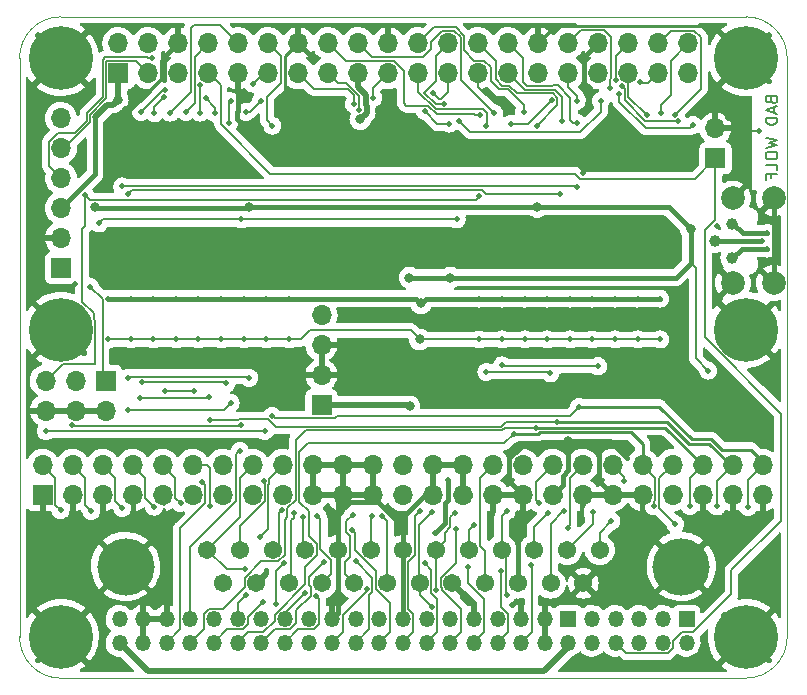
<source format=gbl>
G04 #@! TF.GenerationSoftware,KiCad,Pcbnew,(6.0.0-0)*
G04 #@! TF.CreationDate,2022-04-03T23:47:37-05:00*
G04 #@! TF.ProjectId,rascsi_2p6,72617363-7369-45f3-9270-362e6b696361,rev?*
G04 #@! TF.SameCoordinates,Original*
G04 #@! TF.FileFunction,Copper,L2,Bot*
G04 #@! TF.FilePolarity,Positive*
%FSLAX46Y46*%
G04 Gerber Fmt 4.6, Leading zero omitted, Abs format (unit mm)*
G04 Created by KiCad (PCBNEW (6.0.0-0)) date 2022-04-03 23:47:37*
%MOMM*%
%LPD*%
G01*
G04 APERTURE LIST*
G04 #@! TA.AperFunction,Profile*
%ADD10C,0.050000*%
G04 #@! TD*
%ADD11C,0.150000*%
G04 #@! TA.AperFunction,NonConductor*
%ADD12C,0.150000*%
G04 #@! TD*
G04 #@! TA.AperFunction,ComponentPad*
%ADD13R,1.700000X1.700000*%
G04 #@! TD*
G04 #@! TA.AperFunction,ComponentPad*
%ADD14O,1.700000X1.700000*%
G04 #@! TD*
G04 #@! TA.AperFunction,ComponentPad*
%ADD15C,0.800000*%
G04 #@! TD*
G04 #@! TA.AperFunction,ComponentPad*
%ADD16C,5.400000*%
G04 #@! TD*
G04 #@! TA.AperFunction,ComponentPad*
%ADD17C,2.000000*%
G04 #@! TD*
G04 #@! TA.AperFunction,ComponentPad*
%ADD18R,1.350000X1.350000*%
G04 #@! TD*
G04 #@! TA.AperFunction,ComponentPad*
%ADD19O,1.350000X1.350000*%
G04 #@! TD*
G04 #@! TA.AperFunction,ComponentPad*
%ADD20C,1.545000*%
G04 #@! TD*
G04 #@! TA.AperFunction,ComponentPad*
%ADD21C,4.845000*%
G04 #@! TD*
G04 #@! TA.AperFunction,SMDPad,CuDef*
%ADD22C,1.000000*%
G04 #@! TD*
G04 #@! TA.AperFunction,ViaPad*
%ADD23C,0.800000*%
G04 #@! TD*
G04 #@! TA.AperFunction,ViaPad*
%ADD24C,0.500000*%
G04 #@! TD*
G04 #@! TA.AperFunction,Conductor*
%ADD25C,0.400000*%
G04 #@! TD*
G04 #@! TA.AperFunction,Conductor*
%ADD26C,0.150000*%
G04 #@! TD*
G04 #@! TA.AperFunction,Conductor*
%ADD27C,0.200000*%
G04 #@! TD*
G04 #@! TA.AperFunction,Conductor*
%ADD28C,0.500000*%
G04 #@! TD*
G04 #@! TA.AperFunction,Conductor*
%ADD29C,0.250000*%
G04 #@! TD*
G04 APERTURE END LIST*
D10*
X178000000Y-42500000D02*
X236000000Y-42500000D01*
X178000000Y-98496000D02*
X236000000Y-98496000D01*
X236000000Y-98496000D02*
G75*
G03*
X239500000Y-94996000I1J3499999D01*
G01*
X174500000Y-46000000D02*
X174500000Y-94996000D01*
X239500000Y-46000000D02*
G75*
G03*
X236000000Y-42500000I-3499999J1D01*
G01*
X178000000Y-42500000D02*
G75*
G03*
X174500000Y-46000000I-1J-3499999D01*
G01*
X174500000Y-94996000D02*
G75*
G03*
X178000000Y-98496000I3499999J-1D01*
G01*
X239500000Y-46000000D02*
X239500000Y-94996000D01*
D11*
D12*
X238138571Y-49533333D02*
X238186190Y-49676190D01*
X238233809Y-49723809D01*
X238329047Y-49771428D01*
X238471904Y-49771428D01*
X238567142Y-49723809D01*
X238614761Y-49676190D01*
X238662380Y-49580952D01*
X238662380Y-49200000D01*
X237662380Y-49200000D01*
X237662380Y-49533333D01*
X237710000Y-49628571D01*
X237757619Y-49676190D01*
X237852857Y-49723809D01*
X237948095Y-49723809D01*
X238043333Y-49676190D01*
X238090952Y-49628571D01*
X238138571Y-49533333D01*
X238138571Y-49200000D01*
X238376666Y-50152380D02*
X238376666Y-50628571D01*
X238662380Y-50057142D02*
X237662380Y-50390476D01*
X238662380Y-50723809D01*
X238662380Y-51057142D02*
X237662380Y-51057142D01*
X237662380Y-51295238D01*
X237710000Y-51438095D01*
X237805238Y-51533333D01*
X237900476Y-51580952D01*
X238090952Y-51628571D01*
X238233809Y-51628571D01*
X238424285Y-51580952D01*
X238519523Y-51533333D01*
X238614761Y-51438095D01*
X238662380Y-51295238D01*
X238662380Y-51057142D01*
X237662380Y-52723809D02*
X238662380Y-52961904D01*
X237948095Y-53152380D01*
X238662380Y-53342857D01*
X237662380Y-53580952D01*
X237662380Y-54152380D02*
X237662380Y-54342857D01*
X237710000Y-54438095D01*
X237805238Y-54533333D01*
X237995714Y-54580952D01*
X238329047Y-54580952D01*
X238519523Y-54533333D01*
X238614761Y-54438095D01*
X238662380Y-54342857D01*
X238662380Y-54152380D01*
X238614761Y-54057142D01*
X238519523Y-53961904D01*
X238329047Y-53914285D01*
X237995714Y-53914285D01*
X237805238Y-53961904D01*
X237710000Y-54057142D01*
X237662380Y-54152380D01*
X238662380Y-55485714D02*
X238662380Y-55009523D01*
X237662380Y-55009523D01*
X238138571Y-56152380D02*
X238138571Y-55819047D01*
X238662380Y-55819047D02*
X237662380Y-55819047D01*
X237662380Y-56295238D01*
D13*
X200070000Y-75380000D03*
D14*
X200070000Y-72840000D03*
X200070000Y-70300000D03*
X200070000Y-67760000D03*
D13*
X178010000Y-63780000D03*
D14*
X178010000Y-61240000D03*
X178010000Y-58700000D03*
X178010000Y-56160000D03*
X178010000Y-53620000D03*
X178010000Y-51080000D03*
D15*
X180025000Y-46000000D03*
X176568109Y-47431891D03*
X178000000Y-43975000D03*
D16*
X178000000Y-46000000D03*
D15*
X178000000Y-48025000D03*
X179431891Y-47431891D03*
X175975000Y-46000000D03*
X179431891Y-44568109D03*
X176568109Y-44568109D03*
X178000000Y-71025000D03*
X175975000Y-69000000D03*
X179431891Y-70431891D03*
X176568109Y-67568109D03*
X179431891Y-67568109D03*
D16*
X178000000Y-69000000D03*
D15*
X180025000Y-69000000D03*
X176568109Y-70431891D03*
X178000000Y-66975000D03*
X179431891Y-93568109D03*
X178000000Y-97025000D03*
X176568109Y-93568109D03*
X175975000Y-95000000D03*
X179431891Y-96431891D03*
X178000000Y-92975000D03*
X176568109Y-96431891D03*
X180025000Y-95000000D03*
D16*
X178000000Y-95000000D03*
D15*
X236000000Y-71025000D03*
X234568109Y-70431891D03*
D16*
X236000000Y-69000000D03*
D15*
X238025000Y-69000000D03*
X236000000Y-66975000D03*
X237431891Y-70431891D03*
X237431891Y-67568109D03*
X233975000Y-69000000D03*
X234568109Y-67568109D03*
X236000000Y-92975000D03*
X238025000Y-95000000D03*
X234568109Y-96431891D03*
D16*
X236000000Y-95000000D03*
D15*
X236000000Y-97025000D03*
X234568109Y-93568109D03*
X237431891Y-93568109D03*
X237431891Y-96431891D03*
X233975000Y-95000000D03*
X238025000Y-46000000D03*
X237431891Y-47431891D03*
X236000000Y-43975000D03*
X234568109Y-47431891D03*
D16*
X236000000Y-46000000D03*
D15*
X234568109Y-44568109D03*
X236000000Y-48025000D03*
X237431891Y-44568109D03*
X233975000Y-46000000D03*
D17*
X238355000Y-65035000D03*
X238355000Y-57885000D03*
X234905000Y-57885000D03*
X234905000Y-65035000D03*
D13*
X176466500Y-82994500D03*
D14*
X176466500Y-80454500D03*
X179006500Y-82994500D03*
X179006500Y-80454500D03*
X181546500Y-82994500D03*
X181546500Y-80454500D03*
X184086500Y-82994500D03*
X184086500Y-80454500D03*
X186626500Y-82994500D03*
X186626500Y-80454500D03*
X189166500Y-82994500D03*
X189166500Y-80454500D03*
X191706500Y-82994500D03*
X191706500Y-80454500D03*
X194246500Y-82994500D03*
X194246500Y-80454500D03*
X196786500Y-82994500D03*
X196786500Y-80454500D03*
X199326500Y-82994500D03*
X199326500Y-80454500D03*
X201866500Y-82994500D03*
X201866500Y-80454500D03*
X204406500Y-82994500D03*
X204406500Y-80454500D03*
X206946500Y-82994500D03*
X206946500Y-80454500D03*
X209486500Y-82994500D03*
X209486500Y-80454500D03*
X212026500Y-82994500D03*
X212026500Y-80454500D03*
X214566500Y-82994500D03*
X214566500Y-80454500D03*
X217106500Y-82994500D03*
X217106500Y-80454500D03*
X219646500Y-82994500D03*
X219646500Y-80454500D03*
X222186500Y-82994500D03*
X222186500Y-80454500D03*
X224726500Y-82994500D03*
X224726500Y-80454500D03*
X227266500Y-82994500D03*
X227266500Y-80454500D03*
X229806500Y-82994500D03*
X229806500Y-80454500D03*
X232346500Y-82994500D03*
X232346500Y-80454500D03*
X234886500Y-82994500D03*
X234886500Y-80454500D03*
X237426500Y-82994500D03*
X237426500Y-80454500D03*
D18*
X230972000Y-93488000D03*
D19*
X230972000Y-95488000D03*
X228972000Y-93488000D03*
X228972000Y-95488000D03*
X226972000Y-93488000D03*
X226972000Y-95488000D03*
X224972000Y-93488000D03*
X224972000Y-95488000D03*
X222972000Y-93488000D03*
X222972000Y-95488000D03*
D18*
X220972000Y-93488000D03*
D19*
X220972000Y-95488000D03*
X218972000Y-93488000D03*
X218972000Y-95488000D03*
X216972000Y-93488000D03*
X216972000Y-95488000D03*
X214972000Y-93488000D03*
X214972000Y-95488000D03*
X212972000Y-93488000D03*
X212972000Y-95488000D03*
X210972000Y-93488000D03*
X210972000Y-95488000D03*
X208972000Y-93488000D03*
X208972000Y-95488000D03*
X206972000Y-93488000D03*
X206972000Y-95488000D03*
X204972000Y-93488000D03*
X204972000Y-95488000D03*
X202972000Y-93488000D03*
X202972000Y-95488000D03*
X200972000Y-93488000D03*
X200972000Y-95488000D03*
X198972000Y-93488000D03*
X198972000Y-95488000D03*
X196972000Y-93488000D03*
X196972000Y-95488000D03*
X194972000Y-93488000D03*
X194972000Y-95488000D03*
X192972000Y-93488000D03*
X192972000Y-95488000D03*
X190972000Y-93488000D03*
X190972000Y-95488000D03*
X188972000Y-93488000D03*
X188972000Y-95488000D03*
X186972000Y-93488000D03*
X186972000Y-95488000D03*
X184972000Y-93488000D03*
X184972000Y-95488000D03*
X182972000Y-93488000D03*
X182972000Y-95488000D03*
D13*
X181810000Y-73300000D03*
D14*
X181810000Y-75840000D03*
X179270000Y-73300000D03*
X179270000Y-75840000D03*
X176730000Y-73300000D03*
X176730000Y-75840000D03*
D13*
X182870000Y-47270000D03*
D14*
X182870000Y-44730000D03*
X185410000Y-47270000D03*
X185410000Y-44730000D03*
X187950000Y-47270000D03*
X187950000Y-44730000D03*
X190490000Y-47270000D03*
X190490000Y-44730000D03*
X193030000Y-47270000D03*
X193030000Y-44730000D03*
X195570000Y-47270000D03*
X195570000Y-44730000D03*
X198110000Y-47270000D03*
X198110000Y-44730000D03*
X200650000Y-47270000D03*
X200650000Y-44730000D03*
X203190000Y-47270000D03*
X203190000Y-44730000D03*
X205730000Y-47270000D03*
X205730000Y-44730000D03*
X208270000Y-47270000D03*
X208270000Y-44730000D03*
X210810000Y-47270000D03*
X210810000Y-44730000D03*
X213350000Y-47270000D03*
X213350000Y-44730000D03*
X215890000Y-47270000D03*
X215890000Y-44730000D03*
X218430000Y-47270000D03*
X218430000Y-44730000D03*
X220970000Y-47270000D03*
X220970000Y-44730000D03*
X223510000Y-47270000D03*
X223510000Y-44730000D03*
X226050000Y-47270000D03*
X226050000Y-44730000D03*
X228590000Y-47270000D03*
X228590000Y-44730000D03*
X231130000Y-47270000D03*
X231130000Y-44730000D03*
D20*
X223621600Y-87630000D03*
X220851600Y-87630000D03*
X218081600Y-87630000D03*
X215311600Y-87630000D03*
X212541600Y-87630000D03*
X209771600Y-87630000D03*
X207001600Y-87630000D03*
X204231600Y-87630000D03*
X201461600Y-87630000D03*
X198691600Y-87630000D03*
X195921600Y-87630000D03*
X193151600Y-87630000D03*
X190381600Y-87630000D03*
X222236600Y-90470000D03*
X219466600Y-90470000D03*
X216696600Y-90470000D03*
X213926600Y-90470000D03*
X211156600Y-90470000D03*
X208386600Y-90470000D03*
X205616600Y-90470000D03*
X202846600Y-90470000D03*
X200076600Y-90470000D03*
X197306600Y-90470000D03*
X194536600Y-90470000D03*
X191766600Y-90470000D03*
D21*
X230521600Y-89050000D03*
X183481600Y-89050000D03*
D13*
X233426000Y-54483000D03*
D14*
X233426000Y-51943000D03*
D22*
X233350000Y-61480000D03*
X234850000Y-62910000D03*
X234850000Y-60050000D03*
D23*
X208500000Y-66770000D03*
X208380000Y-69810000D03*
X210980000Y-64580000D03*
X207520000Y-75480000D03*
D24*
X195886769Y-76278251D03*
X193160000Y-79250000D03*
X190590000Y-76680000D03*
X189970000Y-81900000D03*
X183643897Y-57523228D03*
X180491500Y-65352367D03*
X220230000Y-57500000D03*
X220430000Y-51320000D03*
X213400000Y-57691500D03*
X180050000Y-57590000D03*
X213990000Y-51725500D03*
D23*
X193960000Y-58610000D03*
X218330000Y-58610000D03*
D24*
X193270000Y-59660000D03*
X211500000Y-59660000D03*
X210450000Y-49898500D03*
X208824411Y-50488011D03*
X210850000Y-51540000D03*
X181231937Y-59991937D03*
X221690000Y-56920000D03*
X221690000Y-51460000D03*
X183200000Y-56860000D03*
D23*
X180890000Y-58590000D03*
X231341989Y-60500000D03*
X207510000Y-64580000D03*
D24*
X214030000Y-72570000D03*
X219440000Y-72690000D03*
X216355477Y-77794523D03*
X218213022Y-77293022D03*
X220021021Y-76791021D03*
X221880000Y-75520000D03*
X223470000Y-72090000D03*
X215340000Y-72020000D03*
X178944361Y-77103500D03*
X176730000Y-77580000D03*
X195260000Y-77580000D03*
X193230000Y-77103500D03*
X192380000Y-75190000D03*
X183690000Y-75780000D03*
X190520000Y-74710000D03*
X184730000Y-74780000D03*
X189250000Y-74180000D03*
X186800000Y-74170000D03*
X184880000Y-73440000D03*
X192012520Y-73545468D03*
X193970000Y-73070000D03*
X183670000Y-73100000D03*
X187737500Y-69810000D03*
X191562500Y-69810000D03*
X189650000Y-69810000D03*
X185825000Y-69810000D03*
X183912500Y-69810000D03*
X182000000Y-69810000D03*
X197300000Y-69810000D03*
X193475000Y-69810000D03*
X195387500Y-69810000D03*
X217265000Y-69810000D03*
X213440000Y-69810000D03*
X215352500Y-69810000D03*
X223002500Y-69810000D03*
X219177500Y-69810000D03*
X221090000Y-69810000D03*
X224915000Y-69810000D03*
X226827500Y-69810000D03*
X228740000Y-69810000D03*
X189650000Y-66360000D03*
X187737500Y-66360000D03*
X183912500Y-66360000D03*
X191562500Y-66360000D03*
X182000000Y-66360000D03*
X185825000Y-66360000D03*
X197300000Y-66360000D03*
X195387500Y-66360000D03*
X193475000Y-66360000D03*
X213440000Y-66360000D03*
X215352500Y-66360000D03*
X217265000Y-66360000D03*
X219177500Y-66360000D03*
X221090000Y-66360000D03*
X223002500Y-66360000D03*
X224915000Y-66360000D03*
X226827500Y-66360000D03*
X228740000Y-66360000D03*
X233577000Y-60183000D03*
X195190000Y-52420000D03*
X184410000Y-60600000D03*
X225710000Y-78760000D03*
X200279000Y-54610000D03*
X205330000Y-51330000D03*
X219530000Y-54800000D03*
X210099999Y-54370001D03*
X197739000Y-54546500D03*
X217359259Y-75148500D03*
D23*
X220950000Y-78440000D03*
X219837000Y-60198000D03*
D24*
X191820000Y-61240000D03*
D23*
X215265000Y-60071000D03*
D24*
X179895500Y-53944500D03*
X183790000Y-54960000D03*
X222166500Y-55741867D03*
X234505500Y-51054000D03*
X217420000Y-54580000D03*
X237110000Y-52200000D03*
X228670000Y-78540000D03*
X179163500Y-65147757D03*
X207579999Y-54370001D03*
X193900000Y-60810000D03*
X195910000Y-54730000D03*
X217932000Y-78803500D03*
D23*
X233230000Y-48250000D03*
D24*
X198790000Y-50640000D03*
X183443314Y-50335989D03*
D23*
X182816500Y-49530000D03*
X203349676Y-51176921D03*
D24*
X232791000Y-72453500D03*
X224619308Y-85214713D03*
X233550000Y-83950000D03*
X223017950Y-84430159D03*
X228193502Y-83950000D03*
X211387010Y-84484832D03*
X218467635Y-83701010D03*
X199594338Y-91513449D03*
X209788434Y-91015548D03*
X195109837Y-92047077D03*
X230028947Y-85465648D03*
X209435886Y-84452762D03*
X209382000Y-92462031D03*
X215740000Y-84360000D03*
X225702655Y-81777345D03*
X215732000Y-91456000D03*
X193634000Y-91456000D03*
X200238000Y-88662000D03*
X220930000Y-85750000D03*
X213012489Y-85489064D03*
X198690326Y-91301086D03*
X194844714Y-86558047D03*
X205218510Y-84796010D03*
X203913077Y-90911020D03*
X177980000Y-84280000D03*
X204320000Y-84796010D03*
X217764000Y-88916000D03*
X215224000Y-89424000D03*
X202721033Y-84656657D03*
X180570000Y-84330000D03*
X212430000Y-89056511D03*
X183202424Y-84102989D03*
X199719686Y-84757742D03*
X211443766Y-85876963D03*
X185893529Y-83978968D03*
X198480000Y-84852000D03*
X197698000Y-84550000D03*
X208808688Y-88748588D03*
X188130504Y-83651957D03*
X208366000Y-84344000D03*
X196710000Y-84234946D03*
X190608551Y-83908553D03*
X202631070Y-85937679D03*
X195173502Y-81827449D03*
X202952442Y-88582442D03*
X193631263Y-89293836D03*
X219236247Y-84548511D03*
X236200000Y-84020000D03*
X231254940Y-83921502D03*
X220571042Y-84385360D03*
X196174000Y-92218000D03*
X210810000Y-81680000D03*
X209679033Y-86203489D03*
X196886051Y-88747053D03*
X184798618Y-50545999D03*
X186806010Y-48683990D03*
X194271557Y-48167758D03*
X185928000Y-50673000D03*
X186737007Y-49307193D03*
X224985361Y-47880000D03*
X187261500Y-50609500D03*
X188595000Y-50546000D03*
X189801500Y-50609500D03*
X189779021Y-48270023D03*
X190295637Y-49411485D03*
X224463077Y-48513124D03*
X191071500Y-50673000D03*
X209542501Y-48977204D03*
X192255000Y-51495760D03*
X192397746Y-49656063D03*
X204460000Y-49371531D03*
X193670000Y-50562173D03*
X194939652Y-49605043D03*
X195910000Y-51720000D03*
X211709000Y-51308000D03*
X227047721Y-47984220D03*
X223717751Y-49605263D03*
X213488198Y-50801500D03*
X214693500Y-50673000D03*
X216104492Y-51563351D03*
X219575797Y-49570715D03*
X203254914Y-50358898D03*
X217190000Y-50580000D03*
X227587496Y-50796504D03*
X228854000Y-50673000D03*
X229977207Y-50780562D03*
X230264293Y-51337990D03*
X202814160Y-49912387D03*
X225540387Y-48386177D03*
X185750000Y-45950000D03*
X231540000Y-51680000D03*
X225277665Y-48996684D03*
X221680000Y-49605064D03*
X218293367Y-51747866D03*
X237777990Y-60820000D03*
X237401287Y-61446949D03*
X237777990Y-62120000D03*
D25*
X233350000Y-61480000D02*
X233370000Y-61460000D01*
X237148099Y-61460000D02*
X237161150Y-61446949D01*
X233370000Y-61460000D02*
X237148099Y-61460000D01*
D26*
X233426000Y-54483000D02*
X233426000Y-59665038D01*
X232520000Y-60571038D02*
X232520000Y-69636001D01*
X238984022Y-76100023D02*
X238984022Y-85155978D01*
X229849001Y-95313037D02*
X229849001Y-95908961D01*
X233426000Y-59665038D02*
X232520000Y-60571038D01*
X238984022Y-85155978D02*
X234781602Y-89358398D01*
X230551039Y-94610999D02*
X229849001Y-95313037D01*
X232520000Y-69636001D02*
X238984022Y-76100023D01*
X234781602Y-89358398D02*
X234781602Y-91392000D01*
X234781602Y-91392000D02*
X231562603Y-94610999D01*
X231562603Y-94610999D02*
X230551039Y-94610999D01*
X229849001Y-95908961D02*
X229392961Y-96365001D01*
X229392961Y-96365001D02*
X225849001Y-96365001D01*
X225849001Y-96365001D02*
X224972000Y-95488000D01*
D27*
X182000000Y-69810000D02*
X198310000Y-69810000D01*
X198310000Y-69810000D02*
X199070000Y-69050000D01*
X199070000Y-69050000D02*
X207620000Y-69050000D01*
X207620000Y-69050000D02*
X208380000Y-69810000D01*
X186800000Y-74170000D02*
X189240000Y-74170000D01*
X189240000Y-74170000D02*
X189250000Y-74180000D01*
D26*
X196090029Y-76481511D02*
X195886769Y-76278251D01*
X193120000Y-76570000D02*
X195540000Y-76570000D01*
D27*
X218213022Y-77293022D02*
X215573378Y-77293022D01*
X198754889Y-77511511D02*
X197892988Y-78373412D01*
D26*
X190590000Y-76680000D02*
X190610000Y-76660000D01*
X195540000Y-76570000D02*
X196180000Y-77210000D01*
X201171511Y-76481511D02*
X196090029Y-76481511D01*
D27*
X215573378Y-77293022D02*
X215354889Y-77511511D01*
D26*
X221090000Y-76310000D02*
X201343022Y-76310000D01*
D27*
X197892988Y-78373412D02*
X197892988Y-83419974D01*
X215354889Y-77511511D02*
X198754889Y-77511511D01*
D26*
X201343022Y-76310000D02*
X201171511Y-76481511D01*
X215230000Y-77210000D02*
X215648979Y-76791021D01*
X221880000Y-75520000D02*
X221090000Y-76310000D01*
X190610000Y-76660000D02*
X193030000Y-76660000D01*
X193030000Y-76660000D02*
X193120000Y-76570000D01*
X196180000Y-77210000D02*
X215230000Y-77210000D01*
X215648979Y-76791021D02*
X220021021Y-76791021D01*
D25*
X182000000Y-66360000D02*
X208090000Y-66360000D01*
X208090000Y-66360000D02*
X208500000Y-66770000D01*
X208500000Y-66770000D02*
X208910000Y-66360000D01*
X208910000Y-66360000D02*
X208930000Y-66360000D01*
X228740000Y-66360000D02*
X208930000Y-66360000D01*
D27*
X208380000Y-69810000D02*
X228740000Y-69810000D01*
D25*
X207510000Y-64580000D02*
X210980000Y-64580000D01*
X210980000Y-64580000D02*
X230070000Y-64580000D01*
D28*
X200070000Y-75380000D02*
X207420000Y-75380000D01*
X207420000Y-75380000D02*
X207520000Y-75480000D01*
D26*
X198941510Y-78624890D02*
X215525110Y-78624890D01*
X198194499Y-83544863D02*
X198194499Y-79371901D01*
X198968000Y-86464138D02*
X198968000Y-84318364D01*
X195146963Y-94610999D02*
X196094999Y-93662963D01*
X198968000Y-84318364D02*
X198194499Y-83544863D01*
X196094999Y-93123863D02*
X198690989Y-90527873D01*
X198194499Y-79371901D02*
X198941510Y-78624890D01*
X196094999Y-93662963D02*
X196094999Y-93123863D01*
X199666101Y-87162239D02*
X198968000Y-86464138D01*
X199666101Y-88097761D02*
X199666101Y-87162239D01*
X215525110Y-78624890D02*
X216355477Y-77794523D01*
X198690989Y-89072873D02*
X199666101Y-88097761D01*
X193849001Y-94610999D02*
X195146963Y-94610999D01*
X192972000Y-95488000D02*
X193849001Y-94610999D01*
X198690989Y-90527873D02*
X198690989Y-89072873D01*
X220230000Y-57500000D02*
X214010000Y-57500000D01*
X214010000Y-57500000D02*
X213670000Y-57160000D01*
X213670000Y-57160000D02*
X184007125Y-57160000D01*
X184007125Y-57160000D02*
X183643897Y-57523228D01*
X180050000Y-57590000D02*
X180434729Y-57974729D01*
X180434729Y-57974729D02*
X213116771Y-57974729D01*
X213116771Y-57974729D02*
X213400000Y-57691500D01*
D27*
X193270000Y-59660000D02*
X181563874Y-59660000D01*
X181563874Y-59660000D02*
X181231937Y-59991937D01*
D26*
X181530000Y-66390867D02*
X180491500Y-65352367D01*
X181530000Y-73020000D02*
X181530000Y-66390867D01*
D25*
X231320000Y-63330000D02*
X231320000Y-60521989D01*
X229451989Y-58610000D02*
X231341989Y-60500000D01*
X218330000Y-58610000D02*
X229451989Y-58610000D01*
X231320000Y-60521989D02*
X231341989Y-60500000D01*
D27*
X194246500Y-80454500D02*
X193169989Y-81531011D01*
D26*
X188972000Y-93488000D02*
X188972000Y-87418000D01*
D27*
X193169989Y-84841611D02*
X190381600Y-87630000D01*
D26*
X192868478Y-79541522D02*
X193160000Y-79250000D01*
X192868478Y-83521522D02*
X192868478Y-79541522D01*
X188972000Y-87418000D02*
X192868478Y-83521522D01*
D27*
X193169989Y-81531011D02*
X193169989Y-84841611D01*
D26*
X188972000Y-95488000D02*
X190094999Y-94365001D01*
X191717001Y-92610999D02*
X193562099Y-90765901D01*
X196936000Y-85106000D02*
X197186961Y-84855039D01*
X190551039Y-92610999D02*
X191717001Y-92610999D01*
X190094999Y-93067039D02*
X190551039Y-92610999D01*
X193562099Y-90765901D02*
X193562099Y-90002239D01*
X193562099Y-90002239D02*
X194959837Y-88604501D01*
X196389361Y-88604501D02*
X196936000Y-88057862D01*
X194959837Y-88604501D02*
X196389361Y-88604501D01*
X190094999Y-94365001D02*
X190094999Y-93067039D01*
X196936000Y-88057862D02*
X196936000Y-85106000D01*
X197186961Y-84126001D02*
X197892988Y-83419974D01*
X197186961Y-84855039D02*
X197186961Y-84126001D01*
D27*
X193230000Y-77103500D02*
X193176999Y-77156501D01*
X190608551Y-80694470D02*
X190608551Y-83908553D01*
X190368581Y-80454500D02*
X190608551Y-80694470D01*
X178997362Y-77156501D02*
X178944361Y-77103500D01*
X189166500Y-80454500D02*
X190368581Y-80454500D01*
D26*
X190218011Y-83681989D02*
X190218011Y-82148011D01*
D27*
X193176999Y-77156501D02*
X178997362Y-77156501D01*
D26*
X186972000Y-95488000D02*
X188095489Y-94364511D01*
X188095489Y-94364511D02*
X188095489Y-85804511D01*
X190218011Y-82148011D02*
X189970000Y-81900000D01*
X188095489Y-85804511D02*
X190218011Y-83681989D01*
X217290000Y-48670000D02*
X219870000Y-48670000D01*
X220470000Y-49270000D02*
X220470000Y-51280000D01*
X219870000Y-48670000D02*
X220470000Y-49270000D01*
X215890000Y-47270000D02*
X217290000Y-48670000D01*
X220470000Y-51280000D02*
X220430000Y-51320000D01*
D27*
X221690000Y-56920000D02*
X221628489Y-56858489D01*
X183443600Y-56860000D02*
X183200000Y-56860000D01*
X221628489Y-56858489D02*
X183445111Y-56858489D01*
X183445111Y-56858489D02*
X183443600Y-56860000D01*
X179803968Y-60455494D02*
X180050000Y-60209462D01*
X180050000Y-60209462D02*
X180050000Y-57590000D01*
D25*
X193868489Y-58701511D02*
X181001511Y-58701511D01*
X181001511Y-58701511D02*
X180890000Y-58590000D01*
X193960000Y-58610000D02*
X193868489Y-58701511D01*
D26*
X209805465Y-50766511D02*
X213024534Y-50766511D01*
X207073500Y-47623252D02*
X207030000Y-47666752D01*
X200650000Y-44730000D02*
X202137999Y-46217999D01*
X207256511Y-50026511D02*
X209065465Y-50026511D01*
X213024534Y-50766511D02*
X213059523Y-50801500D01*
X207030000Y-47666752D02*
X207030000Y-49800000D01*
X214080000Y-50670000D02*
X214080000Y-51635500D01*
X207030000Y-49800000D02*
X207256511Y-50026511D01*
X209065465Y-50026511D02*
X209805465Y-50766511D01*
X207073500Y-47056538D02*
X207073500Y-47623252D01*
X206234961Y-46217999D02*
X207073500Y-47056538D01*
X213059523Y-50801500D02*
X213488198Y-50801500D01*
D27*
X210850000Y-51540000D02*
X209876400Y-51540000D01*
X209754900Y-49898500D02*
X210450000Y-49898500D01*
X209876400Y-51540000D02*
X208824411Y-50488011D01*
D26*
X208270000Y-47270000D02*
X208270000Y-48840000D01*
D27*
X208768200Y-48911800D02*
X209754900Y-49898500D01*
D26*
X214080000Y-51635500D02*
X213990000Y-51725500D01*
X208270000Y-48840000D02*
X209740000Y-50310000D01*
D27*
X210810000Y-44730000D02*
X209733489Y-45806511D01*
D26*
X209740000Y-50310000D02*
X209780000Y-50350000D01*
X202137999Y-46217999D02*
X206234961Y-46217999D01*
X210052296Y-49486999D02*
X209542501Y-48977204D01*
X210810000Y-47270000D02*
X210810000Y-48899980D01*
D27*
X209733489Y-45806511D02*
X209733489Y-47946511D01*
D26*
X210810000Y-48899980D02*
X210222981Y-49486999D01*
D27*
X209733489Y-47946511D02*
X208768200Y-48911800D01*
D26*
X210222981Y-49486999D02*
X210052296Y-49486999D01*
X209780000Y-50350000D02*
X213760000Y-50350000D01*
X213760000Y-50350000D02*
X214080000Y-50670000D01*
D25*
X218330000Y-58610000D02*
X193960000Y-58610000D01*
D27*
X211500000Y-59660000D02*
X193270000Y-59660000D01*
X220070000Y-48270000D02*
X221140000Y-49340000D01*
X217506511Y-48346511D02*
X219613489Y-48346511D01*
X221400000Y-51460000D02*
X221690000Y-51460000D01*
X221140000Y-51200000D02*
X221400000Y-51460000D01*
D26*
X233426000Y-54483000D02*
X231715632Y-56193368D01*
X191523501Y-51545886D02*
X195747614Y-55770000D01*
D27*
X221140000Y-49340000D02*
X221140000Y-51200000D01*
X217140000Y-47980000D02*
X217506511Y-48346511D01*
X219613489Y-48346511D02*
X219690000Y-48270000D01*
D26*
X221942990Y-56193368D02*
X221519622Y-55770000D01*
X231715632Y-56193368D02*
X221942990Y-56193368D01*
D27*
X219690000Y-48270000D02*
X220070000Y-48270000D01*
X217140000Y-45980000D02*
X217140000Y-47980000D01*
X215890000Y-44730000D02*
X217140000Y-45980000D01*
D26*
X221519622Y-55770000D02*
X195747614Y-55770000D01*
X215385039Y-48322001D02*
X215953753Y-48322001D01*
X219629314Y-48985714D02*
X220035001Y-49391401D01*
X217583161Y-51563351D02*
X219575797Y-49570715D01*
X216104492Y-51563351D02*
X217583161Y-51563351D01*
X220035001Y-50006232D02*
X218293367Y-51747866D01*
X214837999Y-46217999D02*
X214837999Y-47774961D01*
X216617466Y-48985714D02*
X219629314Y-48985714D01*
X220035001Y-49391401D02*
X220035001Y-50006232D01*
X215953753Y-48322001D02*
X216617466Y-48985714D01*
X214837999Y-47774961D02*
X215385039Y-48322001D01*
X213350000Y-44730000D02*
X214837999Y-46217999D01*
X211709000Y-51308000D02*
X212671000Y-52270000D01*
X221970000Y-52270000D02*
X223717751Y-50522249D01*
X212671000Y-52270000D02*
X221970000Y-52270000D01*
X223717751Y-50522249D02*
X223717751Y-49605263D01*
X231764488Y-71426988D02*
X231764488Y-63774488D01*
X231764488Y-63774488D02*
X231320000Y-63330000D01*
D25*
X230070000Y-64580000D02*
X231320000Y-63330000D01*
D27*
X214030000Y-72570000D02*
X219320000Y-72570000D01*
X219320000Y-72570000D02*
X219440000Y-72690000D01*
D29*
X218420752Y-77794523D02*
X216355477Y-77794523D01*
X218545243Y-77670032D02*
X218420752Y-77794523D01*
X227266500Y-80454500D02*
X227266500Y-78676500D01*
X226260032Y-77670032D02*
X218545243Y-77670032D01*
X229185022Y-77293022D02*
X218213022Y-77293022D01*
X227266500Y-78676500D02*
X226260032Y-77670032D01*
X229351021Y-76791021D02*
X220021021Y-76791021D01*
X228670000Y-75520000D02*
X221880000Y-75520000D01*
D27*
X215410000Y-72090000D02*
X215340000Y-72020000D01*
X223470000Y-72090000D02*
X215410000Y-72090000D01*
X195260000Y-77580000D02*
X176730000Y-77580000D01*
X184880000Y-73440000D02*
X191907052Y-73440000D01*
X191907052Y-73440000D02*
X192012520Y-73545468D01*
X192380000Y-75190000D02*
X191790000Y-75780000D01*
X191790000Y-75780000D02*
X183690000Y-75780000D01*
X190520000Y-74710000D02*
X190450000Y-74780000D01*
X190450000Y-74780000D02*
X184730000Y-74780000D01*
X193863499Y-72963499D02*
X193970000Y-73070000D01*
X183670000Y-73100000D02*
X183806501Y-72963499D01*
X183806501Y-72963499D02*
X193863499Y-72963499D01*
D28*
X182972000Y-95488000D02*
X185409011Y-97925011D01*
X185409011Y-97925011D02*
X218930286Y-97925011D01*
X218930286Y-97925011D02*
X220972000Y-95883297D01*
D25*
X192880063Y-50603626D02*
X193030000Y-50453689D01*
X220950000Y-80892962D02*
X220950000Y-78440000D01*
D29*
X183974973Y-50335989D02*
X183796867Y-50335989D01*
D25*
X220496499Y-81346463D02*
X220950000Y-80892962D01*
X186772999Y-45907001D02*
X186772999Y-47834961D01*
X217106500Y-82994500D02*
X217106500Y-84196581D01*
X202444071Y-83542711D02*
X204819173Y-83542711D01*
X216696600Y-84606481D02*
X216696600Y-90470000D01*
X198110000Y-44730000D02*
X199464437Y-46084437D01*
X219646500Y-82994500D02*
X220496499Y-82144501D01*
D26*
X237110000Y-52200000D02*
X235651500Y-52200000D01*
D25*
X223540000Y-78440000D02*
X220950000Y-78440000D01*
D29*
X197007999Y-48857999D02*
X198540001Y-50390001D01*
D25*
X193030000Y-48472081D02*
X193030000Y-47270000D01*
D29*
X218430000Y-44730000D02*
X219859999Y-43300001D01*
X187950000Y-44730000D02*
X186512001Y-46167999D01*
D25*
X222332999Y-45907001D02*
X222332999Y-48064470D01*
D29*
X198540001Y-50390001D02*
X198790000Y-50640000D01*
D25*
X197739000Y-54546500D02*
X197489001Y-54296501D01*
X215929499Y-79889539D02*
X217015538Y-78803500D01*
X223549499Y-78449499D02*
X223540000Y-78440000D01*
X225903501Y-79889539D02*
X224453962Y-78440000D01*
X201461600Y-83399400D02*
X201461600Y-87630000D01*
X193030000Y-50453689D02*
X193030000Y-48472081D01*
X217106500Y-84196581D02*
X216696600Y-84606481D01*
D26*
X235651500Y-52200000D02*
X234505500Y-51054000D01*
D25*
X201461600Y-84525182D02*
X202444071Y-83542711D01*
D29*
X233300001Y-43300001D02*
X236000000Y-46000000D01*
D25*
X201461600Y-87630000D02*
X201461600Y-92998400D01*
X222332999Y-48064470D02*
X222787002Y-48518473D01*
X187950000Y-44730000D02*
X186772999Y-45907001D01*
X224453962Y-78440000D02*
X223540000Y-78440000D01*
X220496499Y-82144501D02*
X220496499Y-81346463D01*
X238355000Y-65035000D02*
X238355000Y-57885000D01*
D29*
X219859999Y-43300001D02*
X233300001Y-43300001D01*
D25*
X196019014Y-54296501D02*
X192880063Y-51157550D01*
X192880063Y-51157550D02*
X192880063Y-50603626D01*
D26*
X197489001Y-54296501D02*
X196066501Y-54296501D01*
D29*
X198110000Y-44730000D02*
X197007999Y-45832001D01*
D25*
X223549499Y-81817499D02*
X223549499Y-78449499D01*
X215929499Y-81817499D02*
X215929499Y-79889539D01*
D29*
X186512001Y-46167999D02*
X186512001Y-47798961D01*
D25*
X207001600Y-84854436D02*
X207001600Y-87630000D01*
X207001600Y-87630000D02*
X207001600Y-93458400D01*
D27*
X213987919Y-49110000D02*
X214420000Y-49110000D01*
D25*
X224726500Y-82994500D02*
X223549499Y-81817499D01*
D27*
X214420000Y-49110000D02*
X214880000Y-49570000D01*
D25*
X223510000Y-44730000D02*
X222332999Y-45907001D01*
X208861536Y-82994500D02*
X207001600Y-84854436D01*
D29*
X183796867Y-50335989D02*
X183443314Y-50335989D01*
D27*
X213350000Y-47270000D02*
X213350000Y-48472081D01*
D25*
X217015538Y-78803500D02*
X217932000Y-78803500D01*
X201461600Y-92998400D02*
X200972000Y-93488000D01*
X204819173Y-83542711D02*
X207001600Y-85725138D01*
X197489001Y-54296501D02*
X196019014Y-54296501D01*
D29*
X197007999Y-45832001D02*
X197007999Y-48857999D01*
X186512001Y-47798961D02*
X183974973Y-50335989D01*
D27*
X213350000Y-48472081D02*
X213987919Y-49110000D01*
D25*
X217106500Y-82994500D02*
X215929499Y-81817499D01*
D28*
X203749675Y-50776922D02*
X203349676Y-51176921D01*
X182816500Y-49530000D02*
X182416501Y-49929999D01*
D25*
X180901023Y-55808977D02*
X180901023Y-50961015D01*
D28*
X182870000Y-49476500D02*
X182816500Y-49530000D01*
X182416501Y-49929999D02*
X181932039Y-49929999D01*
X203881916Y-50644681D02*
X203749675Y-50776922D01*
X182870000Y-47270000D02*
X182870000Y-49476500D01*
X203881916Y-50057936D02*
X203881916Y-50644681D01*
D25*
X178010000Y-58700000D02*
X180901023Y-55808977D01*
D28*
X203190000Y-47270000D02*
X203190000Y-48472081D01*
X181932039Y-49929999D02*
X180901023Y-50961015D01*
X203829782Y-49111863D02*
X203829782Y-50005802D01*
X203190000Y-48472081D02*
X203829782Y-49111863D01*
X203829782Y-50005802D02*
X203881916Y-50057936D01*
D26*
X232791000Y-72453500D02*
X231764488Y-71426988D01*
D29*
X231210000Y-78650000D02*
X229351021Y-76791021D01*
D27*
X233550000Y-81791000D02*
X234886500Y-80454500D01*
X223621600Y-86212421D02*
X224619308Y-85214713D01*
D29*
X234721326Y-80454500D02*
X232916827Y-78650001D01*
D27*
X223621600Y-87630000D02*
X223621600Y-86212421D01*
X233550000Y-83950000D02*
X233550000Y-81791000D01*
D29*
X232916827Y-78650001D02*
X231210000Y-78650000D01*
D27*
X220851600Y-87630000D02*
X223017950Y-85463650D01*
X228343501Y-83446448D02*
X228193502Y-83596447D01*
X227266500Y-80454500D02*
X228343501Y-81531501D01*
X228343501Y-81531501D02*
X228343501Y-83446448D01*
X228193502Y-83596447D02*
X228193502Y-83950000D01*
X223017950Y-85463650D02*
X223017950Y-84430159D01*
D26*
X199849001Y-93908961D02*
X199849001Y-91768112D01*
D27*
X219646500Y-80454500D02*
X218217636Y-81883364D01*
X210987012Y-84884830D02*
X211387010Y-84484832D01*
X209771600Y-87630000D02*
X210544099Y-86857501D01*
D26*
X199392961Y-94365001D02*
X199849001Y-93908961D01*
D27*
X210544099Y-86857501D02*
X210544099Y-86182344D01*
D26*
X198094999Y-94365001D02*
X199392961Y-94365001D01*
D27*
X210544099Y-86182344D02*
X210987012Y-85739431D01*
X218217636Y-83451011D02*
X218467635Y-83701010D01*
D26*
X196972000Y-95488000D02*
X198094999Y-94365001D01*
X209771600Y-87630000D02*
X209771600Y-90998714D01*
X209771600Y-90998714D02*
X209788434Y-91015548D01*
D27*
X218217636Y-81883364D02*
X218217636Y-83451011D01*
X210987012Y-85739431D02*
X210987012Y-84884830D01*
D26*
X199849001Y-91768112D02*
X199594338Y-91513449D01*
D27*
X208331686Y-85556962D02*
X209435886Y-84452762D01*
D26*
X193849001Y-93307913D02*
X195109837Y-92047077D01*
D27*
X228670512Y-84107213D02*
X230028947Y-85465648D01*
X229806500Y-80454500D02*
X228670512Y-81590488D01*
D26*
X208386600Y-91466631D02*
X209382000Y-92462031D01*
D27*
X208331686Y-90415086D02*
X208331686Y-85556962D01*
D26*
X193392961Y-94365001D02*
X193849001Y-93908961D01*
X190972000Y-95488000D02*
X192094999Y-94365001D01*
X193849001Y-93908961D02*
X193849001Y-93307913D01*
D27*
X228670512Y-81590488D02*
X228670512Y-84107213D01*
D26*
X192094999Y-94365001D02*
X193392961Y-94365001D01*
X208386600Y-90470000D02*
X208386600Y-91466631D01*
D27*
X215311600Y-84788400D02*
X215740000Y-84360000D01*
X215311600Y-87630000D02*
X215311600Y-84788400D01*
D26*
X215732000Y-91456000D02*
X215722099Y-91446099D01*
X225702655Y-81430655D02*
X225702655Y-81777345D01*
X215722099Y-91446099D02*
X215722099Y-88040499D01*
X224726500Y-80454500D02*
X225702655Y-81430655D01*
X192972000Y-93488000D02*
X192972000Y-92118000D01*
X192972000Y-92118000D02*
X193634000Y-91456000D01*
X197392961Y-94365001D02*
X197915629Y-93842333D01*
X199142328Y-91518048D02*
X199142328Y-90816942D01*
D27*
X221109499Y-81531501D02*
X221109499Y-85570501D01*
D26*
X194972000Y-95488000D02*
X196094999Y-94365001D01*
X196094999Y-94365001D02*
X197392961Y-94365001D01*
X199142328Y-90816942D02*
X198968000Y-90642614D01*
D27*
X222186500Y-80454500D02*
X221109499Y-81531501D01*
X221109499Y-85570501D02*
X220930000Y-85750000D01*
X212541600Y-85959953D02*
X213012489Y-85489064D01*
D26*
X198968000Y-89932000D02*
X200238000Y-88662000D01*
X197915629Y-92744747D02*
X199142328Y-91518048D01*
X198968000Y-90642614D02*
X198968000Y-89932000D01*
X197915629Y-93842333D02*
X197915629Y-92744747D01*
D27*
X212541600Y-87630000D02*
X212541600Y-85959953D01*
X214566500Y-80454500D02*
X213489499Y-81531501D01*
X213489499Y-81531501D02*
X213489499Y-87287161D01*
X213489499Y-87287161D02*
X213926600Y-87724262D01*
D26*
X196972000Y-93019412D02*
X198690326Y-91301086D01*
D27*
X213926600Y-87724262D02*
X213926600Y-90470000D01*
D26*
X200972000Y-95488000D02*
X201849001Y-94610999D01*
X203913077Y-91082923D02*
X203913077Y-90911020D01*
X195575512Y-82094401D02*
X195625503Y-82044410D01*
X194844714Y-86558047D02*
X195575512Y-85827249D01*
D27*
X205616600Y-85194100D02*
X205218510Y-84796010D01*
X205616600Y-90470000D02*
X205616600Y-85194100D01*
D26*
X201849001Y-94610999D02*
X201849001Y-93146999D01*
X201849001Y-93146999D02*
X203913077Y-91082923D01*
X195625503Y-82044410D02*
X195625503Y-81615497D01*
X195575512Y-85827249D02*
X195575512Y-82094401D01*
X195625503Y-81615497D02*
X196786500Y-80454500D01*
X217849001Y-89001001D02*
X217764000Y-88916000D01*
X216972000Y-95488000D02*
X217849001Y-94610999D01*
X217849001Y-94610999D02*
X217849001Y-89001001D01*
D27*
X177543501Y-81531501D02*
X177543501Y-83843501D01*
X177543501Y-83843501D02*
X177980000Y-84280000D01*
X204231600Y-84884410D02*
X204320000Y-84796010D01*
X204231600Y-87630000D02*
X204231600Y-84884410D01*
X176466500Y-80454500D02*
X177543501Y-81531501D01*
D26*
X214972000Y-95488000D02*
X215849001Y-94610999D01*
D27*
X180083501Y-81531501D02*
X180083501Y-83843501D01*
X202503047Y-86488838D02*
X202154068Y-86139859D01*
D26*
X215224000Y-92442038D02*
X215224000Y-89424000D01*
D27*
X202074101Y-88659935D02*
X202503047Y-88230989D01*
D26*
X215849001Y-94610999D02*
X215849001Y-93067039D01*
D27*
X202503047Y-88230989D02*
X202503047Y-86488838D01*
X202154068Y-86139859D02*
X202154068Y-85223622D01*
X202846600Y-90470000D02*
X202074101Y-89697501D01*
X179006500Y-80454500D02*
X180083501Y-81531501D01*
D26*
X215849001Y-93067039D02*
X215224000Y-92442038D01*
D27*
X180083501Y-83843501D02*
X180570000Y-84330000D01*
X202074101Y-89697501D02*
X202074101Y-88659935D01*
X202154068Y-85223622D02*
X202721033Y-84656657D01*
X199969685Y-85007741D02*
X199719686Y-84757742D01*
X200076600Y-90470000D02*
X200849099Y-89697501D01*
X199969685Y-87573532D02*
X199969685Y-85007741D01*
D26*
X213849001Y-91834663D02*
X212430000Y-90415662D01*
X213849001Y-94610999D02*
X213849001Y-91834663D01*
X212430000Y-90415662D02*
X212430000Y-89056511D01*
D27*
X182623501Y-81531501D02*
X182623501Y-83524066D01*
D26*
X212972000Y-95488000D02*
X213849001Y-94610999D01*
D27*
X181546500Y-80454500D02*
X182623501Y-81531501D01*
X200849099Y-88452946D02*
X199969685Y-87573532D01*
X200849099Y-89697501D02*
X200849099Y-88452946D01*
X182623501Y-83524066D02*
X183202424Y-84102989D01*
D26*
X211849001Y-92604663D02*
X210249584Y-91005246D01*
X210972000Y-95488000D02*
X211849001Y-94610999D01*
X211849001Y-94610999D02*
X211849001Y-92604663D01*
X210182099Y-90770780D02*
X210182099Y-90002239D01*
D27*
X185163501Y-81531501D02*
X185163501Y-83248940D01*
X185163501Y-83248940D02*
X185893529Y-83978968D01*
D26*
X210249584Y-91005246D02*
X210249584Y-90838265D01*
X198480000Y-87418400D02*
X198480000Y-84852000D01*
X210182099Y-90002239D02*
X211443766Y-88740572D01*
D27*
X184086500Y-80454500D02*
X185163501Y-81531501D01*
D26*
X211443766Y-88740572D02*
X211443766Y-85876963D01*
X210249584Y-90838265D02*
X210182099Y-90770780D01*
D27*
X187703501Y-81531501D02*
X187703501Y-83224954D01*
D26*
X209336432Y-90798586D02*
X209361101Y-90773917D01*
X209361101Y-89301001D02*
X208808688Y-88748588D01*
D27*
X197698000Y-84903553D02*
X197698000Y-84550000D01*
D26*
X209336432Y-91272680D02*
X209336432Y-90798586D01*
D27*
X197480503Y-85121050D02*
X197698000Y-84903553D01*
D26*
X209849001Y-91785249D02*
X209336432Y-91272680D01*
D27*
X187703501Y-83224954D02*
X188130504Y-83651957D01*
X186626500Y-80454500D02*
X187703501Y-81531501D01*
D26*
X208972000Y-95488000D02*
X209849001Y-94610999D01*
X209361101Y-90773917D02*
X209361101Y-89301001D01*
X209849001Y-94610999D02*
X209849001Y-91785249D01*
D27*
X197480503Y-90296097D02*
X197480503Y-85121050D01*
D26*
X207976101Y-88097761D02*
X207976101Y-84733899D01*
D27*
X196460001Y-87091599D02*
X196460001Y-84484945D01*
D26*
X207849001Y-93067039D02*
X207403611Y-92621649D01*
D27*
X195921600Y-87630000D02*
X196460001Y-87091599D01*
D26*
X206972000Y-95488000D02*
X207849001Y-94610999D01*
X207849001Y-94610999D02*
X207849001Y-93067039D01*
D27*
X196460001Y-84484945D02*
X196710000Y-84234946D01*
D26*
X207403611Y-92621649D02*
X207403611Y-88670251D01*
X207403611Y-88670251D02*
X207976101Y-88097761D01*
X207976101Y-84733899D02*
X208366000Y-84344000D01*
X195298501Y-81952448D02*
X195173502Y-81827449D01*
X205849001Y-92144663D02*
X204642099Y-90937761D01*
X204642099Y-90937761D02*
X204642099Y-89439373D01*
X202881069Y-87678343D02*
X202881069Y-86187678D01*
X193151600Y-87630000D02*
X193151600Y-85646362D01*
X204972000Y-95488000D02*
X205849001Y-94610999D01*
D27*
X195277988Y-81931935D02*
X195173502Y-81827449D01*
D26*
X204642099Y-89439373D02*
X202881069Y-87678343D01*
X193151600Y-85646362D02*
X195298501Y-83499461D01*
X205849001Y-94610999D02*
X205849001Y-92144663D01*
X195298501Y-83499461D02*
X195298501Y-81952448D01*
X202881069Y-86187678D02*
X202631070Y-85937679D01*
X204365088Y-89995088D02*
X202952442Y-88582442D01*
X204089838Y-94370162D02*
X204089838Y-91439798D01*
X204089838Y-91439798D02*
X204365088Y-91164548D01*
X204365088Y-91164548D02*
X204365088Y-89995088D01*
X192045436Y-89293836D02*
X193631263Y-89293836D01*
X190381600Y-87630000D02*
X192045436Y-89293836D01*
X202972000Y-95488000D02*
X204089838Y-94370162D01*
D29*
X236430000Y-79160000D02*
X233960000Y-79160000D01*
D27*
X218081600Y-85703158D02*
X219236247Y-84548511D01*
D29*
X233960000Y-79160000D02*
X233072990Y-78272990D01*
X237426500Y-80156500D02*
X236430000Y-79160000D01*
X233072990Y-78272990D02*
X231422990Y-78272990D01*
D27*
X236200000Y-81681000D02*
X237426500Y-80454500D01*
D29*
X231422990Y-78272990D02*
X228670000Y-75520000D01*
D27*
X236200000Y-84020000D02*
X236200000Y-81681000D01*
X218081600Y-87630000D02*
X218081600Y-85703158D01*
X219466600Y-85404208D02*
X220501830Y-84368978D01*
X220554660Y-84368978D02*
X220571042Y-84385360D01*
D29*
X232346500Y-80454500D02*
X229185022Y-77293022D01*
D27*
X231254940Y-81546060D02*
X231254940Y-83921502D01*
X220501830Y-84368978D02*
X220554660Y-84368978D01*
X219466600Y-90470000D02*
X219466600Y-85404208D01*
X232346500Y-80454500D02*
X231254940Y-81546060D01*
D25*
X210560001Y-85322521D02*
X210560001Y-83662961D01*
X210560001Y-83662961D02*
X210810000Y-83412962D01*
X210810000Y-83412962D02*
X210810000Y-81680000D01*
D26*
X196174000Y-92218000D02*
X196174000Y-89459104D01*
X196174000Y-89459104D02*
X196886051Y-88747053D01*
D25*
X210560001Y-85322521D02*
X209679033Y-86203489D01*
D26*
X186660627Y-48683990D02*
X186806010Y-48683990D01*
X184798618Y-50545999D02*
X186660627Y-48683990D01*
X195169315Y-47270000D02*
X194271557Y-48167758D01*
X185928000Y-50116200D02*
X186737007Y-49307193D01*
X224985361Y-45794639D02*
X224985361Y-47880000D01*
X226050000Y-44730000D02*
X224985361Y-45794639D01*
X185928000Y-50673000D02*
X185928000Y-50116200D01*
X189294002Y-43200000D02*
X191500000Y-43200000D01*
X191500000Y-43200000D02*
X193030000Y-44730000D01*
X189002001Y-43492001D02*
X189294002Y-43200000D01*
X189000000Y-48871000D02*
X189000000Y-47776962D01*
X189002001Y-47774961D02*
X189002001Y-43492001D01*
X189000000Y-47776962D02*
X189002001Y-47774961D01*
X187261500Y-50609500D02*
X189000000Y-48871000D01*
X189327011Y-45892989D02*
X190490000Y-44730000D01*
X188595000Y-50546000D02*
X189327011Y-49813989D01*
X189327011Y-49813989D02*
X189327011Y-45892989D01*
X189801500Y-48292502D02*
X189801500Y-50609500D01*
X189801500Y-48292502D02*
X189779021Y-48270023D01*
X220970000Y-44730000D02*
X222072988Y-43627012D01*
X224562001Y-44225039D02*
X224562001Y-47717008D01*
X223963974Y-43627012D02*
X224562001Y-44225039D01*
X224562001Y-47717008D02*
X224463077Y-47815932D01*
X191071500Y-50673000D02*
X191071500Y-50187348D01*
X190295637Y-49411485D02*
X191071500Y-50187348D01*
X222072988Y-43627012D02*
X223963974Y-43627012D01*
X224463077Y-47815932D02*
X224463077Y-48513124D01*
X192255000Y-51495760D02*
X192255000Y-49798809D01*
X192341500Y-49720500D02*
X192397746Y-49664254D01*
X192255000Y-49798809D02*
X192397746Y-49656063D01*
X192397746Y-49664254D02*
X192397746Y-49656063D01*
X193730371Y-50562173D02*
X193982522Y-50562173D01*
X193982522Y-50562173D02*
X194939652Y-49605043D01*
X205730000Y-47270000D02*
X204460000Y-48540000D01*
X204460000Y-48540000D02*
X204460000Y-49371531D01*
X196622001Y-46765039D02*
X196622001Y-47774961D01*
X195570000Y-44730000D02*
X196620000Y-45780000D01*
X196620000Y-48129871D02*
X195460000Y-49289871D01*
X196620000Y-47776962D02*
X196620000Y-48129871D01*
X195460000Y-51270000D02*
X195910000Y-51720000D01*
X195460000Y-49289871D02*
X195460000Y-51270000D01*
X196620000Y-45780000D02*
X196620000Y-46763038D01*
X196620000Y-46763038D02*
X196622001Y-46765039D01*
X196622001Y-47774961D02*
X196620000Y-47776962D01*
X227183500Y-48119999D02*
X227047721Y-47984220D01*
X228590000Y-47270000D02*
X227740001Y-48119999D01*
X227740001Y-48119999D02*
X227183500Y-48119999D01*
X211890294Y-46793332D02*
X211890294Y-47869794D01*
X210305039Y-43677999D02*
X211314961Y-43677999D01*
X208671703Y-45885259D02*
X209332989Y-45223973D01*
X211862001Y-44225039D02*
X211862001Y-46765039D01*
X211314961Y-43677999D02*
X211862001Y-44225039D01*
X211862001Y-46765039D02*
X211890294Y-46793332D01*
X203190000Y-44730000D02*
X204345259Y-45885259D01*
X209332989Y-44650049D02*
X210305039Y-43677999D01*
X211890294Y-47869794D02*
X214693500Y-50673000D01*
X209332989Y-45223973D02*
X209332989Y-44650049D01*
X204345259Y-45885259D02*
X208671703Y-45885259D01*
X202162467Y-48119999D02*
X203267761Y-49225293D01*
X203267761Y-49225293D02*
X203267761Y-50346051D01*
X200650000Y-47270000D02*
X201499999Y-48119999D01*
X201499999Y-48119999D02*
X202162467Y-48119999D01*
X203267761Y-50346051D02*
X203254914Y-50358898D01*
X209599012Y-43400988D02*
X208270000Y-44730000D01*
X213007309Y-46217999D02*
X212139012Y-45349702D01*
X215096012Y-48599012D02*
X214412001Y-47915001D01*
X212139012Y-45349702D02*
X212139012Y-44110298D01*
X214412001Y-46775039D02*
X213854961Y-46217999D01*
X211429702Y-43400988D02*
X209599012Y-43400988D01*
X217190000Y-49950000D02*
X215839012Y-48599012D01*
X215839012Y-48599012D02*
X215096012Y-48599012D01*
X212139012Y-44110298D02*
X211429702Y-43400988D01*
X213854961Y-46217999D02*
X213007309Y-46217999D01*
X217190000Y-50580000D02*
X217190000Y-49950000D01*
X214412001Y-47915001D02*
X214412001Y-46775039D01*
X226050000Y-49259008D02*
X227587496Y-50796504D01*
X226050000Y-47270000D02*
X226050000Y-49259008D01*
X231130000Y-44730000D02*
X229642001Y-46217999D01*
X228854000Y-49929784D02*
X228854000Y-50673000D01*
X229642001Y-46217999D02*
X229642001Y-49141783D01*
X229642001Y-49141783D02*
X228854000Y-49929784D01*
X229642001Y-43677999D02*
X231634961Y-43677999D01*
X231634961Y-43677999D02*
X232182001Y-44225039D01*
X229977207Y-50780562D02*
X232182001Y-48575768D01*
X232182001Y-44225039D02*
X232182001Y-48575768D01*
X228590000Y-44730000D02*
X229642001Y-43677999D01*
X230264293Y-51337990D02*
X227489743Y-51337990D01*
X202814160Y-49163444D02*
X202814160Y-49912387D01*
X202271704Y-48620988D02*
X202814160Y-49163444D01*
X227489743Y-51337990D02*
X225729667Y-49577914D01*
X225729667Y-48575457D02*
X225540387Y-48386177D01*
X198110000Y-47270000D02*
X199460988Y-48620988D01*
X225729667Y-49577914D02*
X225729667Y-48575457D01*
X199460988Y-48620988D02*
X202271704Y-48620988D01*
X185386447Y-45940000D02*
X185396447Y-45950000D01*
X179188248Y-52320000D02*
X180172001Y-51336247D01*
X180172002Y-50659044D02*
X181540988Y-49290058D01*
X176957999Y-55107999D02*
X176957999Y-53115039D01*
X178010000Y-56160000D02*
X176957999Y-55107999D01*
X181744646Y-45940000D02*
X185386447Y-45940000D01*
X181540988Y-49290058D02*
X181540989Y-46143657D01*
X185396447Y-45950000D02*
X185750000Y-45950000D01*
X176957999Y-53115039D02*
X177753038Y-52320000D01*
X177753038Y-52320000D02*
X179188248Y-52320000D01*
X180172001Y-51336247D02*
X180172002Y-50659044D01*
X181540989Y-46143657D02*
X181744646Y-45940000D01*
X181817999Y-46258399D02*
X181858399Y-46217999D01*
X184343199Y-46217999D02*
X185420000Y-47294800D01*
X178280000Y-53620000D02*
X180449012Y-51450988D01*
X180449012Y-51450988D02*
X180449012Y-50773786D01*
X180449012Y-50773786D02*
X181817999Y-49404799D01*
X181858399Y-46217999D02*
X184343199Y-46217999D01*
X181817999Y-49404799D02*
X181817999Y-46258399D01*
X231290001Y-51929999D02*
X227519999Y-51929999D01*
X225277665Y-49687665D02*
X225277665Y-48996684D01*
X220970000Y-47270000D02*
X220970000Y-48472081D01*
X220970000Y-48472081D02*
X221680000Y-49182081D01*
X231540000Y-51680000D02*
X231290001Y-51929999D01*
X227519999Y-51929999D02*
X225277665Y-49687665D01*
X221680000Y-49182081D02*
X221680000Y-49605064D01*
D27*
X180927001Y-68239745D02*
X180927001Y-71932999D01*
X179803968Y-60455494D02*
X179803968Y-66616712D01*
X180803967Y-68116711D02*
X180927001Y-68239745D01*
X180927001Y-71932999D02*
X178197001Y-71932999D01*
X180803967Y-67616711D02*
X180803967Y-68116711D01*
X178197001Y-71932999D02*
X176760000Y-73370000D01*
X179803968Y-66616712D02*
X180803967Y-67616711D01*
D25*
X235720000Y-60820000D02*
X237777990Y-60820000D01*
X234950000Y-60050000D02*
X235720000Y-60820000D01*
X235640000Y-62120000D02*
X237777990Y-62120000D01*
X234850000Y-62910000D02*
X235640000Y-62120000D01*
D26*
X190490000Y-47270000D02*
X191523501Y-48303501D01*
X191523501Y-48303501D02*
X191523501Y-51545886D01*
G04 #@! TA.AperFunction,Conductor*
G36*
X238910032Y-86159327D02*
G01*
X238966868Y-86201874D01*
X238991679Y-86268394D01*
X238992000Y-86277383D01*
X238992000Y-93292591D01*
X238971998Y-93360712D01*
X238918342Y-93407205D01*
X238848068Y-93417309D01*
X238783488Y-93387815D01*
X238755585Y-93353292D01*
X238726521Y-93300424D01*
X238722795Y-93294462D01*
X238520076Y-93007090D01*
X238515715Y-93001588D01*
X238453394Y-92931394D01*
X238440004Y-92923015D01*
X238430446Y-92928764D01*
X233929213Y-97429997D01*
X233921599Y-97443941D01*
X233921637Y-97444486D01*
X233927240Y-97452846D01*
X233949336Y-97473306D01*
X233954759Y-97477793D01*
X234237811Y-97686478D01*
X234243701Y-97690332D01*
X234352039Y-97752881D01*
X234401032Y-97804263D01*
X234414468Y-97873977D01*
X234388082Y-97939888D01*
X234330250Y-97981070D01*
X234289039Y-97988000D01*
X220244168Y-97988000D01*
X220176047Y-97967998D01*
X220129554Y-97914342D01*
X220119450Y-97844068D01*
X220148944Y-97779488D01*
X220155073Y-97772905D01*
X221281347Y-96646631D01*
X221329940Y-96616413D01*
X221405873Y-96590637D01*
X221455435Y-96573813D01*
X221461296Y-96570531D01*
X221601522Y-96492000D01*
X221645213Y-96467532D01*
X221812446Y-96328446D01*
X221872252Y-96256537D01*
X221931189Y-96216953D01*
X222002171Y-96215517D01*
X222064913Y-96255258D01*
X222068204Y-96259914D01*
X222072346Y-96263949D01*
X222072348Y-96263951D01*
X222138554Y-96328446D01*
X222224009Y-96411692D01*
X222404863Y-96532536D01*
X222410171Y-96534817D01*
X222410172Y-96534817D01*
X222599409Y-96616119D01*
X222599412Y-96616120D01*
X222604712Y-96618397D01*
X222610342Y-96619671D01*
X222809025Y-96664629D01*
X222816860Y-96666402D01*
X222822631Y-96666629D01*
X222822633Y-96666629D01*
X222895409Y-96669488D01*
X223034205Y-96674941D01*
X223249466Y-96643730D01*
X223254930Y-96641875D01*
X223254935Y-96641874D01*
X223449963Y-96575671D01*
X223449968Y-96575669D01*
X223455435Y-96573813D01*
X223461296Y-96570531D01*
X223601522Y-96492000D01*
X223645213Y-96467532D01*
X223812446Y-96328446D01*
X223872252Y-96256537D01*
X223931189Y-96216953D01*
X224002171Y-96215517D01*
X224064913Y-96255258D01*
X224068204Y-96259914D01*
X224072346Y-96263949D01*
X224072348Y-96263951D01*
X224138554Y-96328446D01*
X224224009Y-96411692D01*
X224404863Y-96532536D01*
X224410171Y-96534817D01*
X224410172Y-96534817D01*
X224599409Y-96616119D01*
X224599412Y-96616120D01*
X224604712Y-96618397D01*
X224610342Y-96619671D01*
X224809025Y-96664629D01*
X224816860Y-96666402D01*
X224822631Y-96666629D01*
X224822633Y-96666629D01*
X224895409Y-96669488D01*
X225034205Y-96674941D01*
X225233306Y-96646073D01*
X225303591Y-96656093D01*
X225340480Y-96681674D01*
X225403522Y-96744716D01*
X225414389Y-96757107D01*
X225432844Y-96781158D01*
X225463444Y-96804638D01*
X225463447Y-96804641D01*
X225554734Y-96874687D01*
X225696677Y-96933482D01*
X225849001Y-96953536D01*
X225879059Y-96949579D01*
X225895504Y-96948501D01*
X229346458Y-96948501D01*
X229362905Y-96949579D01*
X229392961Y-96953536D01*
X229401149Y-96952458D01*
X229431205Y-96948501D01*
X229545285Y-96933482D01*
X229687228Y-96874687D01*
X229809118Y-96781158D01*
X229827580Y-96757098D01*
X229838447Y-96744708D01*
X230119391Y-96463764D01*
X230181703Y-96429738D01*
X230252518Y-96434803D01*
X230278488Y-96448094D01*
X230404863Y-96532536D01*
X230410171Y-96534817D01*
X230410172Y-96534817D01*
X230599409Y-96616119D01*
X230599412Y-96616120D01*
X230604712Y-96618397D01*
X230610342Y-96619671D01*
X230809025Y-96664629D01*
X230816860Y-96666402D01*
X230822631Y-96666629D01*
X230822633Y-96666629D01*
X230895409Y-96669488D01*
X231034205Y-96674941D01*
X231249466Y-96643730D01*
X231254930Y-96641875D01*
X231254935Y-96641874D01*
X231449963Y-96575671D01*
X231449968Y-96575669D01*
X231455435Y-96573813D01*
X231461296Y-96570531D01*
X231601522Y-96492000D01*
X231645213Y-96467532D01*
X231812446Y-96328446D01*
X231951532Y-96161213D01*
X232057813Y-95971435D01*
X232059669Y-95965968D01*
X232059671Y-95965963D01*
X232125874Y-95770935D01*
X232125875Y-95770930D01*
X232127730Y-95765466D01*
X232158941Y-95550205D01*
X232160570Y-95488000D01*
X232140667Y-95271400D01*
X232081626Y-95062055D01*
X232073708Y-95045998D01*
X232061518Y-94976057D01*
X232089077Y-94910628D01*
X232097619Y-94901176D01*
X232618570Y-94380225D01*
X232680882Y-94346199D01*
X232751697Y-94351264D01*
X232808533Y-94393811D01*
X232833344Y-94460331D01*
X232831595Y-94492066D01*
X232812918Y-94593828D01*
X232812035Y-94600819D01*
X232787504Y-94951621D01*
X232787406Y-94958666D01*
X232802133Y-95310021D01*
X232802818Y-95317013D01*
X232856620Y-95664559D01*
X232858080Y-95671426D01*
X232950288Y-96010807D01*
X232952502Y-96017463D01*
X233081970Y-96344462D01*
X233084909Y-96350823D01*
X233250019Y-96661347D01*
X233253653Y-96667348D01*
X233452339Y-96957523D01*
X233456633Y-96963098D01*
X233547208Y-97068030D01*
X233560251Y-97076447D01*
X233570282Y-97070508D01*
X238069714Y-92571076D01*
X238077328Y-92557132D01*
X238077323Y-92557057D01*
X238071217Y-92548081D01*
X238015933Y-92498303D01*
X238010445Y-92493891D01*
X237724508Y-92289180D01*
X237718561Y-92285407D01*
X237411586Y-92113844D01*
X237405268Y-92110762D01*
X237081073Y-91974484D01*
X237074437Y-91972121D01*
X236737084Y-91872832D01*
X236730241Y-91871226D01*
X236383898Y-91810157D01*
X236376927Y-91809326D01*
X236025949Y-91787244D01*
X236018918Y-91787195D01*
X235667651Y-91804374D01*
X235660673Y-91805108D01*
X235434966Y-91841665D01*
X235364524Y-91832812D01*
X235310050Y-91787280D01*
X235288841Y-91719525D01*
X235298412Y-91669068D01*
X235299280Y-91666972D01*
X235350083Y-91544324D01*
X235361213Y-91459785D01*
X235370137Y-91392000D01*
X235366180Y-91361944D01*
X235365102Y-91345497D01*
X235365102Y-89652281D01*
X235385104Y-89584160D01*
X235402007Y-89563186D01*
X238776905Y-86188288D01*
X238839217Y-86154262D01*
X238910032Y-86159327D01*
G37*
G04 #@! TD.AperFunction*
G04 #@! TA.AperFunction,Conductor*
G36*
X176877122Y-82760502D02*
G01*
X176923615Y-82814158D01*
X176935001Y-82866500D01*
X176935001Y-83122500D01*
X176914999Y-83190621D01*
X176861343Y-83237114D01*
X176809001Y-83248500D01*
X176738615Y-83248500D01*
X176723376Y-83252975D01*
X176722171Y-83254365D01*
X176720500Y-83262048D01*
X176720500Y-84334384D01*
X176724975Y-84349623D01*
X176726365Y-84350828D01*
X176734048Y-84352499D01*
X177113832Y-84352499D01*
X177181953Y-84372501D01*
X177228446Y-84426157D01*
X177233390Y-84438727D01*
X177259993Y-84518699D01*
X177287094Y-84600167D01*
X177290741Y-84606189D01*
X177290742Y-84606191D01*
X177364126Y-84727361D01*
X177375246Y-84745723D01*
X177493455Y-84868132D01*
X177519244Y-84885008D01*
X177625759Y-84954709D01*
X177635846Y-84961310D01*
X177642450Y-84963766D01*
X177642452Y-84963767D01*
X177678844Y-84977301D01*
X177795341Y-85020626D01*
X177964015Y-85043132D01*
X177971026Y-85042494D01*
X177971030Y-85042494D01*
X178126462Y-85028348D01*
X178133483Y-85027709D01*
X178140185Y-85025531D01*
X178140187Y-85025531D01*
X178288623Y-84977301D01*
X178288626Y-84977300D01*
X178295322Y-84975124D01*
X178441490Y-84887990D01*
X178446584Y-84883139D01*
X178446588Y-84883136D01*
X178521064Y-84812213D01*
X178564721Y-84770639D01*
X178570755Y-84761558D01*
X178621889Y-84684595D01*
X178658891Y-84628902D01*
X178719319Y-84469825D01*
X178722192Y-84449382D01*
X178732225Y-84377992D01*
X178738362Y-84353086D01*
X178752500Y-84313565D01*
X178752500Y-83266615D01*
X178748025Y-83251376D01*
X178746635Y-83250171D01*
X178738952Y-83248500D01*
X178278001Y-83248500D01*
X178209880Y-83228498D01*
X178163387Y-83174842D01*
X178152001Y-83122500D01*
X178152001Y-82866500D01*
X178172003Y-82798379D01*
X178225659Y-82751886D01*
X178278001Y-82740500D01*
X179349001Y-82740500D01*
X179417122Y-82760502D01*
X179463615Y-82814158D01*
X179475001Y-82866500D01*
X179475001Y-83122500D01*
X179454999Y-83190621D01*
X179401343Y-83237114D01*
X179349001Y-83248500D01*
X179278615Y-83248500D01*
X179263376Y-83252975D01*
X179262171Y-83254365D01*
X179260500Y-83262048D01*
X179260500Y-84313017D01*
X179264564Y-84326859D01*
X179277978Y-84328893D01*
X179284684Y-84328034D01*
X179294762Y-84325892D01*
X179498748Y-84264693D01*
X179508352Y-84260929D01*
X179512149Y-84259069D01*
X179582123Y-84247063D01*
X179647431Y-84274773D01*
X179649514Y-84277488D01*
X179655645Y-84282193D01*
X179655650Y-84282197D01*
X179674880Y-84296953D01*
X179687271Y-84307820D01*
X179786612Y-84407161D01*
X179820638Y-84469473D01*
X179822177Y-84479259D01*
X179822694Y-84481690D01*
X179823381Y-84488699D01*
X179825605Y-84495384D01*
X179825605Y-84495385D01*
X179836951Y-84529492D01*
X179877094Y-84650167D01*
X179880741Y-84656189D01*
X179880742Y-84656191D01*
X179958966Y-84785353D01*
X179965246Y-84795723D01*
X180083455Y-84918132D01*
X180113801Y-84937990D01*
X180217073Y-85005569D01*
X180225846Y-85011310D01*
X180232450Y-85013766D01*
X180232452Y-85013767D01*
X180272364Y-85028610D01*
X180385341Y-85070626D01*
X180554015Y-85093132D01*
X180561026Y-85092494D01*
X180561030Y-85092494D01*
X180716462Y-85078348D01*
X180723483Y-85077709D01*
X180730185Y-85075531D01*
X180730187Y-85075531D01*
X180878623Y-85027301D01*
X180878626Y-85027300D01*
X180885322Y-85025124D01*
X181031490Y-84937990D01*
X181036584Y-84933139D01*
X181036588Y-84933136D01*
X181111188Y-84862095D01*
X181154721Y-84820639D01*
X181160320Y-84812213D01*
X181211204Y-84735625D01*
X181248891Y-84678902D01*
X181309319Y-84519825D01*
X181333001Y-84351313D01*
X181333238Y-84334384D01*
X181333244Y-84333961D01*
X181333244Y-84333955D01*
X181333299Y-84330000D01*
X181314331Y-84160892D01*
X181302451Y-84126776D01*
X181299509Y-84118329D01*
X181292500Y-84076892D01*
X181292500Y-83266615D01*
X181288025Y-83251376D01*
X181286635Y-83250171D01*
X181278952Y-83248500D01*
X180818001Y-83248500D01*
X180749880Y-83228498D01*
X180703387Y-83174842D01*
X180692001Y-83122500D01*
X180692001Y-82866500D01*
X180712003Y-82798379D01*
X180765659Y-82751886D01*
X180818001Y-82740500D01*
X181889001Y-82740500D01*
X181957122Y-82760502D01*
X182003615Y-82814158D01*
X182015001Y-82866500D01*
X182015001Y-83122500D01*
X181994999Y-83190621D01*
X181941343Y-83237114D01*
X181889001Y-83248500D01*
X181818615Y-83248500D01*
X181803376Y-83252975D01*
X181802171Y-83254365D01*
X181800500Y-83262048D01*
X181800500Y-84313017D01*
X181804564Y-84326859D01*
X181817978Y-84328893D01*
X181824684Y-84328034D01*
X181834762Y-84325892D01*
X182038755Y-84264691D01*
X182048342Y-84260933D01*
X182239598Y-84167238D01*
X182248440Y-84161967D01*
X182250562Y-84160453D01*
X182251560Y-84160107D01*
X182252888Y-84159315D01*
X182253051Y-84159589D01*
X182317636Y-84137180D01*
X182386644Y-84153865D01*
X182412824Y-84173938D01*
X182419036Y-84180150D01*
X182453062Y-84242462D01*
X182454601Y-84252248D01*
X182455118Y-84254679D01*
X182455805Y-84261688D01*
X182458029Y-84268373D01*
X182458029Y-84268374D01*
X182475492Y-84320870D01*
X182509518Y-84423156D01*
X182513165Y-84429178D01*
X182513166Y-84429180D01*
X182591177Y-84557990D01*
X182597670Y-84568712D01*
X182715879Y-84691121D01*
X182755636Y-84717137D01*
X182852315Y-84780402D01*
X182858270Y-84784299D01*
X182864874Y-84786755D01*
X182864876Y-84786756D01*
X182906138Y-84802101D01*
X183017765Y-84843615D01*
X183186439Y-84866121D01*
X183193450Y-84865483D01*
X183193454Y-84865483D01*
X183348886Y-84851337D01*
X183355907Y-84850698D01*
X183362609Y-84848520D01*
X183362611Y-84848520D01*
X183511047Y-84800290D01*
X183511050Y-84800289D01*
X183517746Y-84798113D01*
X183663914Y-84710979D01*
X183669008Y-84706128D01*
X183669012Y-84706125D01*
X183749424Y-84629549D01*
X183787145Y-84593628D01*
X183794533Y-84582509D01*
X183845269Y-84506145D01*
X183881315Y-84451891D01*
X183941743Y-84292814D01*
X183943600Y-84279604D01*
X183948595Y-84244056D01*
X183965425Y-84124302D01*
X183965573Y-84113740D01*
X183965668Y-84106950D01*
X183965668Y-84106944D01*
X183965723Y-84102989D01*
X183946755Y-83933881D01*
X183930000Y-83885766D01*
X183910908Y-83830942D01*
X183890792Y-83773178D01*
X183862650Y-83728141D01*
X183851646Y-83710532D01*
X183832500Y-83643762D01*
X183832500Y-83266615D01*
X183828025Y-83251376D01*
X183826635Y-83250171D01*
X183818952Y-83248500D01*
X183358001Y-83248500D01*
X183289880Y-83228498D01*
X183243387Y-83174842D01*
X183232001Y-83122500D01*
X183232001Y-82866500D01*
X183252003Y-82798379D01*
X183305659Y-82751886D01*
X183358001Y-82740500D01*
X184429001Y-82740500D01*
X184497122Y-82760502D01*
X184543615Y-82814158D01*
X184555001Y-82866500D01*
X184555001Y-83122500D01*
X184534999Y-83190621D01*
X184481343Y-83237114D01*
X184429001Y-83248500D01*
X184358615Y-83248500D01*
X184343376Y-83252975D01*
X184342171Y-83254365D01*
X184340500Y-83262048D01*
X184340500Y-84313017D01*
X184344564Y-84326859D01*
X184357978Y-84328893D01*
X184364684Y-84328034D01*
X184374762Y-84325892D01*
X184578755Y-84264691D01*
X184588342Y-84260933D01*
X184779595Y-84167239D01*
X184788445Y-84161964D01*
X184948440Y-84047841D01*
X185015513Y-84024567D01*
X185084522Y-84041251D01*
X185133556Y-84092595D01*
X185144854Y-84124219D01*
X185146223Y-84130656D01*
X185146910Y-84137667D01*
X185200623Y-84299135D01*
X185204270Y-84305157D01*
X185204271Y-84305159D01*
X185278625Y-84427931D01*
X185288775Y-84444691D01*
X185406984Y-84567100D01*
X185475583Y-84611990D01*
X185541866Y-84655364D01*
X185549375Y-84660278D01*
X185555979Y-84662734D01*
X185555981Y-84662735D01*
X185621548Y-84687119D01*
X185708870Y-84719594D01*
X185877544Y-84742100D01*
X185884555Y-84741462D01*
X185884559Y-84741462D01*
X186039991Y-84727316D01*
X186047012Y-84726677D01*
X186053714Y-84724499D01*
X186053716Y-84724499D01*
X186202152Y-84676269D01*
X186202155Y-84676268D01*
X186208851Y-84674092D01*
X186355019Y-84586958D01*
X186360113Y-84582107D01*
X186360117Y-84582104D01*
X186432166Y-84513492D01*
X186478250Y-84469607D01*
X186572420Y-84327870D01*
X186632848Y-84168793D01*
X186633270Y-84165791D01*
X186668774Y-84106146D01*
X186732306Y-84074458D01*
X186802885Y-84082148D01*
X186858102Y-84126776D01*
X186880500Y-84198488D01*
X186880500Y-84313017D01*
X186884564Y-84326859D01*
X186897978Y-84328893D01*
X186904684Y-84328034D01*
X186914762Y-84325892D01*
X187118755Y-84264691D01*
X187128342Y-84260933D01*
X187319595Y-84167239D01*
X187328447Y-84161962D01*
X187382209Y-84123614D01*
X187449282Y-84100340D01*
X187518291Y-84117023D01*
X187546015Y-84138665D01*
X187643959Y-84240089D01*
X187691587Y-84271256D01*
X187779666Y-84328893D01*
X187786350Y-84333267D01*
X187792954Y-84335723D01*
X187792956Y-84335724D01*
X187846393Y-84355597D01*
X187945845Y-84392583D01*
X188114519Y-84415089D01*
X188121530Y-84414451D01*
X188121534Y-84414451D01*
X188276966Y-84400305D01*
X188283987Y-84399666D01*
X188364268Y-84373581D01*
X188435234Y-84371553D01*
X188496032Y-84408215D01*
X188527357Y-84471928D01*
X188519265Y-84542461D01*
X188492298Y-84582509D01*
X187715782Y-85359025D01*
X187703392Y-85369892D01*
X187679332Y-85388354D01*
X187674309Y-85394900D01*
X187661858Y-85411127D01*
X187623738Y-85460806D01*
X187585803Y-85510244D01*
X187527008Y-85652187D01*
X187506954Y-85804511D01*
X187508032Y-85812699D01*
X187510911Y-85834567D01*
X187511989Y-85851014D01*
X187511989Y-92243744D01*
X187491987Y-92311865D01*
X187438331Y-92358358D01*
X187368057Y-92368462D01*
X187339297Y-92360773D01*
X187314795Y-92350997D01*
X187303767Y-92347730D01*
X187243770Y-92335797D01*
X187230894Y-92336949D01*
X187226000Y-92352102D01*
X187226000Y-93616000D01*
X187205998Y-93684121D01*
X187152342Y-93730614D01*
X187100000Y-93742000D01*
X185244115Y-93742000D01*
X185228876Y-93746475D01*
X185227671Y-93747865D01*
X185226000Y-93755548D01*
X185226000Y-95616000D01*
X185205998Y-95684121D01*
X185152342Y-95730614D01*
X185100000Y-95742000D01*
X184844000Y-95742000D01*
X184775879Y-95721998D01*
X184729386Y-95668342D01*
X184718000Y-95616000D01*
X184718000Y-93215885D01*
X185226000Y-93215885D01*
X185230475Y-93231124D01*
X185231865Y-93232329D01*
X185239548Y-93234000D01*
X186699885Y-93234000D01*
X186715124Y-93229525D01*
X186716329Y-93228135D01*
X186718000Y-93220452D01*
X186718000Y-92349337D01*
X186714194Y-92336375D01*
X186699278Y-92334439D01*
X186670202Y-92339435D01*
X186659082Y-92342415D01*
X186465940Y-92413669D01*
X186455562Y-92418619D01*
X186278639Y-92523877D01*
X186269327Y-92530643D01*
X186114547Y-92666381D01*
X186106629Y-92674725D01*
X186071996Y-92718656D01*
X186014115Y-92759768D01*
X185943195Y-92763062D01*
X185881752Y-92727490D01*
X185872088Y-92716037D01*
X185858363Y-92697656D01*
X185850662Y-92689103D01*
X185699490Y-92549361D01*
X185690365Y-92542360D01*
X185516255Y-92432505D01*
X185506008Y-92427284D01*
X185314793Y-92350997D01*
X185303767Y-92347730D01*
X185243770Y-92335797D01*
X185230894Y-92336949D01*
X185226000Y-92352102D01*
X185226000Y-93215885D01*
X184718000Y-93215885D01*
X184718000Y-92349337D01*
X184714194Y-92336375D01*
X184699278Y-92334439D01*
X184670202Y-92339435D01*
X184659082Y-92342415D01*
X184465940Y-92413669D01*
X184455562Y-92418619D01*
X184278639Y-92523877D01*
X184269327Y-92530643D01*
X184114547Y-92666381D01*
X184106629Y-92674725D01*
X184072317Y-92718249D01*
X184014436Y-92759361D01*
X183943516Y-92762655D01*
X183882073Y-92727083D01*
X183872410Y-92715631D01*
X183858733Y-92697315D01*
X183858732Y-92697314D01*
X183855280Y-92692691D01*
X183851044Y-92688775D01*
X183699796Y-92548963D01*
X183699793Y-92548961D01*
X183695556Y-92545044D01*
X183511599Y-92428976D01*
X183309572Y-92348376D01*
X183096239Y-92305941D01*
X183090464Y-92305865D01*
X183090460Y-92305865D01*
X182981419Y-92304438D01*
X182878746Y-92303094D01*
X182873049Y-92304073D01*
X182873048Y-92304073D01*
X182670065Y-92338952D01*
X182670062Y-92338953D01*
X182664375Y-92339930D01*
X182460307Y-92415214D01*
X182273376Y-92526427D01*
X182109842Y-92669842D01*
X182106270Y-92674373D01*
X181983902Y-92829596D01*
X181975181Y-92840658D01*
X181873905Y-93033154D01*
X181872192Y-93038671D01*
X181812059Y-93232329D01*
X181809403Y-93240882D01*
X181783837Y-93456887D01*
X181798063Y-93673933D01*
X181799484Y-93679529D01*
X181799485Y-93679534D01*
X181825382Y-93781501D01*
X181851605Y-93884753D01*
X181942668Y-94082285D01*
X181946001Y-94087001D01*
X182033730Y-94211134D01*
X182068204Y-94259914D01*
X182072346Y-94263949D01*
X182211741Y-94399741D01*
X182246579Y-94461602D01*
X182242442Y-94532478D01*
X182206899Y-94584726D01*
X182109842Y-94669842D01*
X182106270Y-94674373D01*
X182039271Y-94759361D01*
X181975181Y-94840658D01*
X181873905Y-95033154D01*
X181809403Y-95240882D01*
X181783837Y-95456887D01*
X181798063Y-95673933D01*
X181799484Y-95679529D01*
X181799485Y-95679534D01*
X181830691Y-95802405D01*
X181851605Y-95884753D01*
X181854022Y-95889996D01*
X181940250Y-96077040D01*
X181942668Y-96082285D01*
X182068204Y-96259914D01*
X182224009Y-96411692D01*
X182404863Y-96532536D01*
X182410171Y-96534817D01*
X182410172Y-96534817D01*
X182599409Y-96616119D01*
X182599412Y-96616120D01*
X182604712Y-96618397D01*
X182610342Y-96619671D01*
X182809025Y-96664629D01*
X182816860Y-96666402D01*
X182822631Y-96666629D01*
X182822633Y-96666629D01*
X183034205Y-96674941D01*
X183034146Y-96676447D01*
X183096211Y-96691187D01*
X183122833Y-96711514D01*
X184184224Y-97772905D01*
X184218250Y-97835217D01*
X184213185Y-97906032D01*
X184170638Y-97962868D01*
X184104118Y-97987679D01*
X184095129Y-97988000D01*
X179719155Y-97988000D01*
X179651034Y-97967998D01*
X179604541Y-97914342D01*
X179594437Y-97844068D01*
X179623931Y-97779488D01*
X179648697Y-97757541D01*
X179939694Y-97561261D01*
X179945288Y-97557015D01*
X180067910Y-97452656D01*
X180076342Y-97439788D01*
X180070313Y-97429523D01*
X177641922Y-95001132D01*
X178364408Y-95001132D01*
X178364539Y-95002965D01*
X178368790Y-95009580D01*
X180430699Y-97071489D01*
X180444643Y-97079103D01*
X180445423Y-97079048D01*
X180453470Y-97073696D01*
X180458932Y-97067880D01*
X180463454Y-97062491D01*
X180674113Y-96780896D01*
X180678003Y-96775042D01*
X180855962Y-96471719D01*
X180859176Y-96465465D01*
X181002214Y-96144195D01*
X181004711Y-96137620D01*
X181111048Y-95802405D01*
X181112794Y-95795603D01*
X181181100Y-95450635D01*
X181182081Y-95443654D01*
X181211619Y-95091898D01*
X181211833Y-95087529D01*
X181213025Y-95002178D01*
X181212934Y-94997828D01*
X181193227Y-94645352D01*
X181192445Y-94638380D01*
X181133794Y-94291612D01*
X181132241Y-94284776D01*
X181035300Y-93946704D01*
X181032997Y-93940091D01*
X180898976Y-93614930D01*
X180895947Y-93608610D01*
X180726521Y-93300424D01*
X180722795Y-93294462D01*
X180520076Y-93007090D01*
X180515715Y-93001588D01*
X180453394Y-92931394D01*
X180440004Y-92923015D01*
X180430446Y-92928764D01*
X178372022Y-94987188D01*
X178364408Y-95001132D01*
X177641922Y-95001132D01*
X175570595Y-92929805D01*
X175556651Y-92922191D01*
X175556342Y-92922213D01*
X175547671Y-92928068D01*
X175512436Y-92966654D01*
X175507992Y-92972103D01*
X175301287Y-93256608D01*
X175297470Y-93262530D01*
X175243556Y-93357436D01*
X175192517Y-93406786D01*
X175122899Y-93420709D01*
X175056805Y-93394783D01*
X175015220Y-93337240D01*
X175008000Y-93295199D01*
X175008000Y-92560178D01*
X175923338Y-92560178D01*
X175929184Y-92569974D01*
X177987188Y-94627978D01*
X178001132Y-94635592D01*
X178002965Y-94635461D01*
X178009580Y-94631210D01*
X180069714Y-92571076D01*
X180077328Y-92557132D01*
X180077323Y-92557057D01*
X180071217Y-92548081D01*
X180015933Y-92498303D01*
X180010445Y-92493891D01*
X179724508Y-92289180D01*
X179718561Y-92285407D01*
X179411586Y-92113844D01*
X179405268Y-92110762D01*
X179081073Y-91974484D01*
X179074437Y-91972121D01*
X178737084Y-91872832D01*
X178730241Y-91871226D01*
X178383898Y-91810157D01*
X178376927Y-91809326D01*
X178025949Y-91787244D01*
X178018918Y-91787195D01*
X177667651Y-91804374D01*
X177660673Y-91805108D01*
X177313519Y-91861335D01*
X177306651Y-91862845D01*
X176967935Y-91957417D01*
X176961279Y-91959683D01*
X176635212Y-92091422D01*
X176628857Y-92094412D01*
X176319501Y-92261681D01*
X176313512Y-92265365D01*
X176024731Y-92466073D01*
X176019200Y-92470394D01*
X175931736Y-92546964D01*
X175923338Y-92560178D01*
X175008000Y-92560178D01*
X175008000Y-91296816D01*
X181600324Y-91296816D01*
X181600342Y-91297068D01*
X181606258Y-91305814D01*
X181631570Y-91328846D01*
X181637192Y-91333399D01*
X181905748Y-91526376D01*
X181911879Y-91530266D01*
X182200823Y-91691090D01*
X182207343Y-91694242D01*
X182512868Y-91820795D01*
X182519719Y-91823181D01*
X182837747Y-91913773D01*
X182844836Y-91915358D01*
X183171180Y-91968799D01*
X183178386Y-91969556D01*
X183508713Y-91985134D01*
X183515963Y-91985058D01*
X183845880Y-91962567D01*
X183853089Y-91961656D01*
X184178242Y-91901393D01*
X184185272Y-91899666D01*
X184501358Y-91802424D01*
X184508136Y-91799904D01*
X184810963Y-91666972D01*
X184817398Y-91663693D01*
X185102922Y-91496847D01*
X185108971Y-91492828D01*
X185355073Y-91308049D01*
X185363527Y-91296722D01*
X185356782Y-91284392D01*
X183494412Y-89422022D01*
X183480468Y-89414408D01*
X183478635Y-89414539D01*
X183472020Y-89418790D01*
X181607938Y-91282872D01*
X181600324Y-91296816D01*
X175008000Y-91296816D01*
X175008000Y-88961426D01*
X180547677Y-88961426D01*
X180556334Y-89292006D01*
X180556940Y-89299227D01*
X180603536Y-89626622D01*
X180604967Y-89633724D01*
X180688887Y-89953606D01*
X180691123Y-89960486D01*
X180811250Y-90268596D01*
X180814265Y-90275183D01*
X180969013Y-90567452D01*
X180972759Y-90573637D01*
X181160070Y-90846176D01*
X181164515Y-90851905D01*
X181225274Y-90921555D01*
X181238446Y-90929959D01*
X181248301Y-90924089D01*
X183109578Y-89062812D01*
X183115956Y-89051132D01*
X183846008Y-89051132D01*
X183846139Y-89052965D01*
X183850390Y-89059580D01*
X185712846Y-90922036D01*
X185726200Y-90929328D01*
X185736172Y-90922274D01*
X185835921Y-90802975D01*
X185840231Y-90797172D01*
X186021801Y-90520759D01*
X186025415Y-90514497D01*
X186174011Y-90219050D01*
X186176883Y-90212412D01*
X186290531Y-89901855D01*
X186292627Y-89894913D01*
X186369826Y-89573355D01*
X186371110Y-89566216D01*
X186410935Y-89237119D01*
X186411362Y-89231506D01*
X186416978Y-89052797D01*
X186416905Y-89047204D01*
X186397821Y-88716226D01*
X186396989Y-88709036D01*
X186340132Y-88383257D01*
X186338477Y-88376202D01*
X186244556Y-88059131D01*
X186242098Y-88052303D01*
X186112354Y-87748126D01*
X186109137Y-87741643D01*
X185945280Y-87454371D01*
X185941348Y-87448316D01*
X185745560Y-87181784D01*
X185740947Y-87176208D01*
X185740590Y-87175824D01*
X185726937Y-87167705D01*
X185726332Y-87167726D01*
X185717850Y-87172960D01*
X183853622Y-89037188D01*
X183846008Y-89051132D01*
X183115956Y-89051132D01*
X183117192Y-89048868D01*
X183117061Y-89047035D01*
X183112810Y-89040420D01*
X181249177Y-87176787D01*
X181236384Y-87169801D01*
X181225631Y-87177665D01*
X181073384Y-87371833D01*
X181069250Y-87377781D01*
X180896458Y-87659753D01*
X180893037Y-87666132D01*
X180753797Y-87966100D01*
X180751137Y-87972819D01*
X180647297Y-88286799D01*
X180645421Y-88293803D01*
X180578360Y-88617628D01*
X180577303Y-88624789D01*
X180547905Y-88954174D01*
X180547677Y-88961426D01*
X175008000Y-88961426D01*
X175008000Y-86806184D01*
X181601867Y-86806184D01*
X181608262Y-86817452D01*
X183468788Y-88677978D01*
X183482732Y-88685592D01*
X183484565Y-88685461D01*
X183491180Y-88681210D01*
X185353702Y-86818688D01*
X185361094Y-86805151D01*
X185354307Y-86795451D01*
X185259138Y-86714170D01*
X185253364Y-86709787D01*
X184978882Y-86525342D01*
X184972659Y-86521662D01*
X184678782Y-86369980D01*
X184672171Y-86367037D01*
X184362822Y-86250144D01*
X184355903Y-86247976D01*
X184035173Y-86167414D01*
X184028048Y-86166055D01*
X183700192Y-86122891D01*
X183692950Y-86122360D01*
X183362317Y-86117166D01*
X183355055Y-86117470D01*
X183026000Y-86150314D01*
X183018852Y-86151446D01*
X182695739Y-86221896D01*
X182688762Y-86223845D01*
X182375888Y-86330965D01*
X182369195Y-86333696D01*
X182070703Y-86476070D01*
X182064348Y-86479564D01*
X181784225Y-86655285D01*
X181778297Y-86659497D01*
X181610337Y-86794058D01*
X181601867Y-86806184D01*
X175008000Y-86806184D01*
X175008000Y-84257924D01*
X175028002Y-84189803D01*
X175081658Y-84143310D01*
X175151932Y-84133206D01*
X175216512Y-84162700D01*
X175234827Y-84182359D01*
X175248219Y-84200228D01*
X175260776Y-84212785D01*
X175362851Y-84289286D01*
X175378446Y-84297824D01*
X175498894Y-84342978D01*
X175514149Y-84346605D01*
X175565014Y-84352131D01*
X175571828Y-84352500D01*
X176194385Y-84352500D01*
X176209624Y-84348025D01*
X176210829Y-84346635D01*
X176212500Y-84338952D01*
X176212500Y-82866500D01*
X176232502Y-82798379D01*
X176286158Y-82751886D01*
X176338500Y-82740500D01*
X176809001Y-82740500D01*
X176877122Y-82760502D01*
G37*
G04 #@! TD.AperFunction*
G04 #@! TA.AperFunction,Conductor*
G36*
X236985191Y-95642083D02*
G01*
X237030254Y-95671044D01*
X238192738Y-96833528D01*
X238226764Y-96895840D01*
X238221699Y-96966655D01*
X238192738Y-97011718D01*
X238011718Y-97192738D01*
X237949406Y-97226764D01*
X237878591Y-97221699D01*
X237833528Y-97192738D01*
X236671044Y-96030254D01*
X236637018Y-95967942D01*
X236642083Y-95897127D01*
X236671044Y-95852064D01*
X236852064Y-95671044D01*
X236914376Y-95637018D01*
X236985191Y-95642083D01*
G37*
G04 #@! TD.AperFunction*
G04 #@! TA.AperFunction,Conductor*
G36*
X177102873Y-95642083D02*
G01*
X177147936Y-95671044D01*
X177328956Y-95852064D01*
X177362982Y-95914376D01*
X177357917Y-95985191D01*
X177328956Y-96030254D01*
X176166472Y-97192738D01*
X176104160Y-97226764D01*
X176033345Y-97221699D01*
X175988282Y-97192738D01*
X175807262Y-97011718D01*
X175773236Y-96949406D01*
X175778301Y-96878591D01*
X175807262Y-96833528D01*
X176969746Y-95671044D01*
X177032058Y-95637018D01*
X177102873Y-95642083D01*
G37*
G04 #@! TD.AperFunction*
G04 #@! TA.AperFunction,Conductor*
G36*
X227677122Y-82760502D02*
G01*
X227723615Y-82814158D01*
X227735001Y-82866500D01*
X227735001Y-83122500D01*
X227714999Y-83190621D01*
X227661343Y-83237114D01*
X227609001Y-83248500D01*
X227538615Y-83248500D01*
X227523376Y-83252975D01*
X227522171Y-83254365D01*
X227520500Y-83262048D01*
X227520500Y-83561280D01*
X227508999Y-83610316D01*
X227509806Y-83610610D01*
X227456202Y-83757887D01*
X227451605Y-83770516D01*
X227430277Y-83939343D01*
X227446883Y-84108699D01*
X227449107Y-84115384D01*
X227449107Y-84115385D01*
X227468585Y-84173938D01*
X227500596Y-84270167D01*
X227504246Y-84276193D01*
X227504246Y-84276194D01*
X227506311Y-84279604D01*
X227519432Y-84309379D01*
X227524975Y-84328256D01*
X227532715Y-84334963D01*
X227557979Y-84364917D01*
X227583563Y-84407161D01*
X227588748Y-84415723D01*
X227706957Y-84538132D01*
X227761427Y-84573776D01*
X227836857Y-84623136D01*
X227849348Y-84631310D01*
X227855952Y-84633766D01*
X227855954Y-84633767D01*
X227916866Y-84656420D01*
X228008843Y-84690626D01*
X228177517Y-84713132D01*
X228184528Y-84712494D01*
X228184532Y-84712494D01*
X228337219Y-84698598D01*
X228406873Y-84712343D01*
X228437734Y-84734984D01*
X229245559Y-85542809D01*
X229279585Y-85605121D01*
X229281124Y-85614907D01*
X229281641Y-85617338D01*
X229282328Y-85624347D01*
X229284552Y-85631032D01*
X229284552Y-85631033D01*
X229297971Y-85671373D01*
X229336041Y-85785815D01*
X229339688Y-85791837D01*
X229339689Y-85791839D01*
X229411152Y-85909837D01*
X229424193Y-85931371D01*
X229542402Y-86053780D01*
X229548294Y-86057635D01*
X229548298Y-86057639D01*
X229561342Y-86066174D01*
X229607391Y-86120211D01*
X229616914Y-86190566D01*
X229586889Y-86254901D01*
X229533162Y-86290813D01*
X229415888Y-86330965D01*
X229409195Y-86333696D01*
X229110703Y-86476070D01*
X229104348Y-86479564D01*
X228824225Y-86655285D01*
X228818297Y-86659497D01*
X228650337Y-86794058D01*
X228641867Y-86806184D01*
X228648262Y-86817452D01*
X230508788Y-88677978D01*
X230522732Y-88685592D01*
X230524565Y-88685461D01*
X230531180Y-88681210D01*
X232393702Y-86818688D01*
X232401094Y-86805151D01*
X232394307Y-86795451D01*
X232299138Y-86714170D01*
X232293364Y-86709787D01*
X232018882Y-86525342D01*
X232012659Y-86521662D01*
X231718782Y-86369980D01*
X231712171Y-86367037D01*
X231402822Y-86250144D01*
X231395903Y-86247976D01*
X231075173Y-86167414D01*
X231068048Y-86166055D01*
X230740192Y-86122891D01*
X230729342Y-86122095D01*
X230729471Y-86120331D01*
X230668360Y-86101252D01*
X230622786Y-86046814D01*
X230613878Y-85976378D01*
X230633325Y-85926701D01*
X230683611Y-85851014D01*
X230707838Y-85814550D01*
X230768266Y-85655473D01*
X230791948Y-85486961D01*
X230792246Y-85465648D01*
X230773278Y-85296540D01*
X230766934Y-85278321D01*
X230725524Y-85159411D01*
X230717315Y-85135837D01*
X230627139Y-84991527D01*
X230610823Y-84975096D01*
X230521362Y-84885008D01*
X230507233Y-84870780D01*
X230498887Y-84865483D01*
X230435880Y-84825498D01*
X230363555Y-84779599D01*
X230335363Y-84769560D01*
X230209882Y-84724878D01*
X230209877Y-84724877D01*
X230203247Y-84722516D01*
X230196259Y-84721683D01*
X230196256Y-84721682D01*
X230181987Y-84719981D01*
X230116714Y-84692054D01*
X230107810Y-84683962D01*
X229971139Y-84547291D01*
X229937113Y-84484979D01*
X229942178Y-84414164D01*
X229984725Y-84357328D01*
X230044224Y-84333217D01*
X230084684Y-84328034D01*
X230094762Y-84325892D01*
X230298755Y-84264691D01*
X230308342Y-84260933D01*
X230409482Y-84211385D01*
X230479456Y-84199378D01*
X230544813Y-84227108D01*
X230572689Y-84259263D01*
X230613427Y-84326528D01*
X230640695Y-84371553D01*
X230650186Y-84387225D01*
X230768395Y-84509634D01*
X230790439Y-84524059D01*
X230904177Y-84598487D01*
X230910786Y-84602812D01*
X230917390Y-84605268D01*
X230917392Y-84605269D01*
X230978487Y-84627990D01*
X231070281Y-84662128D01*
X231238955Y-84684634D01*
X231245966Y-84683996D01*
X231245970Y-84683996D01*
X231401402Y-84669850D01*
X231408423Y-84669211D01*
X231415125Y-84667033D01*
X231415127Y-84667033D01*
X231563563Y-84618803D01*
X231563566Y-84618802D01*
X231570262Y-84616626D01*
X231716430Y-84529492D01*
X231721524Y-84524641D01*
X231721528Y-84524638D01*
X231834561Y-84416998D01*
X231834562Y-84416996D01*
X231839661Y-84412141D01*
X231847950Y-84399666D01*
X231871652Y-84363991D01*
X231926010Y-84318321D01*
X232001720Y-84310248D01*
X232074749Y-84325106D01*
X232088799Y-84323910D01*
X232092500Y-84313565D01*
X232092500Y-83266615D01*
X232088025Y-83251376D01*
X232086635Y-83250171D01*
X232078952Y-83248500D01*
X231989440Y-83248500D01*
X231921319Y-83228498D01*
X231874826Y-83174842D01*
X231863440Y-83122500D01*
X231863440Y-82866500D01*
X231883442Y-82798379D01*
X231937098Y-82751886D01*
X231989440Y-82740500D01*
X232815500Y-82740500D01*
X232883621Y-82760502D01*
X232930114Y-82814158D01*
X232941500Y-82866500D01*
X232941500Y-83122500D01*
X232921498Y-83190621D01*
X232867842Y-83237114D01*
X232815500Y-83248500D01*
X232618615Y-83248500D01*
X232603376Y-83252975D01*
X232602171Y-83254365D01*
X232600500Y-83262048D01*
X232600500Y-84313017D01*
X232604564Y-84326859D01*
X232617978Y-84328893D01*
X232624684Y-84328034D01*
X232634766Y-84325891D01*
X232758024Y-84288912D01*
X232829019Y-84288496D01*
X232888969Y-84326528D01*
X232902007Y-84344327D01*
X232940061Y-84407161D01*
X232945246Y-84415723D01*
X233063455Y-84538132D01*
X233117925Y-84573776D01*
X233193355Y-84623136D01*
X233205846Y-84631310D01*
X233212450Y-84633766D01*
X233212452Y-84633767D01*
X233273364Y-84656420D01*
X233365341Y-84690626D01*
X233534015Y-84713132D01*
X233541026Y-84712494D01*
X233541030Y-84712494D01*
X233696462Y-84698348D01*
X233703483Y-84697709D01*
X233710185Y-84695531D01*
X233710187Y-84695531D01*
X233858623Y-84647301D01*
X233858626Y-84647300D01*
X233865322Y-84645124D01*
X234011490Y-84557990D01*
X234016584Y-84553139D01*
X234016588Y-84553136D01*
X234097438Y-84476143D01*
X234134721Y-84440639D01*
X234138742Y-84434588D01*
X234227076Y-84301634D01*
X234281434Y-84255963D01*
X234351853Y-84246931D01*
X234376973Y-84253651D01*
X234501501Y-84301203D01*
X234511399Y-84304079D01*
X234614750Y-84325106D01*
X234628799Y-84323910D01*
X234632500Y-84313565D01*
X234632500Y-83266615D01*
X234628025Y-83251376D01*
X234626635Y-83250171D01*
X234618952Y-83248500D01*
X234284500Y-83248500D01*
X234216379Y-83228498D01*
X234169886Y-83174842D01*
X234158500Y-83122500D01*
X234158500Y-82866500D01*
X234178502Y-82798379D01*
X234232158Y-82751886D01*
X234284500Y-82740500D01*
X235465500Y-82740500D01*
X235533621Y-82760502D01*
X235580114Y-82814158D01*
X235591500Y-82866500D01*
X235591500Y-83122500D01*
X235571498Y-83190621D01*
X235517842Y-83237114D01*
X235465500Y-83248500D01*
X235158615Y-83248500D01*
X235143376Y-83252975D01*
X235142171Y-83254365D01*
X235140500Y-83262048D01*
X235140500Y-84313017D01*
X235144564Y-84326859D01*
X235157978Y-84328893D01*
X235164684Y-84328034D01*
X235174766Y-84325891D01*
X235356875Y-84271256D01*
X235427870Y-84270840D01*
X235487821Y-84308872D01*
X235505975Y-84336803D01*
X235507094Y-84340167D01*
X235510744Y-84346193D01*
X235510744Y-84346194D01*
X235588429Y-84474466D01*
X235595246Y-84485723D01*
X235713455Y-84608132D01*
X235767479Y-84643484D01*
X235847015Y-84695531D01*
X235855846Y-84701310D01*
X235862450Y-84703766D01*
X235862452Y-84703767D01*
X235907516Y-84720526D01*
X236015341Y-84760626D01*
X236184015Y-84783132D01*
X236191026Y-84782494D01*
X236191030Y-84782494D01*
X236346462Y-84768348D01*
X236353483Y-84767709D01*
X236360185Y-84765531D01*
X236360187Y-84765531D01*
X236508623Y-84717301D01*
X236508626Y-84717300D01*
X236515322Y-84715124D01*
X236661490Y-84627990D01*
X236666584Y-84623139D01*
X236666588Y-84623136D01*
X236742148Y-84551181D01*
X236784721Y-84510639D01*
X236788756Y-84504566D01*
X236874990Y-84374774D01*
X236874991Y-84374772D01*
X236878891Y-84368902D01*
X236881395Y-84362311D01*
X236882328Y-84360495D01*
X236931256Y-84309050D01*
X237000230Y-84292224D01*
X237036528Y-84299793D01*
X237036537Y-84299761D01*
X237036952Y-84299881D01*
X237039352Y-84300382D01*
X237041506Y-84301205D01*
X237051399Y-84304079D01*
X237154750Y-84325106D01*
X237168799Y-84323910D01*
X237172500Y-84313565D01*
X237172500Y-83266615D01*
X237168025Y-83251376D01*
X237166635Y-83250171D01*
X237158952Y-83248500D01*
X236934500Y-83248500D01*
X236866379Y-83228498D01*
X236819886Y-83174842D01*
X236808500Y-83122500D01*
X236808500Y-82866500D01*
X236828502Y-82798379D01*
X236882158Y-82751886D01*
X236934500Y-82740500D01*
X237554500Y-82740500D01*
X237622621Y-82760502D01*
X237669114Y-82814158D01*
X237680500Y-82866500D01*
X237680500Y-84313017D01*
X237684564Y-84326859D01*
X237697978Y-84328893D01*
X237704684Y-84328034D01*
X237714762Y-84325892D01*
X237918755Y-84264691D01*
X237928342Y-84260933D01*
X238119595Y-84167239D01*
X238128438Y-84161967D01*
X238201353Y-84109958D01*
X238268427Y-84086685D01*
X238337435Y-84103368D01*
X238386469Y-84154712D01*
X238400522Y-84212537D01*
X238400522Y-84862095D01*
X238380520Y-84930216D01*
X238363617Y-84951190D01*
X234401895Y-88912912D01*
X234389505Y-88923779D01*
X234365445Y-88942241D01*
X234289419Y-89041321D01*
X234271916Y-89064131D01*
X234268757Y-89071757D01*
X234268756Y-89071759D01*
X234222232Y-89184078D01*
X234213121Y-89206074D01*
X234193067Y-89358398D01*
X234194145Y-89366586D01*
X234197024Y-89388454D01*
X234198102Y-89404901D01*
X234198102Y-91098117D01*
X234178100Y-91166238D01*
X234161197Y-91187212D01*
X232370595Y-92977814D01*
X232308283Y-93011840D01*
X232237468Y-93006775D01*
X232180632Y-92964228D01*
X232155821Y-92897708D01*
X232155500Y-92888719D01*
X232155500Y-92764866D01*
X232148745Y-92702684D01*
X232097615Y-92566295D01*
X232010261Y-92449739D01*
X231893705Y-92362385D01*
X231757316Y-92311255D01*
X231695134Y-92304500D01*
X230248866Y-92304500D01*
X230186684Y-92311255D01*
X230050295Y-92362385D01*
X229933739Y-92449739D01*
X229878479Y-92523473D01*
X229877538Y-92524728D01*
X229820679Y-92567243D01*
X229749860Y-92572269D01*
X229700012Y-92549129D01*
X229699795Y-92548963D01*
X229695556Y-92545044D01*
X229511599Y-92428976D01*
X229309572Y-92348376D01*
X229096239Y-92305941D01*
X229090464Y-92305865D01*
X229090460Y-92305865D01*
X228981419Y-92304438D01*
X228878746Y-92303094D01*
X228873049Y-92304073D01*
X228873048Y-92304073D01*
X228670065Y-92338952D01*
X228670062Y-92338953D01*
X228664375Y-92339930D01*
X228460307Y-92415214D01*
X228273376Y-92526427D01*
X228109842Y-92669842D01*
X228106270Y-92674372D01*
X228106269Y-92674374D01*
X228072007Y-92717834D01*
X228014125Y-92758947D01*
X227943205Y-92762239D01*
X227881763Y-92726667D01*
X227872100Y-92715215D01*
X227858737Y-92697319D01*
X227858730Y-92697312D01*
X227855280Y-92692691D01*
X227851044Y-92688775D01*
X227699796Y-92548963D01*
X227699793Y-92548961D01*
X227695556Y-92545044D01*
X227511599Y-92428976D01*
X227309572Y-92348376D01*
X227096239Y-92305941D01*
X227090464Y-92305865D01*
X227090460Y-92305865D01*
X226981419Y-92304438D01*
X226878746Y-92303094D01*
X226873049Y-92304073D01*
X226873048Y-92304073D01*
X226670065Y-92338952D01*
X226670062Y-92338953D01*
X226664375Y-92339930D01*
X226460307Y-92415214D01*
X226273376Y-92526427D01*
X226109842Y-92669842D01*
X226106270Y-92674372D01*
X226106269Y-92674374D01*
X226072007Y-92717834D01*
X226014125Y-92758947D01*
X225943205Y-92762239D01*
X225881763Y-92726667D01*
X225872100Y-92715215D01*
X225858737Y-92697319D01*
X225858730Y-92697312D01*
X225855280Y-92692691D01*
X225851044Y-92688775D01*
X225699796Y-92548963D01*
X225699793Y-92548961D01*
X225695556Y-92545044D01*
X225511599Y-92428976D01*
X225309572Y-92348376D01*
X225096239Y-92305941D01*
X225090464Y-92305865D01*
X225090460Y-92305865D01*
X224981419Y-92304438D01*
X224878746Y-92303094D01*
X224873049Y-92304073D01*
X224873048Y-92304073D01*
X224670065Y-92338952D01*
X224670062Y-92338953D01*
X224664375Y-92339930D01*
X224460307Y-92415214D01*
X224273376Y-92526427D01*
X224109842Y-92669842D01*
X224106270Y-92674372D01*
X224106269Y-92674374D01*
X224072007Y-92717834D01*
X224014125Y-92758947D01*
X223943205Y-92762239D01*
X223881763Y-92726667D01*
X223872100Y-92715215D01*
X223858737Y-92697319D01*
X223858730Y-92697312D01*
X223855280Y-92692691D01*
X223851044Y-92688775D01*
X223699796Y-92548963D01*
X223699793Y-92548961D01*
X223695556Y-92545044D01*
X223511599Y-92428976D01*
X223309572Y-92348376D01*
X223096239Y-92305941D01*
X223090464Y-92305865D01*
X223090460Y-92305865D01*
X222981419Y-92304438D01*
X222878746Y-92303094D01*
X222873049Y-92304073D01*
X222873048Y-92304073D01*
X222670065Y-92338952D01*
X222670062Y-92338953D01*
X222664375Y-92339930D01*
X222460307Y-92415214D01*
X222273376Y-92526427D01*
X222269032Y-92530237D01*
X222251592Y-92545531D01*
X222187188Y-92575408D01*
X222116855Y-92565722D01*
X222067689Y-92526365D01*
X222054755Y-92509107D01*
X222010261Y-92449739D01*
X221893705Y-92362385D01*
X221757316Y-92311255D01*
X221695134Y-92304500D01*
X220248866Y-92304500D01*
X220186684Y-92311255D01*
X220050295Y-92362385D01*
X219933739Y-92449739D01*
X219878176Y-92523877D01*
X219877236Y-92525131D01*
X219820376Y-92567645D01*
X219749558Y-92572670D01*
X219699706Y-92549528D01*
X219690361Y-92542357D01*
X219516255Y-92432505D01*
X219506008Y-92427284D01*
X219314793Y-92350997D01*
X219303767Y-92347730D01*
X219243770Y-92335797D01*
X219230894Y-92336949D01*
X219226000Y-92352102D01*
X219226000Y-95616000D01*
X219205998Y-95684121D01*
X219152342Y-95730614D01*
X219100000Y-95742000D01*
X218844000Y-95742000D01*
X218775879Y-95721998D01*
X218729386Y-95668342D01*
X218718000Y-95616000D01*
X218718000Y-93760115D01*
X218713525Y-93744876D01*
X218712135Y-93743671D01*
X218704452Y-93742000D01*
X218558501Y-93742000D01*
X218490380Y-93721998D01*
X218443887Y-93668342D01*
X218432501Y-93616000D01*
X218432501Y-93360000D01*
X218452503Y-93291879D01*
X218506159Y-93245386D01*
X218558501Y-93234000D01*
X218699885Y-93234000D01*
X218715124Y-93229525D01*
X218716329Y-93228135D01*
X218718000Y-93220452D01*
X218718000Y-92349337D01*
X218714194Y-92336375D01*
X218699278Y-92334439D01*
X218670202Y-92339435D01*
X218659082Y-92342415D01*
X218602112Y-92363432D01*
X218531278Y-92368244D01*
X218469088Y-92333997D01*
X218435286Y-92271564D01*
X218432501Y-92245220D01*
X218432501Y-91550483D01*
X218452503Y-91482362D01*
X218506159Y-91435869D01*
X218576433Y-91425765D01*
X218638523Y-91453530D01*
X218640044Y-91455051D01*
X218823653Y-91583616D01*
X218828635Y-91585939D01*
X218828640Y-91585942D01*
X219006906Y-91669068D01*
X219026799Y-91678344D01*
X219032107Y-91679766D01*
X219032109Y-91679767D01*
X219237992Y-91734933D01*
X219237994Y-91734933D01*
X219243307Y-91736357D01*
X219466600Y-91755893D01*
X219689893Y-91736357D01*
X219695206Y-91734933D01*
X219695208Y-91734933D01*
X219901091Y-91679767D01*
X219901093Y-91679766D01*
X219906401Y-91678344D01*
X219926294Y-91669068D01*
X220104560Y-91585942D01*
X220104565Y-91585939D01*
X220109547Y-91583616D01*
X220177098Y-91536316D01*
X221534838Y-91536316D01*
X221544132Y-91548330D01*
X221589396Y-91580024D01*
X221598891Y-91585507D01*
X221791988Y-91675549D01*
X221802280Y-91679295D01*
X222008079Y-91734439D01*
X222018874Y-91736342D01*
X222231125Y-91754912D01*
X222242075Y-91754912D01*
X222454326Y-91736342D01*
X222465121Y-91734439D01*
X222670920Y-91679295D01*
X222681212Y-91675549D01*
X222874309Y-91585507D01*
X222883804Y-91580024D01*
X222929902Y-91547746D01*
X222938278Y-91537267D01*
X222931211Y-91523822D01*
X222704205Y-91296816D01*
X228640324Y-91296816D01*
X228640342Y-91297068D01*
X228646258Y-91305814D01*
X228671570Y-91328846D01*
X228677192Y-91333399D01*
X228945748Y-91526376D01*
X228951879Y-91530266D01*
X229240823Y-91691090D01*
X229247343Y-91694242D01*
X229552868Y-91820795D01*
X229559719Y-91823181D01*
X229877747Y-91913773D01*
X229884836Y-91915358D01*
X230211180Y-91968799D01*
X230218386Y-91969556D01*
X230548713Y-91985134D01*
X230555963Y-91985058D01*
X230885880Y-91962567D01*
X230893089Y-91961656D01*
X231218242Y-91901393D01*
X231225272Y-91899666D01*
X231541358Y-91802424D01*
X231548136Y-91799904D01*
X231850963Y-91666972D01*
X231857398Y-91663693D01*
X232142922Y-91496847D01*
X232148971Y-91492828D01*
X232395073Y-91308049D01*
X232403527Y-91296722D01*
X232396782Y-91284392D01*
X230534412Y-89422022D01*
X230520468Y-89414408D01*
X230518635Y-89414539D01*
X230512020Y-89418790D01*
X228647938Y-91282872D01*
X228640324Y-91296816D01*
X222704205Y-91296816D01*
X222249411Y-90842021D01*
X222235468Y-90834408D01*
X222233634Y-90834539D01*
X222227020Y-90838790D01*
X221541265Y-91524546D01*
X221534838Y-91536316D01*
X220177098Y-91536316D01*
X220212344Y-91511636D01*
X220288645Y-91458210D01*
X220288648Y-91458208D01*
X220293156Y-91455051D01*
X220451651Y-91296556D01*
X220460169Y-91284392D01*
X220577059Y-91117455D01*
X220577060Y-91117453D01*
X220580216Y-91112946D01*
X220582539Y-91107964D01*
X220582542Y-91107959D01*
X220672621Y-90914783D01*
X220672622Y-90914782D01*
X220674944Y-90909801D01*
X220693106Y-90842021D01*
X220730152Y-90703763D01*
X220767104Y-90643140D01*
X220830965Y-90612119D01*
X220901459Y-90620547D01*
X220956206Y-90665750D01*
X220973566Y-90703763D01*
X221027305Y-90904320D01*
X221031051Y-90914612D01*
X221121096Y-91107714D01*
X221126574Y-91117200D01*
X221158854Y-91163302D01*
X221169333Y-91171678D01*
X221182777Y-91164612D01*
X221864579Y-90482811D01*
X221870956Y-90471132D01*
X222601008Y-90471132D01*
X222601139Y-90472966D01*
X222605390Y-90479580D01*
X223291146Y-91165335D01*
X223302916Y-91171762D01*
X223314930Y-91162467D01*
X223346626Y-91117200D01*
X223352104Y-91107714D01*
X223442149Y-90914612D01*
X223445895Y-90904320D01*
X223501039Y-90698521D01*
X223502942Y-90687726D01*
X223521512Y-90475475D01*
X223521512Y-90464525D01*
X223502942Y-90252274D01*
X223501039Y-90241479D01*
X223445895Y-90035680D01*
X223442149Y-90025388D01*
X223352104Y-89832286D01*
X223346626Y-89822800D01*
X223314346Y-89776698D01*
X223303867Y-89768322D01*
X223290423Y-89775388D01*
X222608621Y-90457189D01*
X222601008Y-90471132D01*
X221870956Y-90471132D01*
X221872192Y-90468868D01*
X221872061Y-90467034D01*
X221867810Y-90460420D01*
X221182054Y-89774665D01*
X221170284Y-89768238D01*
X221158270Y-89777533D01*
X221126574Y-89822800D01*
X221121096Y-89832286D01*
X221031051Y-90025388D01*
X221027305Y-90035680D01*
X220973566Y-90236237D01*
X220936614Y-90296860D01*
X220872754Y-90327881D01*
X220802259Y-90319453D01*
X220747512Y-90274250D01*
X220730152Y-90236237D01*
X220676367Y-90035509D01*
X220676366Y-90035507D01*
X220674944Y-90030199D01*
X220652949Y-89983030D01*
X220582542Y-89832041D01*
X220582539Y-89832036D01*
X220580216Y-89827054D01*
X220545541Y-89777533D01*
X220454810Y-89647955D01*
X220454808Y-89647952D01*
X220451651Y-89643444D01*
X220293156Y-89484949D01*
X220288645Y-89481790D01*
X220175741Y-89402733D01*
X221534922Y-89402733D01*
X221541988Y-89416177D01*
X222223789Y-90097979D01*
X222237732Y-90105592D01*
X222239566Y-90105461D01*
X222246180Y-90101210D01*
X222931935Y-89415454D01*
X222938362Y-89403684D01*
X222929068Y-89391670D01*
X222883804Y-89359976D01*
X222874309Y-89354493D01*
X222681212Y-89264451D01*
X222670920Y-89260705D01*
X222465121Y-89205561D01*
X222454326Y-89203658D01*
X222242075Y-89185088D01*
X222231125Y-89185088D01*
X222018874Y-89203658D01*
X222008079Y-89205561D01*
X221802280Y-89260705D01*
X221791988Y-89264451D01*
X221598886Y-89354496D01*
X221589400Y-89359974D01*
X221543298Y-89392254D01*
X221534922Y-89402733D01*
X220175741Y-89402733D01*
X220128829Y-89369885D01*
X220084501Y-89314428D01*
X220075100Y-89266672D01*
X220075100Y-88961426D01*
X227587677Y-88961426D01*
X227596334Y-89292006D01*
X227596940Y-89299227D01*
X227643536Y-89626622D01*
X227644967Y-89633724D01*
X227728887Y-89953606D01*
X227731123Y-89960486D01*
X227851250Y-90268596D01*
X227854265Y-90275183D01*
X228009013Y-90567452D01*
X228012759Y-90573637D01*
X228200070Y-90846176D01*
X228204515Y-90851905D01*
X228265274Y-90921555D01*
X228278446Y-90929959D01*
X228288301Y-90924089D01*
X230149578Y-89062812D01*
X230155956Y-89051132D01*
X230886008Y-89051132D01*
X230886139Y-89052965D01*
X230890390Y-89059580D01*
X232752846Y-90922036D01*
X232766200Y-90929328D01*
X232776172Y-90922274D01*
X232875921Y-90802975D01*
X232880231Y-90797172D01*
X233061801Y-90520759D01*
X233065415Y-90514497D01*
X233214011Y-90219050D01*
X233216883Y-90212412D01*
X233330531Y-89901855D01*
X233332627Y-89894913D01*
X233409826Y-89573355D01*
X233411110Y-89566216D01*
X233450935Y-89237119D01*
X233451362Y-89231506D01*
X233456978Y-89052797D01*
X233456905Y-89047204D01*
X233437821Y-88716226D01*
X233436989Y-88709036D01*
X233380132Y-88383257D01*
X233378477Y-88376202D01*
X233284556Y-88059131D01*
X233282098Y-88052303D01*
X233152354Y-87748126D01*
X233149137Y-87741643D01*
X232985280Y-87454371D01*
X232981348Y-87448316D01*
X232785560Y-87181784D01*
X232780947Y-87176208D01*
X232780590Y-87175824D01*
X232766937Y-87167705D01*
X232766332Y-87167726D01*
X232757850Y-87172960D01*
X230893622Y-89037188D01*
X230886008Y-89051132D01*
X230155956Y-89051132D01*
X230157192Y-89048868D01*
X230157061Y-89047035D01*
X230152810Y-89040420D01*
X228289177Y-87176787D01*
X228276384Y-87169801D01*
X228265631Y-87177665D01*
X228113384Y-87371833D01*
X228109250Y-87377781D01*
X227936458Y-87659753D01*
X227933037Y-87666132D01*
X227793797Y-87966100D01*
X227791137Y-87972819D01*
X227687297Y-88286799D01*
X227685421Y-88293803D01*
X227618360Y-88617628D01*
X227617303Y-88624789D01*
X227587905Y-88954174D01*
X227587677Y-88961426D01*
X220075100Y-88961426D01*
X220075100Y-88879120D01*
X220095102Y-88810999D01*
X220148758Y-88764506D01*
X220219032Y-88754402D01*
X220254349Y-88764925D01*
X220406812Y-88836019D01*
X220406817Y-88836021D01*
X220411799Y-88838344D01*
X220417107Y-88839766D01*
X220417109Y-88839767D01*
X220622992Y-88894933D01*
X220622994Y-88894933D01*
X220628307Y-88896357D01*
X220851600Y-88915893D01*
X221074893Y-88896357D01*
X221080206Y-88894933D01*
X221080208Y-88894933D01*
X221286091Y-88839767D01*
X221286093Y-88839766D01*
X221291401Y-88838344D01*
X221351227Y-88810447D01*
X221489560Y-88745942D01*
X221489565Y-88745939D01*
X221494547Y-88743616D01*
X221678156Y-88615051D01*
X221836651Y-88456556D01*
X221853386Y-88432657D01*
X221962059Y-88277455D01*
X221962060Y-88277453D01*
X221965216Y-88272946D01*
X221967539Y-88267964D01*
X221967542Y-88267959D01*
X222057621Y-88074783D01*
X222057622Y-88074782D01*
X222059944Y-88069801D01*
X222061745Y-88063082D01*
X222114893Y-87864728D01*
X222151845Y-87804105D01*
X222215705Y-87773084D01*
X222286200Y-87781512D01*
X222340947Y-87826715D01*
X222358307Y-87864728D01*
X222411456Y-88063082D01*
X222413256Y-88069801D01*
X222415578Y-88074782D01*
X222415579Y-88074783D01*
X222505658Y-88267959D01*
X222505661Y-88267964D01*
X222507984Y-88272946D01*
X222511140Y-88277453D01*
X222511141Y-88277455D01*
X222619815Y-88432657D01*
X222636549Y-88456556D01*
X222795044Y-88615051D01*
X222978653Y-88743616D01*
X222983635Y-88745939D01*
X222983640Y-88745942D01*
X223121973Y-88810447D01*
X223181799Y-88838344D01*
X223187107Y-88839766D01*
X223187109Y-88839767D01*
X223392992Y-88894933D01*
X223392994Y-88894933D01*
X223398307Y-88896357D01*
X223621600Y-88915893D01*
X223844893Y-88896357D01*
X223850206Y-88894933D01*
X223850208Y-88894933D01*
X224056091Y-88839767D01*
X224056093Y-88839766D01*
X224061401Y-88838344D01*
X224121227Y-88810447D01*
X224259560Y-88745942D01*
X224259565Y-88745939D01*
X224264547Y-88743616D01*
X224448156Y-88615051D01*
X224606651Y-88456556D01*
X224623386Y-88432657D01*
X224732059Y-88277455D01*
X224732060Y-88277453D01*
X224735216Y-88272946D01*
X224737539Y-88267964D01*
X224737542Y-88267959D01*
X224827621Y-88074783D01*
X224827622Y-88074782D01*
X224829944Y-88069801D01*
X224831745Y-88063082D01*
X224886533Y-87858608D01*
X224886533Y-87858606D01*
X224887957Y-87853293D01*
X224907493Y-87630000D01*
X224887957Y-87406707D01*
X224868215Y-87333028D01*
X224831367Y-87195509D01*
X224831366Y-87195507D01*
X224829944Y-87190199D01*
X224802680Y-87131731D01*
X224737542Y-86992041D01*
X224737539Y-86992036D01*
X224735216Y-86987054D01*
X224664330Y-86885818D01*
X224609810Y-86807955D01*
X224609808Y-86807952D01*
X224606651Y-86803444D01*
X224448156Y-86644949D01*
X224336755Y-86566945D01*
X224292428Y-86511489D01*
X224285119Y-86440870D01*
X224319932Y-86374638D01*
X224695929Y-85998641D01*
X224759690Y-85964309D01*
X224765771Y-85963061D01*
X224772791Y-85962422D01*
X224802195Y-85952868D01*
X224927931Y-85912014D01*
X224927934Y-85912013D01*
X224934630Y-85909837D01*
X225080798Y-85822703D01*
X225085892Y-85817852D01*
X225085896Y-85817849D01*
X225178826Y-85729352D01*
X225204029Y-85705352D01*
X225210928Y-85694969D01*
X225251114Y-85634483D01*
X225298199Y-85563615D01*
X225358627Y-85404538D01*
X225359982Y-85394900D01*
X225372902Y-85302961D01*
X225382309Y-85236026D01*
X225382452Y-85225790D01*
X225382552Y-85218674D01*
X225382552Y-85218668D01*
X225382607Y-85214713D01*
X225363639Y-85045605D01*
X225357630Y-85028348D01*
X225311142Y-84894855D01*
X225307676Y-84884902D01*
X225301691Y-84875323D01*
X225268084Y-84821543D01*
X225217500Y-84740592D01*
X225204317Y-84727316D01*
X225102556Y-84624842D01*
X225097594Y-84619845D01*
X225086815Y-84613004D01*
X224989397Y-84551181D01*
X224942598Y-84497792D01*
X224932093Y-84427577D01*
X224961217Y-84362829D01*
X225020703Y-84324110D01*
X225218755Y-84264691D01*
X225228342Y-84260933D01*
X225419595Y-84167239D01*
X225428445Y-84161964D01*
X225601828Y-84038292D01*
X225609700Y-84031639D01*
X225760552Y-83881312D01*
X225767230Y-83873465D01*
X225894522Y-83696319D01*
X225895647Y-83697127D01*
X225943169Y-83653376D01*
X226013107Y-83641161D01*
X226078546Y-83668697D01*
X226106370Y-83700528D01*
X226164190Y-83794883D01*
X226170277Y-83803199D01*
X226309713Y-83964167D01*
X226317080Y-83971383D01*
X226480934Y-84107416D01*
X226489381Y-84113331D01*
X226673256Y-84220779D01*
X226682542Y-84225229D01*
X226881501Y-84301203D01*
X226891399Y-84304079D01*
X226994750Y-84325106D01*
X227008799Y-84323910D01*
X227012500Y-84313565D01*
X227012500Y-83266615D01*
X227008025Y-83251376D01*
X227006635Y-83250171D01*
X226998952Y-83248500D01*
X222458615Y-83248500D01*
X222443376Y-83252975D01*
X222442171Y-83254365D01*
X222440500Y-83262048D01*
X222440500Y-83888825D01*
X222420411Y-83957081D01*
X222406306Y-83978968D01*
X222352931Y-84061789D01*
X222334254Y-84090769D01*
X222312280Y-84151141D01*
X222281751Y-84235021D01*
X222276053Y-84250675D01*
X222254725Y-84419502D01*
X222271331Y-84588858D01*
X222273555Y-84595543D01*
X222273555Y-84595544D01*
X222291397Y-84649179D01*
X222325044Y-84750326D01*
X222328691Y-84756348D01*
X222328692Y-84756350D01*
X222391226Y-84859606D01*
X222409450Y-84924877D01*
X222409450Y-85159411D01*
X222389448Y-85227532D01*
X222372545Y-85248506D01*
X221936092Y-85684959D01*
X221873780Y-85718985D01*
X221802965Y-85713920D01*
X221746129Y-85671373D01*
X221721318Y-85604853D01*
X221722075Y-85579419D01*
X221722171Y-85578690D01*
X221723249Y-85570501D01*
X221719077Y-85538808D01*
X221717999Y-85522365D01*
X221717999Y-84439293D01*
X221738001Y-84371172D01*
X221791657Y-84324679D01*
X221861931Y-84314575D01*
X221869119Y-84315822D01*
X221914750Y-84325106D01*
X221928799Y-84323910D01*
X221932500Y-84313565D01*
X221932500Y-83266615D01*
X221928025Y-83251376D01*
X221926635Y-83250171D01*
X221918952Y-83248500D01*
X221843999Y-83248500D01*
X221775878Y-83228498D01*
X221729385Y-83174842D01*
X221717999Y-83122500D01*
X221717999Y-82866500D01*
X221738001Y-82798379D01*
X221791657Y-82751886D01*
X221843999Y-82740500D01*
X227609001Y-82740500D01*
X227677122Y-82760502D01*
G37*
G04 #@! TD.AperFunction*
G04 #@! TA.AperFunction,Conductor*
G36*
X234223035Y-92879927D02*
G01*
X234268098Y-92908888D01*
X235328956Y-93969746D01*
X235362982Y-94032058D01*
X235357917Y-94102873D01*
X235328956Y-94147936D01*
X235147936Y-94328956D01*
X235085624Y-94362982D01*
X235014809Y-94357917D01*
X234969746Y-94328956D01*
X233908888Y-93268098D01*
X233874862Y-93205786D01*
X233879927Y-93134971D01*
X233908888Y-93089908D01*
X234089908Y-92908888D01*
X234152220Y-92874862D01*
X234223035Y-92879927D01*
G37*
G04 #@! TD.AperFunction*
G04 #@! TA.AperFunction,Conductor*
G36*
X207206699Y-93254002D02*
G01*
X207227673Y-93270905D01*
X207228596Y-93271828D01*
X207262622Y-93334140D01*
X207265501Y-93360923D01*
X207265501Y-93616000D01*
X207245499Y-93684121D01*
X207191843Y-93730614D01*
X207139501Y-93742000D01*
X206844000Y-93742000D01*
X206775879Y-93721998D01*
X206729386Y-93668342D01*
X206718000Y-93616000D01*
X206718000Y-93360000D01*
X206738002Y-93291879D01*
X206791658Y-93245386D01*
X206844000Y-93234000D01*
X207138578Y-93234000D01*
X207206699Y-93254002D01*
G37*
G04 #@! TD.AperFunction*
G04 #@! TA.AperFunction,Conductor*
G36*
X211200632Y-90170924D02*
G01*
X211245695Y-90199885D01*
X212211142Y-91165331D01*
X212225086Y-91172945D01*
X212230629Y-91172549D01*
X212279083Y-91153594D01*
X212348688Y-91167580D01*
X212379160Y-91190015D01*
X213228598Y-92039454D01*
X213262622Y-92101764D01*
X213265501Y-92128547D01*
X213265501Y-92246369D01*
X213245499Y-92314490D01*
X213234133Y-92326919D01*
X213226000Y-92352102D01*
X213226000Y-93215885D01*
X213233629Y-93241866D01*
X213260397Y-93283519D01*
X213265501Y-93319017D01*
X213265501Y-93616000D01*
X213245499Y-93684121D01*
X213191843Y-93730614D01*
X213139501Y-93742000D01*
X212558501Y-93742000D01*
X212490380Y-93721998D01*
X212443887Y-93668342D01*
X212432501Y-93616000D01*
X212432501Y-93360000D01*
X212452503Y-93291879D01*
X212506159Y-93245386D01*
X212558501Y-93234000D01*
X212699885Y-93234000D01*
X212715124Y-93229525D01*
X212716329Y-93228135D01*
X212718000Y-93220452D01*
X212718000Y-92349337D01*
X212714194Y-92336375D01*
X212699278Y-92334439D01*
X212670202Y-92339435D01*
X212659082Y-92342415D01*
X212523670Y-92392371D01*
X212452837Y-92397183D01*
X212390646Y-92362936D01*
X212363650Y-92322376D01*
X212361849Y-92318027D01*
X212361846Y-92318022D01*
X212358687Y-92310395D01*
X212337279Y-92282495D01*
X212293502Y-92225445D01*
X212293501Y-92225444D01*
X212289376Y-92220068D01*
X212265158Y-92188506D01*
X212247187Y-92174716D01*
X212241099Y-92170045D01*
X212228708Y-92159177D01*
X211819260Y-91749729D01*
X211785234Y-91687417D01*
X211790299Y-91616602D01*
X211836085Y-91557420D01*
X211849903Y-91547745D01*
X211858278Y-91537267D01*
X211851210Y-91523821D01*
X210886485Y-90559095D01*
X210852459Y-90496783D01*
X210857524Y-90425967D01*
X210886485Y-90380905D01*
X211067505Y-90199885D01*
X211129817Y-90165859D01*
X211200632Y-90170924D01*
G37*
G04 #@! TD.AperFunction*
G04 #@! TA.AperFunction,Conductor*
G36*
X209207622Y-93254002D02*
G01*
X209254115Y-93307658D01*
X209265501Y-93360000D01*
X209265501Y-93616000D01*
X209245499Y-93684121D01*
X209191843Y-93730614D01*
X209139501Y-93742000D01*
X208558501Y-93742000D01*
X208490380Y-93721998D01*
X208443887Y-93668342D01*
X208432501Y-93616000D01*
X208432501Y-93360000D01*
X208452503Y-93291879D01*
X208506159Y-93245386D01*
X208558501Y-93234000D01*
X209139501Y-93234000D01*
X209207622Y-93254002D01*
G37*
G04 #@! TD.AperFunction*
G04 #@! TA.AperFunction,Conductor*
G36*
X203168121Y-93254002D02*
G01*
X203214614Y-93307658D01*
X203226000Y-93360000D01*
X203226000Y-93616000D01*
X203205998Y-93684121D01*
X203152342Y-93730614D01*
X203100000Y-93742000D01*
X202558501Y-93742000D01*
X202490380Y-93721998D01*
X202443887Y-93668342D01*
X202432501Y-93616000D01*
X202432501Y-93440882D01*
X202452503Y-93372761D01*
X202469406Y-93351787D01*
X202550288Y-93270905D01*
X202612600Y-93236879D01*
X202639383Y-93234000D01*
X203100000Y-93234000D01*
X203168121Y-93254002D01*
G37*
G04 #@! TD.AperFunction*
G04 #@! TA.AperFunction,Conductor*
G36*
X215206700Y-93254002D02*
G01*
X215227674Y-93270905D01*
X215228596Y-93271827D01*
X215262622Y-93334139D01*
X215265501Y-93360922D01*
X215265501Y-93616000D01*
X215245499Y-93684121D01*
X215191843Y-93730614D01*
X215139501Y-93742000D01*
X214558501Y-93742000D01*
X214490380Y-93721998D01*
X214443887Y-93668342D01*
X214432501Y-93616000D01*
X214432501Y-93360000D01*
X214452503Y-93291879D01*
X214506159Y-93245386D01*
X214558501Y-93234000D01*
X215138579Y-93234000D01*
X215206700Y-93254002D01*
G37*
G04 #@! TD.AperFunction*
G04 #@! TA.AperFunction,Conductor*
G36*
X217177866Y-91687424D02*
G01*
X217236662Y-91727218D01*
X217264610Y-91792482D01*
X217265501Y-91807441D01*
X217265501Y-92246369D01*
X217245499Y-92314490D01*
X217234133Y-92326919D01*
X217226000Y-92352102D01*
X217226000Y-93215885D01*
X217233629Y-93241866D01*
X217260397Y-93283519D01*
X217265501Y-93319017D01*
X217265501Y-93616000D01*
X217245499Y-93684121D01*
X217191843Y-93730614D01*
X217139501Y-93742000D01*
X216558501Y-93742000D01*
X216490380Y-93721998D01*
X216443887Y-93668342D01*
X216432501Y-93616000D01*
X216432501Y-93360000D01*
X216452503Y-93291879D01*
X216506159Y-93245386D01*
X216558501Y-93234000D01*
X216699885Y-93234000D01*
X216715124Y-93229525D01*
X216716329Y-93228135D01*
X216718000Y-93220452D01*
X216718000Y-92349337D01*
X216714194Y-92336375D01*
X216699278Y-92334439D01*
X216670202Y-92339435D01*
X216659082Y-92342415D01*
X216465940Y-92413669D01*
X216455562Y-92418619D01*
X216273671Y-92526833D01*
X216272808Y-92525382D01*
X216213320Y-92546597D01*
X216144171Y-92530505D01*
X216117051Y-92509896D01*
X215974553Y-92367398D01*
X215940527Y-92305086D01*
X215945592Y-92234271D01*
X215988139Y-92177435D01*
X216024710Y-92158471D01*
X216047322Y-92151124D01*
X216193490Y-92063990D01*
X216198584Y-92059139D01*
X216198588Y-92059136D01*
X216276742Y-91984710D01*
X216316721Y-91946639D01*
X216346783Y-91901393D01*
X216406989Y-91810775D01*
X216408953Y-91807820D01*
X216408955Y-91807817D01*
X216410891Y-91804902D01*
X216411403Y-91805242D01*
X216456913Y-91757389D01*
X216531036Y-91740906D01*
X216691125Y-91754912D01*
X216702075Y-91754912D01*
X216914326Y-91736342D01*
X216925121Y-91734439D01*
X217106890Y-91685734D01*
X217177866Y-91687424D01*
G37*
G04 #@! TD.AperFunction*
G04 #@! TA.AperFunction,Conductor*
G36*
X199207622Y-93254002D02*
G01*
X199254115Y-93307658D01*
X199265501Y-93360000D01*
X199265501Y-93615078D01*
X199245499Y-93683199D01*
X199228596Y-93704173D01*
X199227674Y-93705095D01*
X199165362Y-93739121D01*
X199138579Y-93742000D01*
X198844000Y-93742000D01*
X198775879Y-93721998D01*
X198729386Y-93668342D01*
X198718000Y-93616000D01*
X198718000Y-93360000D01*
X198738002Y-93291879D01*
X198791658Y-93245386D01*
X198844000Y-93234000D01*
X199139501Y-93234000D01*
X199207622Y-93254002D01*
G37*
G04 #@! TD.AperFunction*
G04 #@! TA.AperFunction,Conductor*
G36*
X201511200Y-90621512D02*
G01*
X201565947Y-90666715D01*
X201583307Y-90704728D01*
X201618055Y-90834408D01*
X201638256Y-90909801D01*
X201640578Y-90914782D01*
X201640579Y-90914783D01*
X201730658Y-91107959D01*
X201730661Y-91107964D01*
X201732984Y-91112946D01*
X201736140Y-91117453D01*
X201736141Y-91117455D01*
X201853032Y-91284392D01*
X201861549Y-91296556D01*
X202020044Y-91455051D01*
X202024552Y-91458208D01*
X202024555Y-91458210D01*
X202100856Y-91511636D01*
X202203653Y-91583616D01*
X202208638Y-91585941D01*
X202208644Y-91585944D01*
X202302133Y-91629538D01*
X202355419Y-91676455D01*
X202374880Y-91744732D01*
X202354338Y-91812692D01*
X202337979Y-91832828D01*
X201723589Y-92447218D01*
X201661277Y-92481244D01*
X201590462Y-92476179D01*
X201567260Y-92464686D01*
X201516253Y-92432504D01*
X201506008Y-92427284D01*
X201314793Y-92350997D01*
X201303767Y-92347730D01*
X201243770Y-92335797D01*
X201230894Y-92336949D01*
X201226000Y-92352102D01*
X201226000Y-93215885D01*
X201233629Y-93241866D01*
X201260397Y-93283519D01*
X201265501Y-93319017D01*
X201265501Y-93616000D01*
X201245499Y-93684121D01*
X201191843Y-93730614D01*
X201139501Y-93742000D01*
X200558501Y-93742000D01*
X200490380Y-93721998D01*
X200443887Y-93668342D01*
X200432501Y-93616000D01*
X200432501Y-93360000D01*
X200452503Y-93291879D01*
X200506159Y-93245386D01*
X200558501Y-93234000D01*
X200699885Y-93234000D01*
X200715124Y-93229525D01*
X200716329Y-93228135D01*
X200718000Y-93220452D01*
X200718000Y-92349337D01*
X200714194Y-92336375D01*
X200699278Y-92334439D01*
X200670202Y-92339435D01*
X200659082Y-92342415D01*
X200602112Y-92363432D01*
X200531278Y-92368244D01*
X200469088Y-92333997D01*
X200435286Y-92271564D01*
X200432501Y-92245220D01*
X200432501Y-91814615D01*
X200433579Y-91798172D01*
X200436070Y-91779247D01*
X200464790Y-91714319D01*
X200516379Y-91678350D01*
X200516401Y-91678344D01*
X200521383Y-91676021D01*
X200521388Y-91676019D01*
X200714560Y-91585942D01*
X200714565Y-91585939D01*
X200719547Y-91583616D01*
X200822344Y-91511636D01*
X200898645Y-91458210D01*
X200898648Y-91458208D01*
X200903156Y-91455051D01*
X201061651Y-91296556D01*
X201070169Y-91284392D01*
X201187059Y-91117455D01*
X201187060Y-91117453D01*
X201190216Y-91112946D01*
X201192539Y-91107964D01*
X201192542Y-91107959D01*
X201282621Y-90914783D01*
X201282622Y-90914782D01*
X201284944Y-90909801D01*
X201305146Y-90834408D01*
X201339893Y-90704728D01*
X201376845Y-90644105D01*
X201440705Y-90613084D01*
X201511200Y-90621512D01*
G37*
G04 #@! TD.AperFunction*
G04 #@! TA.AperFunction,Conductor*
G36*
X211207622Y-93254002D02*
G01*
X211254115Y-93307658D01*
X211265501Y-93360000D01*
X211265501Y-93616000D01*
X211245499Y-93684121D01*
X211191843Y-93730614D01*
X211139501Y-93742000D01*
X210558501Y-93742000D01*
X210490380Y-93721998D01*
X210443887Y-93668342D01*
X210432501Y-93616000D01*
X210432501Y-93360000D01*
X210452503Y-93291879D01*
X210506159Y-93245386D01*
X210558501Y-93234000D01*
X211139501Y-93234000D01*
X211207622Y-93254002D01*
G37*
G04 #@! TD.AperFunction*
G04 #@! TA.AperFunction,Conductor*
G36*
X195545602Y-89208003D02*
G01*
X195592095Y-89261659D01*
X195602403Y-89330447D01*
X195592761Y-89403684D01*
X195585465Y-89459104D01*
X195586543Y-89467292D01*
X195589422Y-89489160D01*
X195590500Y-89505607D01*
X195590500Y-89723121D01*
X195570498Y-89791242D01*
X195553595Y-89812217D01*
X194625695Y-90740116D01*
X194563383Y-90774141D01*
X194492567Y-90769076D01*
X194447505Y-90740115D01*
X194266485Y-90559095D01*
X194232459Y-90496783D01*
X194237524Y-90425968D01*
X194266485Y-90380905D01*
X195231931Y-89415458D01*
X195238361Y-89403682D01*
X195228628Y-89391101D01*
X195202764Y-89324983D01*
X195216753Y-89255378D01*
X195266153Y-89204385D01*
X195328285Y-89188001D01*
X195477481Y-89188001D01*
X195545602Y-89208003D01*
G37*
G04 #@! TD.AperFunction*
G04 #@! TA.AperFunction,Conductor*
G36*
X217551257Y-82760502D02*
G01*
X217597750Y-82814158D01*
X217609136Y-82866500D01*
X217609136Y-83122500D01*
X217589134Y-83190621D01*
X217535478Y-83237114D01*
X217483136Y-83248500D01*
X217378615Y-83248500D01*
X217363376Y-83252975D01*
X217362171Y-83254365D01*
X217360500Y-83262048D01*
X217360500Y-84313017D01*
X217364564Y-84326859D01*
X217377978Y-84328893D01*
X217384684Y-84328034D01*
X217394762Y-84325892D01*
X217598755Y-84264691D01*
X217608342Y-84260933D01*
X217760527Y-84186378D01*
X217830501Y-84174371D01*
X217895858Y-84202101D01*
X217906595Y-84212000D01*
X217981090Y-84289142D01*
X218043415Y-84329926D01*
X218093696Y-84362829D01*
X218123481Y-84382320D01*
X218130085Y-84384776D01*
X218130087Y-84384777D01*
X218244511Y-84427331D01*
X218301387Y-84469823D01*
X218326261Y-84536320D01*
X218311236Y-84605708D01*
X218289686Y-84634523D01*
X217685366Y-85238843D01*
X217672975Y-85249710D01*
X217647613Y-85269171D01*
X217623126Y-85301083D01*
X217623123Y-85301086D01*
X217623117Y-85301094D01*
X217560014Y-85383331D01*
X217550076Y-85396282D01*
X217488762Y-85544307D01*
X217487096Y-85556962D01*
X217473100Y-85663273D01*
X217473100Y-85663278D01*
X217467850Y-85703158D01*
X217468928Y-85711346D01*
X217472022Y-85734848D01*
X217473100Y-85751294D01*
X217473100Y-86426673D01*
X217453098Y-86494794D01*
X217419371Y-86529886D01*
X217259555Y-86641790D01*
X217259552Y-86641792D01*
X217255044Y-86644949D01*
X217096549Y-86803444D01*
X217093392Y-86807952D01*
X217093390Y-86807955D01*
X217038870Y-86885818D01*
X216967984Y-86987054D01*
X216965661Y-86992036D01*
X216965658Y-86992041D01*
X216900520Y-87131731D01*
X216873256Y-87190199D01*
X216871834Y-87195507D01*
X216871833Y-87195509D01*
X216818307Y-87395272D01*
X216781355Y-87455895D01*
X216717495Y-87486916D01*
X216647000Y-87478488D01*
X216592253Y-87433285D01*
X216574893Y-87395272D01*
X216521367Y-87195509D01*
X216521366Y-87195507D01*
X216519944Y-87190199D01*
X216492680Y-87131731D01*
X216427542Y-86992041D01*
X216427539Y-86992036D01*
X216425216Y-86987054D01*
X216354330Y-86885818D01*
X216299810Y-86807955D01*
X216299808Y-86807952D01*
X216296651Y-86803444D01*
X216138156Y-86644949D01*
X216088100Y-86609899D01*
X215973829Y-86529885D01*
X215929501Y-86474428D01*
X215920100Y-86426672D01*
X215920100Y-85190605D01*
X215940102Y-85122484D01*
X215993758Y-85075991D01*
X216007163Y-85070772D01*
X216007613Y-85070626D01*
X216015174Y-85068169D01*
X216048626Y-85057300D01*
X216048628Y-85057299D01*
X216055322Y-85055124D01*
X216201490Y-84967990D01*
X216206584Y-84963139D01*
X216206588Y-84963136D01*
X216273833Y-84899099D01*
X216324721Y-84850639D01*
X216339577Y-84828280D01*
X216386973Y-84756942D01*
X216418891Y-84708902D01*
X216479319Y-84549825D01*
X216502809Y-84382679D01*
X216532097Y-84318005D01*
X216591701Y-84279431D01*
X216662697Y-84279206D01*
X216672532Y-84282504D01*
X216721501Y-84301203D01*
X216731399Y-84304079D01*
X216834750Y-84325106D01*
X216848799Y-84323910D01*
X216852500Y-84313565D01*
X216852500Y-83266615D01*
X216848025Y-83251376D01*
X216846635Y-83250171D01*
X216838952Y-83248500D01*
X214838615Y-83248500D01*
X214823376Y-83252975D01*
X214822171Y-83254365D01*
X214820500Y-83262048D01*
X214820500Y-84313017D01*
X214827063Y-84335369D01*
X214827063Y-84406366D01*
X214806131Y-84447568D01*
X214780076Y-84481524D01*
X214718762Y-84629549D01*
X214717684Y-84637736D01*
X214717684Y-84637737D01*
X214716209Y-84648942D01*
X214703356Y-84746567D01*
X214703100Y-84748515D01*
X214703100Y-84748520D01*
X214697850Y-84788400D01*
X214698928Y-84796588D01*
X214702022Y-84820090D01*
X214703100Y-84836536D01*
X214703100Y-86426673D01*
X214683098Y-86494794D01*
X214649371Y-86529886D01*
X214489555Y-86641790D01*
X214489552Y-86641792D01*
X214485044Y-86644949D01*
X214326549Y-86803444D01*
X214323394Y-86807949D01*
X214320518Y-86811377D01*
X214261407Y-86850702D01*
X214190419Y-86851826D01*
X214130093Y-86814393D01*
X214099581Y-86750287D01*
X214097999Y-86730383D01*
X214097999Y-84439293D01*
X214118001Y-84371172D01*
X214171657Y-84324679D01*
X214241931Y-84314575D01*
X214249119Y-84315822D01*
X214294750Y-84325106D01*
X214308799Y-84323910D01*
X214312500Y-84313565D01*
X214312500Y-83266615D01*
X214308025Y-83251376D01*
X214306635Y-83250171D01*
X214298952Y-83248500D01*
X214223999Y-83248500D01*
X214155878Y-83228498D01*
X214109385Y-83174842D01*
X214097999Y-83122500D01*
X214097999Y-82866500D01*
X214118001Y-82798379D01*
X214171657Y-82751886D01*
X214223999Y-82740500D01*
X217483136Y-82740500D01*
X217551257Y-82760502D01*
G37*
G04 #@! TD.AperFunction*
G04 #@! TA.AperFunction,Conductor*
G36*
X204602621Y-80220502D02*
G01*
X204649114Y-80274158D01*
X204660500Y-80326500D01*
X204660500Y-83122500D01*
X204640498Y-83190621D01*
X204586842Y-83237114D01*
X204534500Y-83248500D01*
X202138615Y-83248500D01*
X202123376Y-83252975D01*
X202122171Y-83254365D01*
X202120500Y-83262048D01*
X202120500Y-84151141D01*
X202100411Y-84219396D01*
X202061866Y-84279206D01*
X202042421Y-84309379D01*
X202037337Y-84317267D01*
X202016840Y-84373581D01*
X201981939Y-84469473D01*
X201979136Y-84477173D01*
X201975746Y-84504005D01*
X201947366Y-84569078D01*
X201939836Y-84577305D01*
X201757834Y-84759307D01*
X201745443Y-84770174D01*
X201720081Y-84789635D01*
X201695594Y-84821547D01*
X201695591Y-84821550D01*
X201695585Y-84821558D01*
X201639342Y-84894855D01*
X201622544Y-84916746D01*
X201561230Y-85064771D01*
X201560153Y-85072954D01*
X201559899Y-85074880D01*
X201545568Y-85183737D01*
X201545568Y-85183742D01*
X201541901Y-85211601D01*
X201540318Y-85223622D01*
X201543753Y-85249710D01*
X201544490Y-85255312D01*
X201545568Y-85271758D01*
X201545568Y-86091723D01*
X201544490Y-86108166D01*
X201540318Y-86139859D01*
X201545568Y-86179739D01*
X201545568Y-86179744D01*
X201548890Y-86204974D01*
X201537952Y-86275121D01*
X201490824Y-86328220D01*
X201434949Y-86346941D01*
X201243875Y-86363657D01*
X201233079Y-86365561D01*
X201027280Y-86420705D01*
X201016988Y-86424451D01*
X200823886Y-86514496D01*
X200814406Y-86519970D01*
X200776456Y-86546543D01*
X200709182Y-86569231D01*
X200640322Y-86551946D01*
X200591737Y-86500177D01*
X200578185Y-86443330D01*
X200578185Y-85055877D01*
X200579263Y-85039431D01*
X200579814Y-85035250D01*
X200583435Y-85007741D01*
X200578185Y-84967861D01*
X200578185Y-84967856D01*
X200568145Y-84891594D01*
X200563601Y-84857077D01*
X200563600Y-84857075D01*
X200562523Y-84848891D01*
X200562417Y-84848635D01*
X200559368Y-84841275D01*
X200559367Y-84841270D01*
X200504369Y-84708493D01*
X200504368Y-84708491D01*
X200501209Y-84700865D01*
X200493739Y-84691130D01*
X200492340Y-84687659D01*
X200492052Y-84687160D01*
X200492123Y-84687119D01*
X200468485Y-84628469D01*
X200464802Y-84595631D01*
X200464802Y-84595629D01*
X200464017Y-84588634D01*
X200408054Y-84427931D01*
X200400030Y-84415089D01*
X200359121Y-84349623D01*
X200317878Y-84283621D01*
X200312915Y-84278623D01*
X200312910Y-84278617D01*
X200226932Y-84192036D01*
X200193125Y-84129606D01*
X200198437Y-84058808D01*
X200227398Y-84014003D01*
X200360551Y-83881312D01*
X200367230Y-83873465D01*
X200494522Y-83696319D01*
X200495647Y-83697127D01*
X200543169Y-83653376D01*
X200613107Y-83641161D01*
X200678546Y-83668697D01*
X200706370Y-83700528D01*
X200764190Y-83794883D01*
X200770277Y-83803199D01*
X200909713Y-83964167D01*
X200917080Y-83971383D01*
X201080934Y-84107416D01*
X201089381Y-84113331D01*
X201273256Y-84220779D01*
X201282542Y-84225229D01*
X201481501Y-84301203D01*
X201491399Y-84304079D01*
X201594750Y-84325106D01*
X201608799Y-84323910D01*
X201612500Y-84313565D01*
X201612500Y-83266615D01*
X201608025Y-83251376D01*
X201606635Y-83250171D01*
X201598952Y-83248500D01*
X198903999Y-83248500D01*
X198835878Y-83228498D01*
X198789385Y-83174842D01*
X198777999Y-83122500D01*
X198777999Y-82866500D01*
X198798001Y-82798379D01*
X198851657Y-82751886D01*
X198903999Y-82740500D01*
X199054385Y-82740500D01*
X199069624Y-82736025D01*
X199070829Y-82734635D01*
X199072500Y-82726952D01*
X199072500Y-82722385D01*
X199580500Y-82722385D01*
X199584975Y-82737624D01*
X199586365Y-82738829D01*
X199594048Y-82740500D01*
X201594385Y-82740500D01*
X201609624Y-82736025D01*
X201610829Y-82734635D01*
X201612500Y-82726952D01*
X201612500Y-82722385D01*
X202120500Y-82722385D01*
X202124975Y-82737624D01*
X202126365Y-82738829D01*
X202134048Y-82740500D01*
X204134385Y-82740500D01*
X204149624Y-82736025D01*
X204150829Y-82734635D01*
X204152500Y-82726952D01*
X204152500Y-80726615D01*
X204148025Y-80711376D01*
X204146635Y-80710171D01*
X204138952Y-80708500D01*
X202138615Y-80708500D01*
X202123376Y-80712975D01*
X202122171Y-80714365D01*
X202120500Y-80722048D01*
X202120500Y-82722385D01*
X201612500Y-82722385D01*
X201612500Y-80726615D01*
X201608025Y-80711376D01*
X201606635Y-80710171D01*
X201598952Y-80708500D01*
X199598615Y-80708500D01*
X199583376Y-80712975D01*
X199582171Y-80714365D01*
X199580500Y-80722048D01*
X199580500Y-82722385D01*
X199072500Y-82722385D01*
X199072500Y-80326500D01*
X199092502Y-80258379D01*
X199146158Y-80211886D01*
X199198500Y-80200500D01*
X204534500Y-80200500D01*
X204602621Y-80220502D01*
G37*
G04 #@! TD.AperFunction*
G04 #@! TA.AperFunction,Conductor*
G36*
X205758251Y-83669178D02*
G01*
X205786079Y-83701011D01*
X205791361Y-83709630D01*
X205846487Y-83799588D01*
X205849867Y-83803490D01*
X205851503Y-83805379D01*
X205992750Y-83968438D01*
X206164626Y-84111132D01*
X206357500Y-84223838D01*
X206362325Y-84225680D01*
X206362326Y-84225681D01*
X206414418Y-84245573D01*
X206566192Y-84303530D01*
X206571260Y-84304561D01*
X206571263Y-84304562D01*
X206651420Y-84320870D01*
X206785097Y-84348067D01*
X206790272Y-84348257D01*
X206790274Y-84348257D01*
X207003173Y-84356064D01*
X207003177Y-84356064D01*
X207008337Y-84356253D01*
X207013457Y-84355597D01*
X207013459Y-84355597D01*
X207224788Y-84328525D01*
X207224789Y-84328525D01*
X207229916Y-84327868D01*
X207234861Y-84326384D01*
X207234877Y-84326381D01*
X207298674Y-84307240D01*
X207369669Y-84306822D01*
X207429620Y-84344854D01*
X207459492Y-84409260D01*
X207451291Y-84476143D01*
X207410850Y-84573776D01*
X207407620Y-84581575D01*
X207387566Y-84733899D01*
X207388644Y-84742087D01*
X207391523Y-84763955D01*
X207392601Y-84780402D01*
X207392601Y-86244891D01*
X207372599Y-86313012D01*
X207318943Y-86359505D01*
X207248669Y-86369609D01*
X207233985Y-86366596D01*
X207230125Y-86365562D01*
X207219328Y-86363658D01*
X207007075Y-86345088D01*
X206996125Y-86345088D01*
X206783874Y-86363658D01*
X206773079Y-86365561D01*
X206567280Y-86420705D01*
X206556988Y-86424451D01*
X206404350Y-86495628D01*
X206334159Y-86506289D01*
X206269346Y-86477309D01*
X206230489Y-86417890D01*
X206225100Y-86381433D01*
X206225100Y-85242236D01*
X206226178Y-85225790D01*
X206229272Y-85202288D01*
X206230350Y-85194100D01*
X206225100Y-85154222D01*
X206225100Y-85154215D01*
X206222736Y-85136256D01*
X206210516Y-85043438D01*
X206209438Y-85035250D01*
X206148124Y-84887225D01*
X206120096Y-84850698D01*
X206075077Y-84792028D01*
X206075074Y-84792025D01*
X206050587Y-84760113D01*
X206044032Y-84755083D01*
X206025221Y-84740648D01*
X206012830Y-84729781D01*
X206000725Y-84717676D01*
X205966699Y-84655364D01*
X205964605Y-84642628D01*
X205963626Y-84633900D01*
X205962841Y-84626902D01*
X205960384Y-84619845D01*
X205925192Y-84518790D01*
X205906878Y-84466199D01*
X205900893Y-84456620D01*
X205875337Y-84415723D01*
X205816702Y-84321889D01*
X205806231Y-84311344D01*
X205754320Y-84259069D01*
X205696796Y-84201142D01*
X205685984Y-84194280D01*
X205633372Y-84160892D01*
X205553118Y-84109961D01*
X205504349Y-84092595D01*
X205489268Y-84087225D01*
X205431804Y-84045531D01*
X205406003Y-83979389D01*
X205420058Y-83909797D01*
X205437804Y-83885766D01*
X205437199Y-83885251D01*
X205447230Y-83873465D01*
X205574522Y-83696319D01*
X205575779Y-83697222D01*
X205622873Y-83653862D01*
X205692811Y-83641645D01*
X205758251Y-83669178D01*
G37*
G04 #@! TD.AperFunction*
G04 #@! TA.AperFunction,Conductor*
G36*
X187037122Y-82760502D02*
G01*
X187083615Y-82814158D01*
X187095001Y-82866500D01*
X187095001Y-83122500D01*
X187074999Y-83190621D01*
X187021343Y-83237114D01*
X186969001Y-83248500D01*
X186898615Y-83248500D01*
X186883376Y-83252975D01*
X186882171Y-83254365D01*
X186880500Y-83262048D01*
X186880500Y-83761672D01*
X186860498Y-83829793D01*
X186806842Y-83876286D01*
X186736568Y-83886390D01*
X186671988Y-83856896D01*
X186635509Y-83803109D01*
X186623005Y-83767202D01*
X186581897Y-83649157D01*
X186576901Y-83641161D01*
X186537896Y-83578742D01*
X186491721Y-83504847D01*
X186483245Y-83496311D01*
X186455115Y-83467984D01*
X186409093Y-83421640D01*
X186375287Y-83359210D01*
X186372500Y-83332857D01*
X186372500Y-83266615D01*
X186368025Y-83251376D01*
X186366635Y-83250171D01*
X186358952Y-83248500D01*
X186125157Y-83248500D01*
X186082890Y-83241199D01*
X186074463Y-83238198D01*
X186074461Y-83238198D01*
X186067829Y-83235836D01*
X186060841Y-83235003D01*
X186060838Y-83235002D01*
X186046569Y-83233301D01*
X185981296Y-83205374D01*
X185972392Y-83197282D01*
X185808906Y-83033796D01*
X185774880Y-82971484D01*
X185772001Y-82944701D01*
X185772001Y-82866500D01*
X185792003Y-82798379D01*
X185845659Y-82751886D01*
X185898001Y-82740500D01*
X186969001Y-82740500D01*
X187037122Y-82760502D01*
G37*
G04 #@! TD.AperFunction*
G04 #@! TA.AperFunction,Conductor*
G36*
X189576632Y-82760502D02*
G01*
X189623125Y-82814158D01*
X189634511Y-82866500D01*
X189634511Y-83122500D01*
X189614509Y-83190621D01*
X189560853Y-83237114D01*
X189508511Y-83248500D01*
X188842695Y-83248500D01*
X188774574Y-83228498D01*
X188735842Y-83189271D01*
X188732432Y-83183813D01*
X188732427Y-83183806D01*
X188728696Y-83177836D01*
X188608790Y-83057089D01*
X188572087Y-83033796D01*
X188476106Y-82972885D01*
X188429307Y-82919496D01*
X188418802Y-82849281D01*
X188447926Y-82784533D01*
X188507432Y-82745809D01*
X188543620Y-82740500D01*
X189508511Y-82740500D01*
X189576632Y-82760502D01*
G37*
G04 #@! TD.AperFunction*
G04 #@! TA.AperFunction,Conductor*
G36*
X230588561Y-82760502D02*
G01*
X230635054Y-82814158D01*
X230646440Y-82866500D01*
X230646440Y-83122500D01*
X230626438Y-83190621D01*
X230572782Y-83237114D01*
X230520440Y-83248500D01*
X229405012Y-83248500D01*
X229336891Y-83228498D01*
X229290398Y-83174842D01*
X229279012Y-83122500D01*
X229279012Y-82866500D01*
X229299014Y-82798379D01*
X229352670Y-82751886D01*
X229405012Y-82740500D01*
X230520440Y-82740500D01*
X230588561Y-82760502D01*
G37*
G04 #@! TD.AperFunction*
G04 #@! TA.AperFunction,Conductor*
G36*
X194657122Y-82760502D02*
G01*
X194703615Y-82814158D01*
X194715001Y-82866500D01*
X194715001Y-83122500D01*
X194694999Y-83190621D01*
X194641343Y-83237114D01*
X194589001Y-83248500D01*
X193904489Y-83248500D01*
X193836368Y-83228498D01*
X193789875Y-83174842D01*
X193778489Y-83122500D01*
X193778489Y-82866500D01*
X193798491Y-82798379D01*
X193852147Y-82751886D01*
X193904489Y-82740500D01*
X194589001Y-82740500D01*
X194657122Y-82760502D01*
G37*
G04 #@! TD.AperFunction*
G04 #@! TA.AperFunction,Conductor*
G36*
X197226609Y-82760502D02*
G01*
X197273102Y-82814158D01*
X197284488Y-82866500D01*
X197284488Y-83122500D01*
X197264486Y-83190621D01*
X197210830Y-83237114D01*
X197158488Y-83248500D01*
X196285012Y-83248500D01*
X196216891Y-83228498D01*
X196170398Y-83174842D01*
X196159012Y-83122500D01*
X196159012Y-82866500D01*
X196179014Y-82798379D01*
X196232670Y-82751886D01*
X196285012Y-82740500D01*
X197158488Y-82740500D01*
X197226609Y-82760502D01*
G37*
G04 #@! TD.AperFunction*
G04 #@! TA.AperFunction,Conductor*
G36*
X212222621Y-80220502D02*
G01*
X212269114Y-80274158D01*
X212280500Y-80326500D01*
X212280500Y-82722385D01*
X212284975Y-82737624D01*
X212286365Y-82738829D01*
X212294048Y-82740500D01*
X212754999Y-82740500D01*
X212823120Y-82760502D01*
X212869613Y-82814158D01*
X212880999Y-82866500D01*
X212880999Y-83122500D01*
X212860997Y-83190621D01*
X212807341Y-83237114D01*
X212754999Y-83248500D01*
X211644500Y-83248500D01*
X211576379Y-83228498D01*
X211529886Y-83174842D01*
X211518500Y-83122500D01*
X211518500Y-82866500D01*
X211538502Y-82798379D01*
X211592158Y-82751886D01*
X211644500Y-82740500D01*
X211754385Y-82740500D01*
X211769624Y-82736025D01*
X211770829Y-82734635D01*
X211772500Y-82726952D01*
X211772500Y-80726615D01*
X211768025Y-80711376D01*
X211766635Y-80710171D01*
X211758952Y-80708500D01*
X209758615Y-80708500D01*
X209743376Y-80712975D01*
X209742171Y-80714365D01*
X209740500Y-80722048D01*
X209740500Y-82722385D01*
X209744975Y-82737624D01*
X209746365Y-82738829D01*
X209754048Y-82740500D01*
X209975500Y-82740500D01*
X210043621Y-82760502D01*
X210090114Y-82814158D01*
X210101500Y-82866500D01*
X210101500Y-83065402D01*
X210081498Y-83133523D01*
X210058330Y-83160351D01*
X210029616Y-83185400D01*
X210025248Y-83191615D01*
X210022901Y-83194954D01*
X210020570Y-83196811D01*
X210020166Y-83197259D01*
X210020091Y-83197192D01*
X209967365Y-83239184D01*
X209919816Y-83248500D01*
X209358500Y-83248500D01*
X209290379Y-83228498D01*
X209243886Y-83174842D01*
X209232500Y-83122500D01*
X209232500Y-80326500D01*
X209252502Y-80258379D01*
X209306158Y-80211886D01*
X209358500Y-80200500D01*
X212154500Y-80200500D01*
X212222621Y-80220502D01*
G37*
G04 #@! TD.AperFunction*
G04 #@! TA.AperFunction,Conductor*
G36*
X192227099Y-82760502D02*
G01*
X192273592Y-82814158D01*
X192284978Y-82866500D01*
X192284978Y-83122500D01*
X192264976Y-83190621D01*
X192211320Y-83237114D01*
X192158978Y-83248500D01*
X191343051Y-83248500D01*
X191274930Y-83228498D01*
X191228437Y-83174842D01*
X191217051Y-83122500D01*
X191217051Y-82866500D01*
X191237053Y-82798379D01*
X191290709Y-82751886D01*
X191343051Y-82740500D01*
X192158978Y-82740500D01*
X192227099Y-82760502D01*
G37*
G04 #@! TD.AperFunction*
G04 #@! TA.AperFunction,Conductor*
G36*
X220443120Y-82760502D02*
G01*
X220489613Y-82814158D01*
X220500999Y-82866500D01*
X220500999Y-83122500D01*
X220480997Y-83190621D01*
X220427341Y-83237114D01*
X220374999Y-83248500D01*
X219139737Y-83248500D01*
X219071616Y-83228498D01*
X219050331Y-83211284D01*
X218950883Y-83111139D01*
X218945921Y-83106142D01*
X218884621Y-83067239D01*
X218837823Y-83013850D01*
X218826136Y-82960855D01*
X218826136Y-82866500D01*
X218846138Y-82798379D01*
X218899794Y-82751886D01*
X218952136Y-82740500D01*
X220374999Y-82740500D01*
X220443120Y-82760502D01*
G37*
G04 #@! TD.AperFunction*
G04 #@! TA.AperFunction,Conductor*
G36*
X215918526Y-81129644D02*
G01*
X215946375Y-81161494D01*
X216006487Y-81259588D01*
X216152750Y-81428438D01*
X216324626Y-81571132D01*
X216349967Y-81585940D01*
X216398455Y-81614274D01*
X216447179Y-81665912D01*
X216460250Y-81735695D01*
X216433519Y-81801467D01*
X216393062Y-81834827D01*
X216384957Y-81839046D01*
X216376238Y-81844536D01*
X216205933Y-81972405D01*
X216198226Y-81979248D01*
X216051090Y-82133217D01*
X216044604Y-82141227D01*
X215939693Y-82295021D01*
X215884782Y-82340024D01*
X215814257Y-82348195D01*
X215750510Y-82316941D01*
X215729813Y-82292457D01*
X215648927Y-82167426D01*
X215642636Y-82159257D01*
X215499306Y-82001740D01*
X215491773Y-81994715D01*
X215324639Y-81862722D01*
X215316056Y-81857020D01*
X215279102Y-81836620D01*
X215229131Y-81786187D01*
X215214359Y-81716745D01*
X215239475Y-81650339D01*
X215266827Y-81623732D01*
X215290297Y-81606991D01*
X215446360Y-81495673D01*
X215604596Y-81337989D01*
X215664094Y-81255189D01*
X215734953Y-81156577D01*
X215736276Y-81157528D01*
X215783145Y-81114357D01*
X215853080Y-81102125D01*
X215918526Y-81129644D01*
G37*
G04 #@! TD.AperFunction*
G04 #@! TA.AperFunction,Conductor*
G36*
X223538526Y-81129644D02*
G01*
X223566375Y-81161494D01*
X223626487Y-81259588D01*
X223772750Y-81428438D01*
X223944626Y-81571132D01*
X223969967Y-81585940D01*
X224018455Y-81614274D01*
X224067179Y-81665912D01*
X224080250Y-81735695D01*
X224053519Y-81801467D01*
X224013062Y-81834827D01*
X224004957Y-81839046D01*
X223996238Y-81844536D01*
X223825933Y-81972405D01*
X223818226Y-81979248D01*
X223671090Y-82133217D01*
X223664604Y-82141227D01*
X223559693Y-82295021D01*
X223504782Y-82340024D01*
X223434257Y-82348195D01*
X223370510Y-82316941D01*
X223349813Y-82292457D01*
X223268927Y-82167426D01*
X223262636Y-82159257D01*
X223119306Y-82001740D01*
X223111773Y-81994715D01*
X222944639Y-81862722D01*
X222936056Y-81857020D01*
X222899102Y-81836620D01*
X222849131Y-81786187D01*
X222834359Y-81716745D01*
X222859475Y-81650339D01*
X222886827Y-81623732D01*
X222910297Y-81606991D01*
X223066360Y-81495673D01*
X223224596Y-81337989D01*
X223284094Y-81255189D01*
X223354953Y-81156577D01*
X223356276Y-81157528D01*
X223403145Y-81114357D01*
X223473080Y-81102125D01*
X223538526Y-81129644D01*
G37*
G04 #@! TD.AperFunction*
G04 #@! TA.AperFunction,Conductor*
G36*
X188452985Y-43028002D02*
G01*
X188499478Y-43081658D01*
X188509582Y-43151932D01*
X188494892Y-43194376D01*
X188492315Y-43197734D01*
X188450663Y-43298292D01*
X188434870Y-43336419D01*
X188390322Y-43391700D01*
X188322958Y-43414121D01*
X188296364Y-43412248D01*
X188221836Y-43398972D01*
X188208540Y-43400432D01*
X188204000Y-43414989D01*
X188204000Y-44858000D01*
X188183998Y-44926121D01*
X188130342Y-44972614D01*
X188078000Y-44984000D01*
X187822000Y-44984000D01*
X187753879Y-44963998D01*
X187707386Y-44910342D01*
X187696000Y-44858000D01*
X187696000Y-43413102D01*
X187692082Y-43399758D01*
X187677806Y-43397771D01*
X187639324Y-43403660D01*
X187629288Y-43406051D01*
X187426868Y-43472212D01*
X187417359Y-43476209D01*
X187228463Y-43574542D01*
X187219738Y-43580036D01*
X187049433Y-43707905D01*
X187041726Y-43714748D01*
X186894590Y-43868717D01*
X186888109Y-43876722D01*
X186783498Y-44030074D01*
X186728587Y-44075076D01*
X186658062Y-44083247D01*
X186594315Y-44051993D01*
X186573618Y-44027509D01*
X186492822Y-43902617D01*
X186492820Y-43902614D01*
X186490014Y-43898277D01*
X186339670Y-43733051D01*
X186335619Y-43729852D01*
X186335615Y-43729848D01*
X186168414Y-43597800D01*
X186168410Y-43597798D01*
X186164359Y-43594598D01*
X186141647Y-43582060D01*
X186047783Y-43530245D01*
X185968789Y-43486638D01*
X185963920Y-43484914D01*
X185963916Y-43484912D01*
X185763087Y-43413795D01*
X185763083Y-43413794D01*
X185758212Y-43412069D01*
X185753119Y-43411162D01*
X185753116Y-43411161D01*
X185543373Y-43373800D01*
X185543367Y-43373799D01*
X185538284Y-43372894D01*
X185464452Y-43371992D01*
X185320081Y-43370228D01*
X185320079Y-43370228D01*
X185314911Y-43370165D01*
X185094091Y-43403955D01*
X184881756Y-43473357D01*
X184683607Y-43576507D01*
X184679474Y-43579610D01*
X184679471Y-43579612D01*
X184509100Y-43707530D01*
X184504965Y-43710635D01*
X184350629Y-43872138D01*
X184243201Y-44029621D01*
X184188293Y-44074621D01*
X184117768Y-44082792D01*
X184054021Y-44051538D01*
X184033324Y-44027054D01*
X183952822Y-43902617D01*
X183952820Y-43902614D01*
X183950014Y-43898277D01*
X183799670Y-43733051D01*
X183795619Y-43729852D01*
X183795615Y-43729848D01*
X183628414Y-43597800D01*
X183628410Y-43597798D01*
X183624359Y-43594598D01*
X183601647Y-43582060D01*
X183507783Y-43530245D01*
X183428789Y-43486638D01*
X183423920Y-43484914D01*
X183423916Y-43484912D01*
X183223087Y-43413795D01*
X183223083Y-43413794D01*
X183218212Y-43412069D01*
X183213119Y-43411162D01*
X183213116Y-43411161D01*
X183003373Y-43373800D01*
X183003367Y-43373799D01*
X182998284Y-43372894D01*
X182924452Y-43371992D01*
X182780081Y-43370228D01*
X182780079Y-43370228D01*
X182774911Y-43370165D01*
X182554091Y-43403955D01*
X182341756Y-43473357D01*
X182143607Y-43576507D01*
X182139474Y-43579610D01*
X182139471Y-43579612D01*
X181969100Y-43707530D01*
X181964965Y-43710635D01*
X181810629Y-43872138D01*
X181807720Y-43876403D01*
X181807714Y-43876411D01*
X181742326Y-43972267D01*
X181684743Y-44056680D01*
X181662704Y-44104160D01*
X181606594Y-44225039D01*
X181590688Y-44259305D01*
X181530989Y-44474570D01*
X181507251Y-44696695D01*
X181520110Y-44919715D01*
X181521247Y-44924761D01*
X181521248Y-44924767D01*
X181531385Y-44969746D01*
X181569222Y-45137639D01*
X181571164Y-45142421D01*
X181571165Y-45142425D01*
X181606769Y-45230106D01*
X181613865Y-45300747D01*
X181581643Y-45364010D01*
X181538245Y-45393919D01*
X181510205Y-45405533D01*
X181450378Y-45430314D01*
X181406839Y-45463723D01*
X181360036Y-45499636D01*
X181360031Y-45499640D01*
X181356959Y-45501997D01*
X181290738Y-45527595D01*
X181221190Y-45513327D01*
X181170396Y-45463723D01*
X181156024Y-45423044D01*
X181133794Y-45291612D01*
X181132241Y-45284776D01*
X181035300Y-44946704D01*
X181032997Y-44940091D01*
X180898976Y-44614930D01*
X180895947Y-44608610D01*
X180726521Y-44300424D01*
X180722795Y-44294462D01*
X180520076Y-44007090D01*
X180515715Y-44001588D01*
X180453394Y-43931394D01*
X180440004Y-43923015D01*
X180430446Y-43928764D01*
X178372022Y-45987188D01*
X178364408Y-46001132D01*
X178364539Y-46002965D01*
X178368790Y-46009580D01*
X180430699Y-48071489D01*
X180444643Y-48079103D01*
X180445423Y-48079048D01*
X180453470Y-48073696D01*
X180458932Y-48067880D01*
X180463454Y-48062491D01*
X180674113Y-47780896D01*
X180678007Y-47775036D01*
X180722813Y-47698666D01*
X180774536Y-47650033D01*
X180844342Y-47637084D01*
X180910067Y-47663931D01*
X180950844Y-47722049D01*
X180957488Y-47762424D01*
X180957488Y-48996174D01*
X180937486Y-49064295D01*
X180920583Y-49085269D01*
X179792291Y-50213562D01*
X179779909Y-50224422D01*
X179755846Y-50242886D01*
X179662316Y-50364776D01*
X179603521Y-50506719D01*
X179589259Y-50615046D01*
X179583467Y-50659044D01*
X179584545Y-50667232D01*
X179587424Y-50689100D01*
X179588502Y-50705547D01*
X179588502Y-50768722D01*
X179568500Y-50836843D01*
X179514844Y-50883336D01*
X179444570Y-50893440D01*
X179379990Y-50863946D01*
X179340298Y-50799418D01*
X179320156Y-50719230D01*
X179300431Y-50640702D01*
X179211354Y-50435840D01*
X179121264Y-50296582D01*
X179092822Y-50252617D01*
X179092820Y-50252614D01*
X179090014Y-50248277D01*
X178939670Y-50083051D01*
X178935619Y-50079852D01*
X178935615Y-50079848D01*
X178768414Y-49947800D01*
X178768410Y-49947798D01*
X178764359Y-49944598D01*
X178741955Y-49932230D01*
X178659163Y-49886527D01*
X178568789Y-49836638D01*
X178563920Y-49834914D01*
X178563916Y-49834912D01*
X178363087Y-49763795D01*
X178363083Y-49763794D01*
X178358212Y-49762069D01*
X178353119Y-49761162D01*
X178353116Y-49761161D01*
X178143373Y-49723800D01*
X178143367Y-49723799D01*
X178138284Y-49722894D01*
X178064452Y-49721992D01*
X177920081Y-49720228D01*
X177920079Y-49720228D01*
X177914911Y-49720165D01*
X177694091Y-49753955D01*
X177481756Y-49823357D01*
X177451443Y-49839137D01*
X177320544Y-49907279D01*
X177283607Y-49926507D01*
X177279474Y-49929610D01*
X177279471Y-49929612D01*
X177109100Y-50057530D01*
X177104965Y-50060635D01*
X177071453Y-50095703D01*
X176956345Y-50216157D01*
X176950629Y-50222138D01*
X176947715Y-50226410D01*
X176947714Y-50226411D01*
X176899847Y-50296582D01*
X176824743Y-50406680D01*
X176801305Y-50457174D01*
X176738799Y-50591832D01*
X176730688Y-50609305D01*
X176670989Y-50824570D01*
X176647251Y-51046695D01*
X176647548Y-51051848D01*
X176647548Y-51051851D01*
X176659615Y-51261132D01*
X176660110Y-51269715D01*
X176661247Y-51274761D01*
X176661248Y-51274767D01*
X176679283Y-51354793D01*
X176709222Y-51487639D01*
X176760061Y-51612842D01*
X176790986Y-51689000D01*
X176793266Y-51694616D01*
X176808821Y-51720000D01*
X176888809Y-51850528D01*
X176909987Y-51885088D01*
X176913366Y-51888989D01*
X176913372Y-51888997D01*
X177043349Y-52039046D01*
X177072832Y-52103631D01*
X177062717Y-52173903D01*
X177037207Y-52210638D01*
X176578292Y-52669553D01*
X176565901Y-52680421D01*
X176558426Y-52686157D01*
X176541842Y-52698882D01*
X176536817Y-52705431D01*
X176536812Y-52705436D01*
X176518359Y-52729485D01*
X176453343Y-52814216D01*
X176453341Y-52814219D01*
X176448313Y-52820772D01*
X176389518Y-52962715D01*
X176369464Y-53115039D01*
X176370542Y-53123227D01*
X176373421Y-53145095D01*
X176374499Y-53161542D01*
X176374499Y-55061496D01*
X176373421Y-55077943D01*
X176369464Y-55107999D01*
X176381776Y-55201519D01*
X176389518Y-55260323D01*
X176448313Y-55402266D01*
X176541842Y-55524156D01*
X176548388Y-55529179D01*
X176565901Y-55542617D01*
X176578292Y-55553485D01*
X176675130Y-55650323D01*
X176709156Y-55712635D01*
X176707452Y-55773090D01*
X176670989Y-55904570D01*
X176647251Y-56126695D01*
X176647548Y-56131848D01*
X176647548Y-56131851D01*
X176656109Y-56280324D01*
X176660110Y-56349715D01*
X176661247Y-56354761D01*
X176661248Y-56354767D01*
X176669665Y-56392115D01*
X176709222Y-56567639D01*
X176713803Y-56578920D01*
X176788520Y-56762927D01*
X176793266Y-56774616D01*
X176805632Y-56794795D01*
X176895418Y-56941313D01*
X176909987Y-56965088D01*
X177056250Y-57133938D01*
X177228126Y-57276632D01*
X177279523Y-57306666D01*
X177301445Y-57319476D01*
X177350169Y-57371114D01*
X177363240Y-57440897D01*
X177336509Y-57506669D01*
X177296055Y-57540027D01*
X177283607Y-57546507D01*
X177279474Y-57549610D01*
X177279471Y-57549612D01*
X177109100Y-57677530D01*
X177104965Y-57680635D01*
X177101393Y-57684373D01*
X176964291Y-57827842D01*
X176950629Y-57842138D01*
X176947715Y-57846410D01*
X176947714Y-57846411D01*
X176910135Y-57901500D01*
X176824743Y-58026680D01*
X176797514Y-58085340D01*
X176751683Y-58184076D01*
X176730688Y-58229305D01*
X176670989Y-58444570D01*
X176647251Y-58666695D01*
X176660110Y-58889715D01*
X176661247Y-58894761D01*
X176661248Y-58894767D01*
X176666170Y-58916607D01*
X176709222Y-59107639D01*
X176770673Y-59258976D01*
X176780518Y-59283220D01*
X176793266Y-59314616D01*
X176818841Y-59356350D01*
X176905577Y-59497891D01*
X176909987Y-59505088D01*
X176913367Y-59508990D01*
X176920416Y-59517128D01*
X177056250Y-59673938D01*
X177228126Y-59816632D01*
X177284929Y-59849825D01*
X177301955Y-59859774D01*
X177350679Y-59911412D01*
X177363750Y-59981195D01*
X177337019Y-60046967D01*
X177296562Y-60080327D01*
X177288457Y-60084546D01*
X177279738Y-60090036D01*
X177109433Y-60217905D01*
X177101726Y-60224748D01*
X176954590Y-60378717D01*
X176948104Y-60386727D01*
X176828098Y-60562649D01*
X176823000Y-60571623D01*
X176733338Y-60764783D01*
X176729775Y-60774470D01*
X176674389Y-60974183D01*
X176675912Y-60982607D01*
X176688292Y-60986000D01*
X178138000Y-60986000D01*
X178206121Y-61006002D01*
X178252614Y-61059658D01*
X178264000Y-61112000D01*
X178264000Y-61368000D01*
X178243998Y-61436121D01*
X178190342Y-61482614D01*
X178138000Y-61494000D01*
X176693225Y-61494000D01*
X176679694Y-61497973D01*
X176678257Y-61507966D01*
X176708565Y-61642446D01*
X176711645Y-61652275D01*
X176791770Y-61849603D01*
X176796413Y-61858794D01*
X176907694Y-62040388D01*
X176913777Y-62048699D01*
X177053213Y-62209667D01*
X177060577Y-62216879D01*
X177065522Y-62220985D01*
X177105156Y-62279889D01*
X177106653Y-62350870D01*
X177069537Y-62411392D01*
X177029264Y-62435910D01*
X176921705Y-62476232D01*
X176921704Y-62476233D01*
X176913295Y-62479385D01*
X176796739Y-62566739D01*
X176709385Y-62683295D01*
X176658255Y-62819684D01*
X176651500Y-62881866D01*
X176651500Y-64678134D01*
X176658255Y-64740316D01*
X176709385Y-64876705D01*
X176796739Y-64993261D01*
X176913295Y-65080615D01*
X177049684Y-65131745D01*
X177111866Y-65138500D01*
X178908134Y-65138500D01*
X178970316Y-65131745D01*
X178977712Y-65128973D01*
X178977718Y-65128971D01*
X179025239Y-65111156D01*
X179096046Y-65105973D01*
X179158415Y-65139894D01*
X179192544Y-65202150D01*
X179195468Y-65229138D01*
X179195468Y-65839315D01*
X179175466Y-65907436D01*
X179121810Y-65953929D01*
X179051536Y-65964033D01*
X179033893Y-65960188D01*
X178737084Y-65872832D01*
X178730241Y-65871226D01*
X178383898Y-65810157D01*
X178376927Y-65809326D01*
X178025949Y-65787244D01*
X178018918Y-65787195D01*
X177667651Y-65804374D01*
X177660673Y-65805108D01*
X177313519Y-65861335D01*
X177306651Y-65862845D01*
X176967935Y-65957417D01*
X176961279Y-65959683D01*
X176635212Y-66091422D01*
X176628857Y-66094412D01*
X176319501Y-66261681D01*
X176313512Y-66265365D01*
X176024731Y-66466073D01*
X176019200Y-66470394D01*
X175931736Y-66546964D01*
X175923338Y-66560178D01*
X175929184Y-66569974D01*
X178270115Y-68910905D01*
X178304141Y-68973217D01*
X178299076Y-69044032D01*
X178270115Y-69089095D01*
X175929213Y-71429997D01*
X175921599Y-71443941D01*
X175921637Y-71444486D01*
X175927240Y-71452846D01*
X175949336Y-71473306D01*
X175954759Y-71477793D01*
X176237811Y-71686478D01*
X176243701Y-71690332D01*
X176374456Y-71765823D01*
X176423449Y-71817205D01*
X176436885Y-71886919D01*
X176410499Y-71952830D01*
X176350602Y-71994707D01*
X176201756Y-72043357D01*
X176003607Y-72146507D01*
X175999474Y-72149610D01*
X175999471Y-72149612D01*
X175895509Y-72227669D01*
X175824965Y-72280635D01*
X175768536Y-72339684D01*
X175694048Y-72417632D01*
X175670629Y-72442138D01*
X175667715Y-72446410D01*
X175667714Y-72446411D01*
X175595448Y-72552349D01*
X175544743Y-72626680D01*
X175509969Y-72701594D01*
X175460451Y-72808273D01*
X175450688Y-72829305D01*
X175390989Y-73044570D01*
X175367251Y-73266695D01*
X175367548Y-73271848D01*
X175367548Y-73271851D01*
X175376561Y-73428169D01*
X175380110Y-73489715D01*
X175381247Y-73494761D01*
X175381248Y-73494767D01*
X175397189Y-73565498D01*
X175429222Y-73707639D01*
X175513266Y-73914616D01*
X175550685Y-73975678D01*
X175627291Y-74100688D01*
X175629987Y-74105088D01*
X175776250Y-74273938D01*
X175948126Y-74416632D01*
X175953349Y-74419684D01*
X176021955Y-74459774D01*
X176070679Y-74511412D01*
X176083750Y-74581195D01*
X176057019Y-74646967D01*
X176016562Y-74680327D01*
X176008457Y-74684546D01*
X175999738Y-74690036D01*
X175829433Y-74817905D01*
X175821726Y-74824748D01*
X175674590Y-74978717D01*
X175668104Y-74986727D01*
X175548098Y-75162649D01*
X175543000Y-75171623D01*
X175453338Y-75364783D01*
X175449775Y-75374470D01*
X175394389Y-75574183D01*
X175395912Y-75582607D01*
X175408292Y-75586000D01*
X181938000Y-75586000D01*
X182006121Y-75606002D01*
X182052614Y-75659658D01*
X182064000Y-75712000D01*
X182064000Y-75968000D01*
X182043998Y-76036121D01*
X181990342Y-76082614D01*
X181938000Y-76094000D01*
X175413225Y-76094000D01*
X175399694Y-76097973D01*
X175398257Y-76107966D01*
X175428565Y-76242446D01*
X175431645Y-76252275D01*
X175511770Y-76449603D01*
X175516413Y-76458794D01*
X175627694Y-76640388D01*
X175633777Y-76648699D01*
X175773213Y-76809667D01*
X175780580Y-76816883D01*
X175944434Y-76952916D01*
X175952881Y-76958831D01*
X176039021Y-77009167D01*
X176087745Y-77060805D01*
X176100816Y-77130588D01*
X176081362Y-77186211D01*
X176046304Y-77240610D01*
X175988103Y-77400516D01*
X175966775Y-77569343D01*
X175983381Y-77738699D01*
X175985605Y-77745384D01*
X175985605Y-77745385D01*
X175989271Y-77756404D01*
X176037094Y-77900167D01*
X176040741Y-77906189D01*
X176040742Y-77906191D01*
X176075406Y-77963427D01*
X176125246Y-78045723D01*
X176243455Y-78168132D01*
X176249351Y-78171990D01*
X176344635Y-78234342D01*
X176385846Y-78261310D01*
X176392450Y-78263766D01*
X176392452Y-78263767D01*
X176449917Y-78285138D01*
X176545341Y-78320626D01*
X176714015Y-78343132D01*
X176721026Y-78342494D01*
X176721030Y-78342494D01*
X176876462Y-78328348D01*
X176883483Y-78327709D01*
X176890185Y-78325531D01*
X176890187Y-78325531D01*
X177038623Y-78277301D01*
X177038626Y-78277300D01*
X177045322Y-78275124D01*
X177160823Y-78206271D01*
X177225341Y-78188500D01*
X194767019Y-78188500D01*
X194836012Y-78209068D01*
X194874635Y-78234342D01*
X194915846Y-78261310D01*
X194922450Y-78263766D01*
X194922452Y-78263767D01*
X194979917Y-78285138D01*
X195075341Y-78320626D01*
X195244015Y-78343132D01*
X195251026Y-78342494D01*
X195251030Y-78342494D01*
X195406462Y-78328348D01*
X195413483Y-78327709D01*
X195420185Y-78325531D01*
X195420187Y-78325531D01*
X195568623Y-78277301D01*
X195568626Y-78277300D01*
X195575322Y-78275124D01*
X195721490Y-78187990D01*
X195726584Y-78183139D01*
X195726588Y-78183136D01*
X195793833Y-78119099D01*
X195844721Y-78070639D01*
X195938891Y-77928902D01*
X195941392Y-77922317D01*
X195941395Y-77922312D01*
X195962138Y-77867704D01*
X196005026Y-77811126D01*
X196071695Y-77786716D01*
X196096371Y-77787525D01*
X196180000Y-77798535D01*
X196210058Y-77794578D01*
X196226503Y-77793500D01*
X197315470Y-77793500D01*
X197383591Y-77813502D01*
X197430084Y-77867158D01*
X197440188Y-77937432D01*
X197415432Y-77996204D01*
X197361464Y-78066536D01*
X197300150Y-78214561D01*
X197300150Y-78214562D01*
X197298402Y-78227838D01*
X197289960Y-78291965D01*
X197284488Y-78333527D01*
X197284488Y-78333532D01*
X197279238Y-78373412D01*
X197282019Y-78394533D01*
X197283410Y-78405102D01*
X197284488Y-78421548D01*
X197284488Y-79012966D01*
X197264486Y-79081087D01*
X197210830Y-79127580D01*
X197140556Y-79137684D01*
X197134725Y-79136498D01*
X197134712Y-79136569D01*
X196919873Y-79098300D01*
X196919867Y-79098299D01*
X196914784Y-79097394D01*
X196840952Y-79096492D01*
X196696581Y-79094728D01*
X196696579Y-79094728D01*
X196691411Y-79094665D01*
X196470591Y-79128455D01*
X196258256Y-79197857D01*
X196229862Y-79212638D01*
X196084475Y-79288322D01*
X196060107Y-79301007D01*
X196055974Y-79304110D01*
X196055971Y-79304112D01*
X195889672Y-79428973D01*
X195881465Y-79435135D01*
X195727129Y-79596638D01*
X195619701Y-79754121D01*
X195564793Y-79799121D01*
X195494268Y-79807292D01*
X195430521Y-79776038D01*
X195409824Y-79751554D01*
X195329322Y-79627117D01*
X195329320Y-79627114D01*
X195326514Y-79622777D01*
X195176170Y-79457551D01*
X195172119Y-79454352D01*
X195172115Y-79454348D01*
X195004914Y-79322300D01*
X195004910Y-79322298D01*
X195000859Y-79319098D01*
X194996331Y-79316598D01*
X194880488Y-79252650D01*
X194805289Y-79211138D01*
X194800420Y-79209414D01*
X194800416Y-79209412D01*
X194599587Y-79138295D01*
X194599583Y-79138294D01*
X194594712Y-79136569D01*
X194589619Y-79135662D01*
X194589616Y-79135661D01*
X194379873Y-79098300D01*
X194379867Y-79098299D01*
X194374784Y-79097394D01*
X194300952Y-79096492D01*
X194156581Y-79094728D01*
X194156579Y-79094728D01*
X194151411Y-79094665D01*
X194024971Y-79114013D01*
X193954609Y-79104545D01*
X193900536Y-79058540D01*
X193886922Y-79030901D01*
X193882077Y-79016988D01*
X193848368Y-78920189D01*
X193842383Y-78910610D01*
X193820420Y-78875464D01*
X193758192Y-78775879D01*
X193735455Y-78752982D01*
X193664363Y-78681392D01*
X193638286Y-78655132D01*
X193622039Y-78644821D01*
X193583406Y-78620304D01*
X193494608Y-78563951D01*
X193334300Y-78506868D01*
X193165329Y-78486720D01*
X193158326Y-78487456D01*
X193158325Y-78487456D01*
X193003101Y-78503770D01*
X193003097Y-78503771D01*
X192996093Y-78504507D01*
X192989422Y-78506778D01*
X192841673Y-78557075D01*
X192841670Y-78557076D01*
X192835003Y-78559346D01*
X192829005Y-78563036D01*
X192829003Y-78563037D01*
X192696065Y-78644821D01*
X192696063Y-78644823D01*
X192690066Y-78648512D01*
X192632367Y-78705016D01*
X192588929Y-78747554D01*
X192568486Y-78767573D01*
X192476304Y-78910610D01*
X192418103Y-79070516D01*
X192417220Y-79077505D01*
X192414161Y-79101717D01*
X192385778Y-79166793D01*
X192326717Y-79206193D01*
X192255731Y-79207408D01*
X192247096Y-79204695D01*
X192059591Y-79138296D01*
X192059583Y-79138294D01*
X192054712Y-79136569D01*
X192049619Y-79135662D01*
X192049616Y-79135661D01*
X191839873Y-79098300D01*
X191839867Y-79098299D01*
X191834784Y-79097394D01*
X191760952Y-79096492D01*
X191616581Y-79094728D01*
X191616579Y-79094728D01*
X191611411Y-79094665D01*
X191390591Y-79128455D01*
X191178256Y-79197857D01*
X191149862Y-79212638D01*
X191004475Y-79288322D01*
X190980107Y-79301007D01*
X190975974Y-79304110D01*
X190975971Y-79304112D01*
X190809672Y-79428973D01*
X190801465Y-79435135D01*
X190647129Y-79596638D01*
X190539701Y-79754121D01*
X190484793Y-79799121D01*
X190414268Y-79807292D01*
X190350521Y-79776038D01*
X190329824Y-79751554D01*
X190249322Y-79627117D01*
X190249320Y-79627114D01*
X190246514Y-79622777D01*
X190096170Y-79457551D01*
X190092119Y-79454352D01*
X190092115Y-79454348D01*
X189924914Y-79322300D01*
X189924910Y-79322298D01*
X189920859Y-79319098D01*
X189916331Y-79316598D01*
X189800488Y-79252650D01*
X189725289Y-79211138D01*
X189720420Y-79209414D01*
X189720416Y-79209412D01*
X189519587Y-79138295D01*
X189519583Y-79138294D01*
X189514712Y-79136569D01*
X189509619Y-79135662D01*
X189509616Y-79135661D01*
X189299873Y-79098300D01*
X189299867Y-79098299D01*
X189294784Y-79097394D01*
X189220952Y-79096492D01*
X189076581Y-79094728D01*
X189076579Y-79094728D01*
X189071411Y-79094665D01*
X188850591Y-79128455D01*
X188638256Y-79197857D01*
X188609862Y-79212638D01*
X188464475Y-79288322D01*
X188440107Y-79301007D01*
X188435974Y-79304110D01*
X188435971Y-79304112D01*
X188269672Y-79428973D01*
X188261465Y-79435135D01*
X188107129Y-79596638D01*
X187999701Y-79754121D01*
X187944793Y-79799121D01*
X187874268Y-79807292D01*
X187810521Y-79776038D01*
X187789824Y-79751554D01*
X187709322Y-79627117D01*
X187709320Y-79627114D01*
X187706514Y-79622777D01*
X187556170Y-79457551D01*
X187552119Y-79454352D01*
X187552115Y-79454348D01*
X187384914Y-79322300D01*
X187384910Y-79322298D01*
X187380859Y-79319098D01*
X187376331Y-79316598D01*
X187260488Y-79252650D01*
X187185289Y-79211138D01*
X187180420Y-79209414D01*
X187180416Y-79209412D01*
X186979587Y-79138295D01*
X186979583Y-79138294D01*
X186974712Y-79136569D01*
X186969619Y-79135662D01*
X186969616Y-79135661D01*
X186759873Y-79098300D01*
X186759867Y-79098299D01*
X186754784Y-79097394D01*
X186680952Y-79096492D01*
X186536581Y-79094728D01*
X186536579Y-79094728D01*
X186531411Y-79094665D01*
X186310591Y-79128455D01*
X186098256Y-79197857D01*
X186069862Y-79212638D01*
X185924475Y-79288322D01*
X185900107Y-79301007D01*
X185895974Y-79304110D01*
X185895971Y-79304112D01*
X185729672Y-79428973D01*
X185721465Y-79435135D01*
X185567129Y-79596638D01*
X185459701Y-79754121D01*
X185404793Y-79799121D01*
X185334268Y-79807292D01*
X185270521Y-79776038D01*
X185249824Y-79751554D01*
X185169322Y-79627117D01*
X185169320Y-79627114D01*
X185166514Y-79622777D01*
X185016170Y-79457551D01*
X185012119Y-79454352D01*
X185012115Y-79454348D01*
X184844914Y-79322300D01*
X184844910Y-79322298D01*
X184840859Y-79319098D01*
X184836331Y-79316598D01*
X184720488Y-79252650D01*
X184645289Y-79211138D01*
X184640420Y-79209414D01*
X184640416Y-79209412D01*
X184439587Y-79138295D01*
X184439583Y-79138294D01*
X184434712Y-79136569D01*
X184429619Y-79135662D01*
X184429616Y-79135661D01*
X184219873Y-79098300D01*
X184219867Y-79098299D01*
X184214784Y-79097394D01*
X184140952Y-79096492D01*
X183996581Y-79094728D01*
X183996579Y-79094728D01*
X183991411Y-79094665D01*
X183770591Y-79128455D01*
X183558256Y-79197857D01*
X183529862Y-79212638D01*
X183384475Y-79288322D01*
X183360107Y-79301007D01*
X183355974Y-79304110D01*
X183355971Y-79304112D01*
X183189672Y-79428973D01*
X183181465Y-79435135D01*
X183027129Y-79596638D01*
X182919701Y-79754121D01*
X182864793Y-79799121D01*
X182794268Y-79807292D01*
X182730521Y-79776038D01*
X182709824Y-79751554D01*
X182629322Y-79627117D01*
X182629320Y-79627114D01*
X182626514Y-79622777D01*
X182476170Y-79457551D01*
X182472119Y-79454352D01*
X182472115Y-79454348D01*
X182304914Y-79322300D01*
X182304910Y-79322298D01*
X182300859Y-79319098D01*
X182296331Y-79316598D01*
X182180488Y-79252650D01*
X182105289Y-79211138D01*
X182100420Y-79209414D01*
X182100416Y-79209412D01*
X181899587Y-79138295D01*
X181899583Y-79138294D01*
X181894712Y-79136569D01*
X181889619Y-79135662D01*
X181889616Y-79135661D01*
X181679873Y-79098300D01*
X181679867Y-79098299D01*
X181674784Y-79097394D01*
X181600952Y-79096492D01*
X181456581Y-79094728D01*
X181456579Y-79094728D01*
X181451411Y-79094665D01*
X181230591Y-79128455D01*
X181018256Y-79197857D01*
X180989862Y-79212638D01*
X180844475Y-79288322D01*
X180820107Y-79301007D01*
X180815974Y-79304110D01*
X180815971Y-79304112D01*
X180649672Y-79428973D01*
X180641465Y-79435135D01*
X180487129Y-79596638D01*
X180379701Y-79754121D01*
X180324793Y-79799121D01*
X180254268Y-79807292D01*
X180190521Y-79776038D01*
X180169824Y-79751554D01*
X180089322Y-79627117D01*
X180089320Y-79627114D01*
X180086514Y-79622777D01*
X179936170Y-79457551D01*
X179932119Y-79454352D01*
X179932115Y-79454348D01*
X179764914Y-79322300D01*
X179764910Y-79322298D01*
X179760859Y-79319098D01*
X179756331Y-79316598D01*
X179640488Y-79252650D01*
X179565289Y-79211138D01*
X179560420Y-79209414D01*
X179560416Y-79209412D01*
X179359587Y-79138295D01*
X179359583Y-79138294D01*
X179354712Y-79136569D01*
X179349619Y-79135662D01*
X179349616Y-79135661D01*
X179139873Y-79098300D01*
X179139867Y-79098299D01*
X179134784Y-79097394D01*
X179060952Y-79096492D01*
X178916581Y-79094728D01*
X178916579Y-79094728D01*
X178911411Y-79094665D01*
X178690591Y-79128455D01*
X178478256Y-79197857D01*
X178449862Y-79212638D01*
X178304475Y-79288322D01*
X178280107Y-79301007D01*
X178275974Y-79304110D01*
X178275971Y-79304112D01*
X178109672Y-79428973D01*
X178101465Y-79435135D01*
X177947129Y-79596638D01*
X177839701Y-79754121D01*
X177784793Y-79799121D01*
X177714268Y-79807292D01*
X177650521Y-79776038D01*
X177629824Y-79751554D01*
X177549322Y-79627117D01*
X177549320Y-79627114D01*
X177546514Y-79622777D01*
X177396170Y-79457551D01*
X177392119Y-79454352D01*
X177392115Y-79454348D01*
X177224914Y-79322300D01*
X177224910Y-79322298D01*
X177220859Y-79319098D01*
X177216331Y-79316598D01*
X177100488Y-79252650D01*
X177025289Y-79211138D01*
X177020420Y-79209414D01*
X177020416Y-79209412D01*
X176819587Y-79138295D01*
X176819583Y-79138294D01*
X176814712Y-79136569D01*
X176809619Y-79135662D01*
X176809616Y-79135661D01*
X176599873Y-79098300D01*
X176599867Y-79098299D01*
X176594784Y-79097394D01*
X176520952Y-79096492D01*
X176376581Y-79094728D01*
X176376579Y-79094728D01*
X176371411Y-79094665D01*
X176150591Y-79128455D01*
X175938256Y-79197857D01*
X175909862Y-79212638D01*
X175764475Y-79288322D01*
X175740107Y-79301007D01*
X175735974Y-79304110D01*
X175735971Y-79304112D01*
X175569672Y-79428973D01*
X175561465Y-79435135D01*
X175407129Y-79596638D01*
X175404220Y-79600903D01*
X175404214Y-79600911D01*
X175395562Y-79613594D01*
X175281243Y-79781180D01*
X175252782Y-79842495D01*
X175248288Y-79852176D01*
X175201464Y-79905543D01*
X175133221Y-79925124D01*
X175065225Y-79904701D01*
X175019065Y-79850758D01*
X175008000Y-79799126D01*
X175008000Y-70711534D01*
X175028002Y-70643413D01*
X175081658Y-70596920D01*
X175151932Y-70586816D01*
X175216512Y-70616310D01*
X175245252Y-70652382D01*
X175250019Y-70661347D01*
X175253653Y-70667348D01*
X175452339Y-70957523D01*
X175456633Y-70963098D01*
X175547208Y-71068030D01*
X175560251Y-71076447D01*
X175570282Y-71070508D01*
X177627978Y-69012812D01*
X177635592Y-68998868D01*
X177635461Y-68997035D01*
X177631210Y-68990420D01*
X175570595Y-66929805D01*
X175556651Y-66922191D01*
X175556342Y-66922213D01*
X175547671Y-66928068D01*
X175512436Y-66966654D01*
X175507992Y-66972103D01*
X175301287Y-67256608D01*
X175297470Y-67262530D01*
X175243556Y-67357436D01*
X175192517Y-67406786D01*
X175122899Y-67420709D01*
X175056805Y-67394783D01*
X175015220Y-67337240D01*
X175008000Y-67295199D01*
X175008000Y-48443941D01*
X175921599Y-48443941D01*
X175921637Y-48444486D01*
X175927240Y-48452846D01*
X175949336Y-48473306D01*
X175954759Y-48477793D01*
X176237811Y-48686478D01*
X176243701Y-48690332D01*
X176548258Y-48866167D01*
X176554527Y-48869334D01*
X176876798Y-49010132D01*
X176883381Y-49012580D01*
X177219332Y-49116574D01*
X177226147Y-49118273D01*
X177571588Y-49184169D01*
X177578565Y-49185100D01*
X177929214Y-49212081D01*
X177936222Y-49212227D01*
X178287692Y-49199954D01*
X178294688Y-49199317D01*
X178642582Y-49147945D01*
X178649481Y-49146529D01*
X178989498Y-49056693D01*
X178996158Y-49054529D01*
X179324047Y-48927349D01*
X179330446Y-48924446D01*
X179642099Y-48761517D01*
X179648144Y-48757914D01*
X179939694Y-48561261D01*
X179945288Y-48557015D01*
X180067910Y-48452656D01*
X180076342Y-48439788D01*
X180070313Y-48429523D01*
X178012812Y-46372022D01*
X177998868Y-46364408D01*
X177997035Y-46364539D01*
X177990420Y-46368790D01*
X175929213Y-48429997D01*
X175921599Y-48443941D01*
X175008000Y-48443941D01*
X175008000Y-47711534D01*
X175028002Y-47643413D01*
X175081658Y-47596920D01*
X175151932Y-47586816D01*
X175216512Y-47616310D01*
X175245252Y-47652382D01*
X175250019Y-47661347D01*
X175253653Y-47667348D01*
X175452339Y-47957523D01*
X175456633Y-47963098D01*
X175547208Y-48068030D01*
X175560251Y-48076447D01*
X175570282Y-48070508D01*
X180069714Y-43571076D01*
X180077328Y-43557132D01*
X180077323Y-43557057D01*
X180071217Y-43548081D01*
X180015933Y-43498303D01*
X180010445Y-43493891D01*
X179724508Y-43289180D01*
X179718561Y-43285407D01*
X179644451Y-43243988D01*
X179594745Y-43193295D01*
X179580337Y-43123775D01*
X179605800Y-43057502D01*
X179663052Y-43015517D01*
X179705921Y-43008000D01*
X188384864Y-43008000D01*
X188452985Y-43028002D01*
G37*
G04 #@! TD.AperFunction*
G04 #@! TA.AperFunction,Conductor*
G36*
X228938549Y-77946524D02*
G01*
X228959519Y-77963423D01*
X229876587Y-78880492D01*
X229910611Y-78942802D01*
X229905546Y-79013618D01*
X229862999Y-79070453D01*
X229796479Y-79095264D01*
X229785958Y-79095576D01*
X229737916Y-79094989D01*
X229716580Y-79094728D01*
X229716578Y-79094728D01*
X229711411Y-79094665D01*
X229490591Y-79128455D01*
X229278256Y-79197857D01*
X229249862Y-79212638D01*
X229104475Y-79288322D01*
X229080107Y-79301007D01*
X229075974Y-79304110D01*
X229075971Y-79304112D01*
X228909672Y-79428973D01*
X228901465Y-79435135D01*
X228747129Y-79596638D01*
X228639701Y-79754121D01*
X228584793Y-79799121D01*
X228514268Y-79807292D01*
X228450521Y-79776038D01*
X228429824Y-79751554D01*
X228349322Y-79627117D01*
X228349320Y-79627114D01*
X228346514Y-79622777D01*
X228196170Y-79457551D01*
X228192119Y-79454352D01*
X228192115Y-79454348D01*
X228024914Y-79322300D01*
X228024910Y-79322298D01*
X228020859Y-79319098D01*
X228016335Y-79316601D01*
X228016331Y-79316598D01*
X227965108Y-79288322D01*
X227915136Y-79237890D01*
X227900000Y-79178013D01*
X227900000Y-78755268D01*
X227900527Y-78744085D01*
X227902202Y-78736592D01*
X227900062Y-78668501D01*
X227900000Y-78664544D01*
X227900000Y-78636644D01*
X227899496Y-78632653D01*
X227898563Y-78620811D01*
X227898236Y-78610386D01*
X227897174Y-78576611D01*
X227894962Y-78568997D01*
X227894961Y-78568992D01*
X227891523Y-78557159D01*
X227887512Y-78537795D01*
X227885967Y-78525564D01*
X227884974Y-78517703D01*
X227882057Y-78510336D01*
X227882056Y-78510331D01*
X227868698Y-78476592D01*
X227864854Y-78465365D01*
X227862732Y-78458061D01*
X227852518Y-78422907D01*
X227842207Y-78405472D01*
X227833512Y-78387724D01*
X227826052Y-78368883D01*
X227811907Y-78349413D01*
X227800064Y-78333113D01*
X227793548Y-78323193D01*
X227775080Y-78291965D01*
X227775078Y-78291962D01*
X227771042Y-78285138D01*
X227756721Y-78270817D01*
X227743880Y-78255783D01*
X227736631Y-78245806D01*
X227731972Y-78239393D01*
X227697895Y-78211202D01*
X227689116Y-78203212D01*
X227627521Y-78141617D01*
X227593495Y-78079305D01*
X227598560Y-78008490D01*
X227641107Y-77951654D01*
X227707627Y-77926843D01*
X227716616Y-77926522D01*
X228870428Y-77926522D01*
X228938549Y-77946524D01*
G37*
G04 #@! TD.AperFunction*
G04 #@! TA.AperFunction,Conductor*
G36*
X226013559Y-78323534D02*
G01*
X226034533Y-78340437D01*
X226596095Y-78901999D01*
X226630121Y-78964311D01*
X226633000Y-78991094D01*
X226633000Y-79176192D01*
X226612998Y-79244313D01*
X226565183Y-79287953D01*
X226540107Y-79301007D01*
X226535974Y-79304110D01*
X226535971Y-79304112D01*
X226369672Y-79428973D01*
X226361465Y-79435135D01*
X226207129Y-79596638D01*
X226099701Y-79754121D01*
X226044793Y-79799121D01*
X225974268Y-79807292D01*
X225910521Y-79776038D01*
X225889824Y-79751554D01*
X225809322Y-79627117D01*
X225809320Y-79627114D01*
X225806514Y-79622777D01*
X225656170Y-79457551D01*
X225652119Y-79454352D01*
X225652115Y-79454348D01*
X225484914Y-79322300D01*
X225484910Y-79322298D01*
X225480859Y-79319098D01*
X225476331Y-79316598D01*
X225360488Y-79252650D01*
X225285289Y-79211138D01*
X225280420Y-79209414D01*
X225280416Y-79209412D01*
X225079587Y-79138295D01*
X225079583Y-79138294D01*
X225074712Y-79136569D01*
X225069619Y-79135662D01*
X225069616Y-79135661D01*
X224859873Y-79098300D01*
X224859867Y-79098299D01*
X224854784Y-79097394D01*
X224780952Y-79096492D01*
X224636581Y-79094728D01*
X224636579Y-79094728D01*
X224631411Y-79094665D01*
X224410591Y-79128455D01*
X224198256Y-79197857D01*
X224169862Y-79212638D01*
X224024475Y-79288322D01*
X224000107Y-79301007D01*
X223995974Y-79304110D01*
X223995971Y-79304112D01*
X223829672Y-79428973D01*
X223821465Y-79435135D01*
X223667129Y-79596638D01*
X223559701Y-79754121D01*
X223504793Y-79799121D01*
X223434268Y-79807292D01*
X223370521Y-79776038D01*
X223349824Y-79751554D01*
X223269322Y-79627117D01*
X223269320Y-79627114D01*
X223266514Y-79622777D01*
X223116170Y-79457551D01*
X223112119Y-79454352D01*
X223112115Y-79454348D01*
X222944914Y-79322300D01*
X222944910Y-79322298D01*
X222940859Y-79319098D01*
X222936331Y-79316598D01*
X222820488Y-79252650D01*
X222745289Y-79211138D01*
X222740420Y-79209414D01*
X222740416Y-79209412D01*
X222539587Y-79138295D01*
X222539583Y-79138294D01*
X222534712Y-79136569D01*
X222529619Y-79135662D01*
X222529616Y-79135661D01*
X222319873Y-79098300D01*
X222319867Y-79098299D01*
X222314784Y-79097394D01*
X222240952Y-79096492D01*
X222096581Y-79094728D01*
X222096579Y-79094728D01*
X222091411Y-79094665D01*
X221870591Y-79128455D01*
X221658256Y-79197857D01*
X221629862Y-79212638D01*
X221484475Y-79288322D01*
X221460107Y-79301007D01*
X221455974Y-79304110D01*
X221455971Y-79304112D01*
X221289672Y-79428973D01*
X221281465Y-79435135D01*
X221127129Y-79596638D01*
X221019701Y-79754121D01*
X220964793Y-79799121D01*
X220894268Y-79807292D01*
X220830521Y-79776038D01*
X220809824Y-79751554D01*
X220729322Y-79627117D01*
X220729320Y-79627114D01*
X220726514Y-79622777D01*
X220576170Y-79457551D01*
X220572119Y-79454352D01*
X220572115Y-79454348D01*
X220404914Y-79322300D01*
X220404910Y-79322298D01*
X220400859Y-79319098D01*
X220396331Y-79316598D01*
X220280488Y-79252650D01*
X220205289Y-79211138D01*
X220200420Y-79209414D01*
X220200416Y-79209412D01*
X219999587Y-79138295D01*
X219999583Y-79138294D01*
X219994712Y-79136569D01*
X219989619Y-79135662D01*
X219989616Y-79135661D01*
X219779873Y-79098300D01*
X219779867Y-79098299D01*
X219774784Y-79097394D01*
X219700952Y-79096492D01*
X219556581Y-79094728D01*
X219556579Y-79094728D01*
X219551411Y-79094665D01*
X219330591Y-79128455D01*
X219118256Y-79197857D01*
X219089862Y-79212638D01*
X218944475Y-79288322D01*
X218920107Y-79301007D01*
X218915974Y-79304110D01*
X218915971Y-79304112D01*
X218749672Y-79428973D01*
X218741465Y-79435135D01*
X218587129Y-79596638D01*
X218479701Y-79754121D01*
X218424793Y-79799121D01*
X218354268Y-79807292D01*
X218290521Y-79776038D01*
X218269824Y-79751554D01*
X218189322Y-79627117D01*
X218189320Y-79627114D01*
X218186514Y-79622777D01*
X218036170Y-79457551D01*
X218032119Y-79454352D01*
X218032115Y-79454348D01*
X217864914Y-79322300D01*
X217864910Y-79322298D01*
X217860859Y-79319098D01*
X217856331Y-79316598D01*
X217740488Y-79252650D01*
X217665289Y-79211138D01*
X217660420Y-79209414D01*
X217660416Y-79209412D01*
X217459587Y-79138295D01*
X217459583Y-79138294D01*
X217454712Y-79136569D01*
X217449619Y-79135662D01*
X217449616Y-79135661D01*
X217239873Y-79098300D01*
X217239867Y-79098299D01*
X217234784Y-79097394D01*
X217160952Y-79096492D01*
X217016581Y-79094728D01*
X217016579Y-79094728D01*
X217011411Y-79094665D01*
X216790591Y-79128455D01*
X216578256Y-79197857D01*
X216549862Y-79212638D01*
X216404475Y-79288322D01*
X216380107Y-79301007D01*
X216375974Y-79304110D01*
X216375971Y-79304112D01*
X216209672Y-79428973D01*
X216201465Y-79435135D01*
X216047129Y-79596638D01*
X215939701Y-79754121D01*
X215884793Y-79799121D01*
X215814268Y-79807292D01*
X215750521Y-79776038D01*
X215729824Y-79751554D01*
X215649322Y-79627117D01*
X215649320Y-79627114D01*
X215646514Y-79622777D01*
X215496170Y-79457551D01*
X215472520Y-79438873D01*
X215469441Y-79436441D01*
X215428379Y-79378524D01*
X215425148Y-79307600D01*
X215460773Y-79246189D01*
X215523945Y-79213788D01*
X215531088Y-79212638D01*
X215563355Y-79208390D01*
X215600873Y-79203451D01*
X215677434Y-79193371D01*
X215819377Y-79134576D01*
X215941267Y-79041047D01*
X215959729Y-79016987D01*
X215970596Y-79004597D01*
X216393100Y-78582093D01*
X216455412Y-78548067D01*
X216470775Y-78545707D01*
X216508960Y-78542232D01*
X216515662Y-78540054D01*
X216515664Y-78540054D01*
X216664100Y-78491824D01*
X216664103Y-78491823D01*
X216670799Y-78489647D01*
X216676850Y-78486040D01*
X216676852Y-78486039D01*
X216744364Y-78445794D01*
X216808881Y-78428023D01*
X218341985Y-78428023D01*
X218353168Y-78428550D01*
X218360661Y-78430225D01*
X218368587Y-78429976D01*
X218368588Y-78429976D01*
X218428738Y-78428085D01*
X218432697Y-78428023D01*
X218460608Y-78428023D01*
X218464543Y-78427526D01*
X218464608Y-78427518D01*
X218476445Y-78426585D01*
X218508703Y-78425571D01*
X218512722Y-78425445D01*
X218520641Y-78425196D01*
X218540095Y-78419544D01*
X218559452Y-78415536D01*
X218571682Y-78413991D01*
X218571683Y-78413991D01*
X218579549Y-78412997D01*
X218586920Y-78410078D01*
X218586922Y-78410078D01*
X218620664Y-78396719D01*
X218631894Y-78392874D01*
X218666735Y-78382752D01*
X218666736Y-78382752D01*
X218674345Y-78380541D01*
X218681164Y-78376508D01*
X218681169Y-78376506D01*
X218691780Y-78370230D01*
X218709528Y-78361535D01*
X218728369Y-78354075D01*
X218747141Y-78340437D01*
X218764139Y-78328087D01*
X218774064Y-78321568D01*
X218774896Y-78321076D01*
X218839031Y-78303532D01*
X225945438Y-78303532D01*
X226013559Y-78323534D01*
G37*
G04 #@! TD.AperFunction*
G04 #@! TA.AperFunction,Conductor*
G36*
X231099020Y-64657116D02*
G01*
X231155856Y-64699663D01*
X231180667Y-64766183D01*
X231180988Y-64775172D01*
X231180988Y-71380485D01*
X231179910Y-71396932D01*
X231175953Y-71426988D01*
X231180988Y-71465232D01*
X231196007Y-71579312D01*
X231254802Y-71721255D01*
X231282931Y-71757914D01*
X231334215Y-71824748D01*
X231348331Y-71843145D01*
X231354877Y-71848168D01*
X231372390Y-71861606D01*
X231384781Y-71872474D01*
X232003769Y-72491462D01*
X232037795Y-72553774D01*
X232040072Y-72568256D01*
X232044381Y-72612199D01*
X232098094Y-72773667D01*
X232101741Y-72779689D01*
X232101742Y-72779691D01*
X232171115Y-72894238D01*
X232186246Y-72919223D01*
X232304455Y-73041632D01*
X232310351Y-73045490D01*
X232411931Y-73111962D01*
X232446846Y-73134810D01*
X232453450Y-73137266D01*
X232453452Y-73137267D01*
X232519930Y-73161990D01*
X232606341Y-73194126D01*
X232775015Y-73216632D01*
X232782026Y-73215994D01*
X232782030Y-73215994D01*
X232937462Y-73201848D01*
X232944483Y-73201209D01*
X232951185Y-73199031D01*
X232951187Y-73199031D01*
X233099623Y-73150801D01*
X233099626Y-73150800D01*
X233106322Y-73148624D01*
X233252490Y-73061490D01*
X233257584Y-73056639D01*
X233257588Y-73056636D01*
X233324833Y-72992599D01*
X233375721Y-72944139D01*
X233414074Y-72886414D01*
X233451139Y-72830626D01*
X233469891Y-72802402D01*
X233530319Y-72643325D01*
X233554001Y-72474813D01*
X233554299Y-72453500D01*
X233535331Y-72284392D01*
X233532942Y-72277530D01*
X233481686Y-72130346D01*
X233479368Y-72123689D01*
X233460766Y-72093919D01*
X233437504Y-72056693D01*
X233389192Y-71979379D01*
X233383296Y-71973441D01*
X233289856Y-71879346D01*
X233269286Y-71858632D01*
X233252798Y-71848168D01*
X233188800Y-71807554D01*
X233125608Y-71767451D01*
X233088431Y-71754213D01*
X232971935Y-71712730D01*
X232971930Y-71712729D01*
X232965300Y-71710368D01*
X232958312Y-71709535D01*
X232958309Y-71709534D01*
X232903896Y-71703046D01*
X232838623Y-71675119D01*
X232829720Y-71667027D01*
X232384893Y-71222200D01*
X232350867Y-71159888D01*
X232347988Y-71133105D01*
X232347988Y-70593372D01*
X232367990Y-70525251D01*
X232421646Y-70478758D01*
X232491920Y-70468654D01*
X232556500Y-70498148D01*
X232563082Y-70504277D01*
X238363617Y-76304812D01*
X238397643Y-76367124D01*
X238400522Y-76393907D01*
X238400522Y-79232513D01*
X238380520Y-79300634D01*
X238326864Y-79347127D01*
X238256590Y-79357231D01*
X238196431Y-79331396D01*
X238184913Y-79322300D01*
X238180859Y-79319098D01*
X238176331Y-79316598D01*
X238060488Y-79252650D01*
X237985289Y-79211138D01*
X237980420Y-79209414D01*
X237980416Y-79209412D01*
X237779587Y-79138295D01*
X237779583Y-79138294D01*
X237774712Y-79136569D01*
X237769619Y-79135662D01*
X237769616Y-79135661D01*
X237559873Y-79098300D01*
X237559867Y-79098299D01*
X237554784Y-79097394D01*
X237457592Y-79096207D01*
X237336576Y-79094728D01*
X237336575Y-79094728D01*
X237331411Y-79094665D01*
X237326305Y-79095446D01*
X237322879Y-79095686D01*
X237253529Y-79080485D01*
X237224994Y-79059088D01*
X236933648Y-78767742D01*
X236926113Y-78759462D01*
X236922000Y-78752982D01*
X236872348Y-78706356D01*
X236869507Y-78703602D01*
X236849770Y-78683865D01*
X236846573Y-78681385D01*
X236837551Y-78673680D01*
X236811100Y-78648841D01*
X236805321Y-78643414D01*
X236798375Y-78639595D01*
X236798372Y-78639593D01*
X236787566Y-78633652D01*
X236771047Y-78622801D01*
X236768481Y-78620811D01*
X236755041Y-78610386D01*
X236747772Y-78607241D01*
X236747768Y-78607238D01*
X236714463Y-78592826D01*
X236703813Y-78587609D01*
X236665060Y-78566305D01*
X236645437Y-78561267D01*
X236626734Y-78554863D01*
X236615420Y-78549967D01*
X236615419Y-78549967D01*
X236608145Y-78546819D01*
X236600322Y-78545580D01*
X236600312Y-78545577D01*
X236564476Y-78539901D01*
X236552856Y-78537495D01*
X236517711Y-78528472D01*
X236517710Y-78528472D01*
X236510030Y-78526500D01*
X236489776Y-78526500D01*
X236470065Y-78524949D01*
X236457886Y-78523020D01*
X236450057Y-78521780D01*
X236442165Y-78522526D01*
X236406039Y-78525941D01*
X236394181Y-78526500D01*
X234274595Y-78526500D01*
X234206474Y-78506498D01*
X234185499Y-78489595D01*
X233887499Y-78191594D01*
X233576637Y-77880732D01*
X233569103Y-77872453D01*
X233564990Y-77865972D01*
X233515338Y-77819346D01*
X233512497Y-77816592D01*
X233492760Y-77796855D01*
X233489563Y-77794375D01*
X233480541Y-77786670D01*
X233454090Y-77761831D01*
X233448311Y-77756404D01*
X233441365Y-77752585D01*
X233441362Y-77752583D01*
X233430556Y-77746642D01*
X233414037Y-77735791D01*
X233413573Y-77735431D01*
X233398031Y-77723376D01*
X233390762Y-77720231D01*
X233390758Y-77720228D01*
X233357453Y-77705816D01*
X233346803Y-77700599D01*
X233308050Y-77679295D01*
X233288427Y-77674257D01*
X233269724Y-77667853D01*
X233258410Y-77662957D01*
X233258409Y-77662957D01*
X233251135Y-77659809D01*
X233243312Y-77658570D01*
X233243302Y-77658567D01*
X233207466Y-77652891D01*
X233195846Y-77650485D01*
X233160701Y-77641462D01*
X233160700Y-77641462D01*
X233153020Y-77639490D01*
X233132766Y-77639490D01*
X233113055Y-77637939D01*
X233100876Y-77636010D01*
X233093047Y-77634770D01*
X233085155Y-77635516D01*
X233049029Y-77638931D01*
X233037171Y-77639490D01*
X231737584Y-77639490D01*
X231669463Y-77619488D01*
X231648489Y-77602585D01*
X230414037Y-76368132D01*
X229173652Y-75127747D01*
X229166112Y-75119461D01*
X229162000Y-75112982D01*
X229112348Y-75066356D01*
X229109507Y-75063602D01*
X229089770Y-75043865D01*
X229086573Y-75041385D01*
X229077551Y-75033680D01*
X229071386Y-75027891D01*
X229045321Y-75003414D01*
X229038375Y-74999595D01*
X229038372Y-74999593D01*
X229027566Y-74993652D01*
X229011047Y-74982801D01*
X229010583Y-74982441D01*
X228995041Y-74970386D01*
X228987772Y-74967241D01*
X228987768Y-74967238D01*
X228954463Y-74952826D01*
X228943813Y-74947609D01*
X228905060Y-74926305D01*
X228885437Y-74921267D01*
X228866734Y-74914863D01*
X228855420Y-74909967D01*
X228855419Y-74909967D01*
X228848145Y-74906819D01*
X228840322Y-74905580D01*
X228840312Y-74905577D01*
X228804476Y-74899901D01*
X228792856Y-74897495D01*
X228757711Y-74888472D01*
X228757710Y-74888472D01*
X228750030Y-74886500D01*
X228729776Y-74886500D01*
X228710065Y-74884949D01*
X228697886Y-74883020D01*
X228690057Y-74881780D01*
X228682165Y-74882526D01*
X228646039Y-74885941D01*
X228634181Y-74886500D01*
X222334018Y-74886500D01*
X222266506Y-74866887D01*
X222214608Y-74833951D01*
X222054300Y-74776868D01*
X221885329Y-74756720D01*
X221878326Y-74757456D01*
X221878325Y-74757456D01*
X221723101Y-74773770D01*
X221723097Y-74773771D01*
X221716093Y-74774507D01*
X221709422Y-74776778D01*
X221561673Y-74827075D01*
X221561670Y-74827076D01*
X221555003Y-74829346D01*
X221549005Y-74833036D01*
X221549003Y-74833037D01*
X221416065Y-74914821D01*
X221416063Y-74914823D01*
X221410066Y-74918512D01*
X221352136Y-74975242D01*
X221308929Y-75017554D01*
X221288486Y-75037573D01*
X221284675Y-75043487D01*
X221284673Y-75043489D01*
X221208013Y-75162441D01*
X221196304Y-75180610D01*
X221138103Y-75340516D01*
X221137221Y-75347502D01*
X221137219Y-75347508D01*
X221129600Y-75407815D01*
X221101218Y-75472892D01*
X221093689Y-75481118D01*
X220885212Y-75689595D01*
X220822900Y-75723621D01*
X220796117Y-75726500D01*
X208547533Y-75726500D01*
X208479412Y-75706498D01*
X208432919Y-75652842D01*
X208422223Y-75587329D01*
X208422720Y-75582607D01*
X208433504Y-75480000D01*
X208422975Y-75379825D01*
X208414232Y-75296635D01*
X208414232Y-75296633D01*
X208413542Y-75290072D01*
X208354527Y-75108444D01*
X208346160Y-75093951D01*
X208302128Y-75017687D01*
X208259040Y-74943056D01*
X208243958Y-74926305D01*
X208135675Y-74806045D01*
X208135674Y-74806044D01*
X208131253Y-74801134D01*
X208011270Y-74713961D01*
X207982094Y-74692763D01*
X207982093Y-74692762D01*
X207976752Y-74688882D01*
X207970724Y-74686198D01*
X207970722Y-74686197D01*
X207808319Y-74613891D01*
X207808318Y-74613891D01*
X207802288Y-74611206D01*
X207695522Y-74588512D01*
X207621944Y-74572872D01*
X207621939Y-74572872D01*
X207615487Y-74571500D01*
X207424513Y-74571500D01*
X207418061Y-74572872D01*
X207418056Y-74572872D01*
X207244169Y-74609833D01*
X207244164Y-74609834D01*
X207237712Y-74611206D01*
X207231681Y-74613891D01*
X207227244Y-74615333D01*
X207188307Y-74621500D01*
X201554500Y-74621500D01*
X201486379Y-74601498D01*
X201439886Y-74547842D01*
X201428500Y-74495500D01*
X201428500Y-74481866D01*
X201421745Y-74419684D01*
X201370615Y-74283295D01*
X201283261Y-74166739D01*
X201166705Y-74079385D01*
X201112944Y-74059231D01*
X201047687Y-74034767D01*
X200990923Y-73992125D01*
X200966223Y-73925564D01*
X200981430Y-73856215D01*
X201002977Y-73827535D01*
X201104052Y-73726812D01*
X201110730Y-73718965D01*
X201235003Y-73546020D01*
X201240313Y-73537183D01*
X201334670Y-73346267D01*
X201338469Y-73336672D01*
X201400377Y-73132910D01*
X201402555Y-73122837D01*
X201403986Y-73111962D01*
X201401775Y-73097778D01*
X201388617Y-73094000D01*
X198753225Y-73094000D01*
X198739694Y-73097973D01*
X198738257Y-73107966D01*
X198768565Y-73242446D01*
X198771645Y-73252275D01*
X198851770Y-73449603D01*
X198856413Y-73458794D01*
X198967694Y-73640388D01*
X198973777Y-73648699D01*
X199113213Y-73809667D01*
X199120577Y-73816879D01*
X199125522Y-73820985D01*
X199165156Y-73879889D01*
X199166653Y-73950870D01*
X199129537Y-74011392D01*
X199089264Y-74035910D01*
X198981705Y-74076232D01*
X198981704Y-74076233D01*
X198973295Y-74079385D01*
X198856739Y-74166739D01*
X198769385Y-74283295D01*
X198718255Y-74419684D01*
X198711500Y-74481866D01*
X198711500Y-75772011D01*
X198691498Y-75840132D01*
X198637842Y-75886625D01*
X198585500Y-75898011D01*
X196613468Y-75898011D01*
X196545347Y-75878009D01*
X196506615Y-75838782D01*
X196488696Y-75810107D01*
X196488695Y-75810106D01*
X196484961Y-75804130D01*
X196365055Y-75683383D01*
X196348808Y-75673072D01*
X196243122Y-75606002D01*
X196221377Y-75592202D01*
X196061069Y-75535119D01*
X195892098Y-75514971D01*
X195885095Y-75515707D01*
X195885094Y-75515707D01*
X195729870Y-75532021D01*
X195729866Y-75532022D01*
X195722862Y-75532758D01*
X195716191Y-75535029D01*
X195568442Y-75585326D01*
X195568439Y-75585327D01*
X195561772Y-75587597D01*
X195555774Y-75591287D01*
X195555772Y-75591288D01*
X195422834Y-75673072D01*
X195422832Y-75673074D01*
X195416835Y-75676763D01*
X195295255Y-75795824D01*
X195291444Y-75801738D01*
X195291442Y-75801740D01*
X195209585Y-75928756D01*
X195155870Y-75975180D01*
X195103674Y-75986500D01*
X193166501Y-75986500D01*
X193150056Y-75985422D01*
X193120000Y-75981465D01*
X193081758Y-75986500D01*
X193081756Y-75986500D01*
X192967676Y-76001519D01*
X192967022Y-76001790D01*
X192899545Y-76000187D01*
X192840747Y-75960395D01*
X192812797Y-75895132D01*
X192824567Y-75825118D01*
X192851013Y-75788922D01*
X192919585Y-75723621D01*
X192964721Y-75680639D01*
X192971838Y-75669928D01*
X193020968Y-75595981D01*
X193058891Y-75538902D01*
X193119319Y-75379825D01*
X193143001Y-75211313D01*
X193143299Y-75190000D01*
X193124331Y-75020892D01*
X193120135Y-75008841D01*
X193078217Y-74888472D01*
X193068368Y-74860189D01*
X193062383Y-74850610D01*
X193017780Y-74779233D01*
X192978192Y-74715879D01*
X192970589Y-74708222D01*
X192874248Y-74611206D01*
X192858286Y-74595132D01*
X192806465Y-74562245D01*
X192783769Y-74547842D01*
X192714608Y-74503951D01*
X192554300Y-74446868D01*
X192472079Y-74437064D01*
X192444757Y-74433806D01*
X192379484Y-74405879D01*
X192339671Y-74347095D01*
X192337959Y-74276120D01*
X192374891Y-74215485D01*
X192395159Y-74200463D01*
X192467961Y-74157065D01*
X192467967Y-74157060D01*
X192474010Y-74153458D01*
X192479104Y-74148607D01*
X192479108Y-74148604D01*
X192546353Y-74084567D01*
X192597241Y-74036107D01*
X192691411Y-73894370D01*
X192751839Y-73735293D01*
X192755676Y-73707990D01*
X192759545Y-73680463D01*
X192788834Y-73615789D01*
X192848438Y-73577216D01*
X192884319Y-73571999D01*
X193346793Y-73571999D01*
X193414914Y-73592001D01*
X193437430Y-73610472D01*
X193483455Y-73658132D01*
X193625846Y-73751310D01*
X193632450Y-73753766D01*
X193632452Y-73753767D01*
X193665687Y-73766127D01*
X193785341Y-73810626D01*
X193954015Y-73833132D01*
X193961026Y-73832494D01*
X193961030Y-73832494D01*
X194116462Y-73818348D01*
X194123483Y-73817709D01*
X194130185Y-73815531D01*
X194130187Y-73815531D01*
X194278623Y-73767301D01*
X194278626Y-73767300D01*
X194285322Y-73765124D01*
X194431490Y-73677990D01*
X194436584Y-73673139D01*
X194436588Y-73673136D01*
X194503833Y-73609099D01*
X194554721Y-73560639D01*
X194648891Y-73418902D01*
X194709319Y-73259825D01*
X194733001Y-73091313D01*
X194733299Y-73070000D01*
X194714331Y-72900892D01*
X194658368Y-72740189D01*
X194646809Y-72721690D01*
X194593478Y-72636345D01*
X194568192Y-72595879D01*
X194556723Y-72584329D01*
X194453248Y-72480129D01*
X194448286Y-72475132D01*
X194414200Y-72453500D01*
X194370811Y-72425965D01*
X194304608Y-72383951D01*
X194144300Y-72326868D01*
X193975329Y-72306720D01*
X193968326Y-72307456D01*
X193968325Y-72307456D01*
X193813101Y-72323770D01*
X193813097Y-72323771D01*
X193806093Y-72324507D01*
X193768056Y-72337456D01*
X193736269Y-72348277D01*
X193695664Y-72354999D01*
X183854645Y-72354999D01*
X183838199Y-72353921D01*
X183814689Y-72350826D01*
X183806501Y-72349748D01*
X183799184Y-72350711D01*
X183786199Y-72349940D01*
X183772252Y-72348277D01*
X183675329Y-72336720D01*
X183668326Y-72337456D01*
X183668325Y-72337456D01*
X183513101Y-72353770D01*
X183513097Y-72353771D01*
X183506093Y-72354507D01*
X183345003Y-72409346D01*
X183339004Y-72413037D01*
X183334706Y-72415059D01*
X183264552Y-72425965D01*
X183199639Y-72397212D01*
X183161748Y-72339707D01*
X183161745Y-72339684D01*
X183110615Y-72203295D01*
X183023261Y-72086739D01*
X182906705Y-71999385D01*
X182770316Y-71948255D01*
X182708134Y-71941500D01*
X182239500Y-71941500D01*
X182171379Y-71921498D01*
X182124886Y-71867842D01*
X182113500Y-71815500D01*
X182113500Y-70662244D01*
X182133502Y-70594123D01*
X182187158Y-70547630D01*
X182200558Y-70542413D01*
X182255554Y-70524544D01*
X182308623Y-70507301D01*
X182308626Y-70507300D01*
X182315322Y-70505124D01*
X182430823Y-70436271D01*
X182495341Y-70418500D01*
X183419519Y-70418500D01*
X183488512Y-70439068D01*
X183557903Y-70484476D01*
X183568346Y-70491310D01*
X183574950Y-70493766D01*
X183574952Y-70493767D01*
X183611344Y-70507301D01*
X183727841Y-70550626D01*
X183896515Y-70573132D01*
X183903526Y-70572494D01*
X183903530Y-70572494D01*
X184058962Y-70558348D01*
X184065983Y-70557709D01*
X184072685Y-70555531D01*
X184072687Y-70555531D01*
X184221123Y-70507301D01*
X184221126Y-70507300D01*
X184227822Y-70505124D01*
X184343323Y-70436271D01*
X184407841Y-70418500D01*
X185332019Y-70418500D01*
X185401012Y-70439068D01*
X185470403Y-70484476D01*
X185480846Y-70491310D01*
X185487450Y-70493766D01*
X185487452Y-70493767D01*
X185523844Y-70507301D01*
X185640341Y-70550626D01*
X185809015Y-70573132D01*
X185816026Y-70572494D01*
X185816030Y-70572494D01*
X185971462Y-70558348D01*
X185978483Y-70557709D01*
X185985185Y-70555531D01*
X185985187Y-70555531D01*
X186133623Y-70507301D01*
X186133626Y-70507300D01*
X186140322Y-70505124D01*
X186255823Y-70436271D01*
X186320341Y-70418500D01*
X187244519Y-70418500D01*
X187313512Y-70439068D01*
X187382903Y-70484476D01*
X187393346Y-70491310D01*
X187399950Y-70493766D01*
X187399952Y-70493767D01*
X187436344Y-70507301D01*
X187552841Y-70550626D01*
X187721515Y-70573132D01*
X187728526Y-70572494D01*
X187728530Y-70572494D01*
X187883962Y-70558348D01*
X187890983Y-70557709D01*
X187897685Y-70555531D01*
X187897687Y-70555531D01*
X188046123Y-70507301D01*
X188046126Y-70507300D01*
X188052822Y-70505124D01*
X188168323Y-70436271D01*
X188232841Y-70418500D01*
X189157019Y-70418500D01*
X189226012Y-70439068D01*
X189295403Y-70484476D01*
X189305846Y-70491310D01*
X189312450Y-70493766D01*
X189312452Y-70493767D01*
X189348844Y-70507301D01*
X189465341Y-70550626D01*
X189634015Y-70573132D01*
X189641026Y-70572494D01*
X189641030Y-70572494D01*
X189796462Y-70558348D01*
X189803483Y-70557709D01*
X189810185Y-70555531D01*
X189810187Y-70555531D01*
X189958623Y-70507301D01*
X189958626Y-70507300D01*
X189965322Y-70505124D01*
X190080823Y-70436271D01*
X190145341Y-70418500D01*
X191069519Y-70418500D01*
X191138512Y-70439068D01*
X191207903Y-70484476D01*
X191218346Y-70491310D01*
X191224950Y-70493766D01*
X191224952Y-70493767D01*
X191261344Y-70507301D01*
X191377841Y-70550626D01*
X191546515Y-70573132D01*
X191553526Y-70572494D01*
X191553530Y-70572494D01*
X191708962Y-70558348D01*
X191715983Y-70557709D01*
X191722685Y-70555531D01*
X191722687Y-70555531D01*
X191871123Y-70507301D01*
X191871126Y-70507300D01*
X191877822Y-70505124D01*
X191993323Y-70436271D01*
X192057841Y-70418500D01*
X192982019Y-70418500D01*
X193051012Y-70439068D01*
X193120403Y-70484476D01*
X193130846Y-70491310D01*
X193137450Y-70493766D01*
X193137452Y-70493767D01*
X193173844Y-70507301D01*
X193290341Y-70550626D01*
X193459015Y-70573132D01*
X193466026Y-70572494D01*
X193466030Y-70572494D01*
X193621462Y-70558348D01*
X193628483Y-70557709D01*
X193635185Y-70555531D01*
X193635187Y-70555531D01*
X193783623Y-70507301D01*
X193783626Y-70507300D01*
X193790322Y-70505124D01*
X193905823Y-70436271D01*
X193970341Y-70418500D01*
X194894519Y-70418500D01*
X194963512Y-70439068D01*
X195032903Y-70484476D01*
X195043346Y-70491310D01*
X195049950Y-70493766D01*
X195049952Y-70493767D01*
X195086344Y-70507301D01*
X195202841Y-70550626D01*
X195371515Y-70573132D01*
X195378526Y-70572494D01*
X195378530Y-70572494D01*
X195533962Y-70558348D01*
X195540983Y-70557709D01*
X195547685Y-70555531D01*
X195547687Y-70555531D01*
X195696123Y-70507301D01*
X195696126Y-70507300D01*
X195702822Y-70505124D01*
X195818323Y-70436271D01*
X195882841Y-70418500D01*
X196807019Y-70418500D01*
X196876012Y-70439068D01*
X196945403Y-70484476D01*
X196955846Y-70491310D01*
X196962450Y-70493766D01*
X196962452Y-70493767D01*
X196998844Y-70507301D01*
X197115341Y-70550626D01*
X197284015Y-70573132D01*
X197291026Y-70572494D01*
X197291030Y-70572494D01*
X197446462Y-70558348D01*
X197453483Y-70557709D01*
X197460185Y-70555531D01*
X197460187Y-70555531D01*
X197608623Y-70507301D01*
X197608626Y-70507300D01*
X197615322Y-70505124D01*
X197730823Y-70436271D01*
X197795341Y-70418500D01*
X198261864Y-70418500D01*
X198278307Y-70419578D01*
X198310000Y-70423750D01*
X198318189Y-70422672D01*
X198349874Y-70418501D01*
X198349884Y-70418500D01*
X198349885Y-70418500D01*
X198390629Y-70413136D01*
X198449457Y-70405391D01*
X198460664Y-70403916D01*
X198460666Y-70403915D01*
X198468851Y-70402838D01*
X198546043Y-70370864D01*
X198616633Y-70363275D01*
X198680120Y-70395054D01*
X198716347Y-70456112D01*
X198720052Y-70480020D01*
X198720309Y-70484476D01*
X198721745Y-70494697D01*
X198768565Y-70702446D01*
X198771645Y-70712275D01*
X198851770Y-70909603D01*
X198856413Y-70918794D01*
X198967694Y-71100388D01*
X198973777Y-71108699D01*
X199113213Y-71269667D01*
X199120580Y-71276883D01*
X199284434Y-71412916D01*
X199292881Y-71418831D01*
X199362479Y-71459501D01*
X199411203Y-71511140D01*
X199424274Y-71580923D01*
X199397543Y-71646694D01*
X199357087Y-71680053D01*
X199348462Y-71684542D01*
X199339738Y-71690036D01*
X199169433Y-71817905D01*
X199161726Y-71824748D01*
X199014590Y-71978717D01*
X199008104Y-71986727D01*
X198888098Y-72162649D01*
X198883000Y-72171623D01*
X198793338Y-72364783D01*
X198789775Y-72374470D01*
X198734389Y-72574183D01*
X198735912Y-72582607D01*
X198748292Y-72586000D01*
X199797885Y-72586000D01*
X199813124Y-72581525D01*
X199814329Y-72580135D01*
X199816000Y-72572452D01*
X199816000Y-72567885D01*
X200324000Y-72567885D01*
X200328475Y-72583124D01*
X200329865Y-72584329D01*
X200337548Y-72586000D01*
X201388344Y-72586000D01*
X201401875Y-72582027D01*
X201403180Y-72572947D01*
X201399763Y-72559343D01*
X213266775Y-72559343D01*
X213283381Y-72728699D01*
X213337094Y-72890167D01*
X213340741Y-72896189D01*
X213340742Y-72896191D01*
X213369781Y-72944139D01*
X213425246Y-73035723D01*
X213543455Y-73158132D01*
X213585275Y-73185498D01*
X213633374Y-73216973D01*
X213685846Y-73251310D01*
X213692450Y-73253766D01*
X213692452Y-73253767D01*
X213757968Y-73278132D01*
X213845341Y-73310626D01*
X214014015Y-73333132D01*
X214021026Y-73332494D01*
X214021030Y-73332494D01*
X214176462Y-73318348D01*
X214183483Y-73317709D01*
X214190185Y-73315531D01*
X214190187Y-73315531D01*
X214338623Y-73267301D01*
X214338626Y-73267300D01*
X214345322Y-73265124D01*
X214460823Y-73196271D01*
X214525341Y-73178500D01*
X218803757Y-73178500D01*
X218871878Y-73198502D01*
X218894393Y-73216973D01*
X218948556Y-73273060D01*
X218948561Y-73273064D01*
X218953455Y-73278132D01*
X219003111Y-73310626D01*
X219042914Y-73336672D01*
X219095846Y-73371310D01*
X219102450Y-73373766D01*
X219102452Y-73373767D01*
X219138844Y-73387301D01*
X219255341Y-73430626D01*
X219424015Y-73453132D01*
X219431026Y-73452494D01*
X219431030Y-73452494D01*
X219586462Y-73438348D01*
X219593483Y-73437709D01*
X219600185Y-73435531D01*
X219600187Y-73435531D01*
X219748623Y-73387301D01*
X219748626Y-73387300D01*
X219755322Y-73385124D01*
X219901490Y-73297990D01*
X219906584Y-73293139D01*
X219906588Y-73293136D01*
X219986566Y-73216973D01*
X220024721Y-73180639D01*
X220037112Y-73161990D01*
X220084069Y-73091313D01*
X220118891Y-73038902D01*
X220179319Y-72879825D01*
X220189558Y-72806965D01*
X220218845Y-72742291D01*
X220278449Y-72703718D01*
X220314332Y-72698500D01*
X222977019Y-72698500D01*
X223046012Y-72719068D01*
X223125846Y-72771310D01*
X223132450Y-72773766D01*
X223132452Y-72773767D01*
X223168844Y-72787301D01*
X223285341Y-72830626D01*
X223454015Y-72853132D01*
X223461026Y-72852494D01*
X223461030Y-72852494D01*
X223616462Y-72838348D01*
X223623483Y-72837709D01*
X223630185Y-72835531D01*
X223630187Y-72835531D01*
X223778623Y-72787301D01*
X223778626Y-72787300D01*
X223785322Y-72785124D01*
X223931490Y-72697990D01*
X223936584Y-72693139D01*
X223936588Y-72693136D01*
X224014559Y-72618885D01*
X224054721Y-72580639D01*
X224059011Y-72574183D01*
X224139192Y-72453500D01*
X224148891Y-72438902D01*
X224209319Y-72279825D01*
X224233001Y-72111313D01*
X224233299Y-72090000D01*
X224214331Y-71920892D01*
X224201149Y-71883037D01*
X224160686Y-71766846D01*
X224158368Y-71760189D01*
X224068192Y-71615879D01*
X224033480Y-71580923D01*
X223983830Y-71530925D01*
X223948286Y-71495132D01*
X223926806Y-71481500D01*
X223861078Y-71439788D01*
X223804608Y-71403951D01*
X223644300Y-71346868D01*
X223475329Y-71326720D01*
X223468326Y-71327456D01*
X223468325Y-71327456D01*
X223313101Y-71343770D01*
X223313097Y-71343771D01*
X223306093Y-71344507D01*
X223299422Y-71346778D01*
X223151673Y-71397075D01*
X223151670Y-71397076D01*
X223145003Y-71399346D01*
X223139005Y-71403036D01*
X223139003Y-71403037D01*
X223041831Y-71462818D01*
X222975809Y-71481500D01*
X215926710Y-71481500D01*
X215858589Y-71461498D01*
X215837302Y-71444282D01*
X215836964Y-71443941D01*
X215818286Y-71425132D01*
X215808309Y-71418800D01*
X215783470Y-71403037D01*
X215674608Y-71333951D01*
X215514300Y-71276868D01*
X215345329Y-71256720D01*
X215338326Y-71257456D01*
X215338325Y-71257456D01*
X215183101Y-71273770D01*
X215183097Y-71273771D01*
X215176093Y-71274507D01*
X215162210Y-71279233D01*
X215021673Y-71327075D01*
X215021670Y-71327076D01*
X215015003Y-71329346D01*
X215009005Y-71333036D01*
X215009003Y-71333037D01*
X214876065Y-71414821D01*
X214876063Y-71414823D01*
X214870066Y-71418512D01*
X214835200Y-71452656D01*
X214755275Y-71530925D01*
X214748486Y-71537573D01*
X214744675Y-71543487D01*
X214744673Y-71543489D01*
X214665058Y-71667027D01*
X214656304Y-71680610D01*
X214650018Y-71697880D01*
X214602210Y-71829233D01*
X214598103Y-71840516D01*
X214597527Y-71840306D01*
X214564537Y-71897524D01*
X214501452Y-71930094D01*
X214430773Y-71923387D01*
X214410024Y-71912773D01*
X214364608Y-71883951D01*
X214204300Y-71826868D01*
X214035329Y-71806720D01*
X214028326Y-71807456D01*
X214028325Y-71807456D01*
X213873101Y-71823770D01*
X213873097Y-71823771D01*
X213866093Y-71824507D01*
X213859422Y-71826778D01*
X213711673Y-71877075D01*
X213711670Y-71877076D01*
X213705003Y-71879346D01*
X213699005Y-71883036D01*
X213699003Y-71883037D01*
X213566065Y-71964821D01*
X213566063Y-71964823D01*
X213560066Y-71968512D01*
X213438486Y-72087573D01*
X213434675Y-72093487D01*
X213434673Y-72093489D01*
X213365506Y-72200814D01*
X213346304Y-72230610D01*
X213288103Y-72390516D01*
X213266775Y-72559343D01*
X201399763Y-72559343D01*
X201361214Y-72405875D01*
X201357894Y-72396124D01*
X201272972Y-72200814D01*
X201268105Y-72191739D01*
X201152426Y-72012926D01*
X201146136Y-72004757D01*
X201002806Y-71847240D01*
X200995273Y-71840215D01*
X200828139Y-71708222D01*
X200819552Y-71702517D01*
X200782116Y-71681851D01*
X200732146Y-71631419D01*
X200717374Y-71561976D01*
X200742490Y-71495571D01*
X200769842Y-71468964D01*
X200945327Y-71343792D01*
X200953200Y-71337139D01*
X201104052Y-71186812D01*
X201110730Y-71178965D01*
X201235003Y-71006020D01*
X201240313Y-70997183D01*
X201334670Y-70806267D01*
X201338469Y-70796672D01*
X201400377Y-70592910D01*
X201402555Y-70582837D01*
X201403986Y-70571962D01*
X201401775Y-70557778D01*
X201388617Y-70554000D01*
X200342115Y-70554000D01*
X200326876Y-70558475D01*
X200325671Y-70559865D01*
X200324000Y-70567548D01*
X200324000Y-72567885D01*
X199816000Y-72567885D01*
X199816000Y-70172000D01*
X199836002Y-70103879D01*
X199889658Y-70057386D01*
X199942000Y-70046000D01*
X201388344Y-70046000D01*
X201401875Y-70042027D01*
X201403180Y-70032947D01*
X201361214Y-69865875D01*
X201357893Y-69856118D01*
X201348598Y-69834743D01*
X201339777Y-69764297D01*
X201370443Y-69700265D01*
X201430859Y-69662977D01*
X201464147Y-69658500D01*
X207315761Y-69658500D01*
X207383882Y-69678502D01*
X207404856Y-69695405D01*
X207430281Y-69720830D01*
X207464307Y-69783142D01*
X207466841Y-69806716D01*
X207466496Y-69810000D01*
X207467186Y-69816565D01*
X207485714Y-69992845D01*
X207486458Y-69999928D01*
X207545473Y-70181556D01*
X207640960Y-70346944D01*
X207645378Y-70351851D01*
X207645379Y-70351852D01*
X207667756Y-70376704D01*
X207768747Y-70488866D01*
X207842445Y-70542411D01*
X207912587Y-70593372D01*
X207923248Y-70601118D01*
X207929276Y-70603802D01*
X207929278Y-70603803D01*
X208091681Y-70676109D01*
X208097712Y-70678794D01*
X208191113Y-70698647D01*
X208278056Y-70717128D01*
X208278061Y-70717128D01*
X208284513Y-70718500D01*
X208475487Y-70718500D01*
X208481939Y-70717128D01*
X208481944Y-70717128D01*
X208568887Y-70698647D01*
X208662288Y-70678794D01*
X208668319Y-70676109D01*
X208830722Y-70603803D01*
X208830724Y-70603802D01*
X208836752Y-70601118D01*
X208847414Y-70593372D01*
X208984507Y-70493767D01*
X208991253Y-70488866D01*
X209000355Y-70478758D01*
X209017074Y-70460189D01*
X209077520Y-70422950D01*
X209110710Y-70418500D01*
X212947019Y-70418500D01*
X213016012Y-70439068D01*
X213085403Y-70484476D01*
X213095846Y-70491310D01*
X213102450Y-70493766D01*
X213102452Y-70493767D01*
X213138844Y-70507301D01*
X213255341Y-70550626D01*
X213424015Y-70573132D01*
X213431026Y-70572494D01*
X213431030Y-70572494D01*
X213586462Y-70558348D01*
X213593483Y-70557709D01*
X213600185Y-70555531D01*
X213600187Y-70555531D01*
X213748623Y-70507301D01*
X213748626Y-70507300D01*
X213755322Y-70505124D01*
X213870823Y-70436271D01*
X213935341Y-70418500D01*
X214859519Y-70418500D01*
X214928512Y-70439068D01*
X214997903Y-70484476D01*
X215008346Y-70491310D01*
X215014950Y-70493766D01*
X215014952Y-70493767D01*
X215051344Y-70507301D01*
X215167841Y-70550626D01*
X215336515Y-70573132D01*
X215343526Y-70572494D01*
X215343530Y-70572494D01*
X215498962Y-70558348D01*
X215505983Y-70557709D01*
X215512685Y-70555531D01*
X215512687Y-70555531D01*
X215661123Y-70507301D01*
X215661126Y-70507300D01*
X215667822Y-70505124D01*
X215783323Y-70436271D01*
X215847841Y-70418500D01*
X216772019Y-70418500D01*
X216841012Y-70439068D01*
X216910403Y-70484476D01*
X216920846Y-70491310D01*
X216927450Y-70493766D01*
X216927452Y-70493767D01*
X216963844Y-70507301D01*
X217080341Y-70550626D01*
X217249015Y-70573132D01*
X217256026Y-70572494D01*
X217256030Y-70572494D01*
X217411462Y-70558348D01*
X217418483Y-70557709D01*
X217425185Y-70555531D01*
X217425187Y-70555531D01*
X217573623Y-70507301D01*
X217573626Y-70507300D01*
X217580322Y-70505124D01*
X217695823Y-70436271D01*
X217760341Y-70418500D01*
X218684519Y-70418500D01*
X218753512Y-70439068D01*
X218822903Y-70484476D01*
X218833346Y-70491310D01*
X218839950Y-70493766D01*
X218839952Y-70493767D01*
X218876344Y-70507301D01*
X218992841Y-70550626D01*
X219161515Y-70573132D01*
X219168526Y-70572494D01*
X219168530Y-70572494D01*
X219323962Y-70558348D01*
X219330983Y-70557709D01*
X219337685Y-70555531D01*
X219337687Y-70555531D01*
X219486123Y-70507301D01*
X219486126Y-70507300D01*
X219492822Y-70505124D01*
X219608323Y-70436271D01*
X219672841Y-70418500D01*
X220597019Y-70418500D01*
X220666012Y-70439068D01*
X220735403Y-70484476D01*
X220745846Y-70491310D01*
X220752450Y-70493766D01*
X220752452Y-70493767D01*
X220788844Y-70507301D01*
X220905341Y-70550626D01*
X221074015Y-70573132D01*
X221081026Y-70572494D01*
X221081030Y-70572494D01*
X221236462Y-70558348D01*
X221243483Y-70557709D01*
X221250185Y-70555531D01*
X221250187Y-70555531D01*
X221398623Y-70507301D01*
X221398626Y-70507300D01*
X221405322Y-70505124D01*
X221520823Y-70436271D01*
X221585341Y-70418500D01*
X222509519Y-70418500D01*
X222578512Y-70439068D01*
X222647903Y-70484476D01*
X222658346Y-70491310D01*
X222664950Y-70493766D01*
X222664952Y-70493767D01*
X222701344Y-70507301D01*
X222817841Y-70550626D01*
X222986515Y-70573132D01*
X222993526Y-70572494D01*
X222993530Y-70572494D01*
X223148962Y-70558348D01*
X223155983Y-70557709D01*
X223162685Y-70555531D01*
X223162687Y-70555531D01*
X223311123Y-70507301D01*
X223311126Y-70507300D01*
X223317822Y-70505124D01*
X223433323Y-70436271D01*
X223497841Y-70418500D01*
X224422019Y-70418500D01*
X224491012Y-70439068D01*
X224560403Y-70484476D01*
X224570846Y-70491310D01*
X224577450Y-70493766D01*
X224577452Y-70493767D01*
X224613844Y-70507301D01*
X224730341Y-70550626D01*
X224899015Y-70573132D01*
X224906026Y-70572494D01*
X224906030Y-70572494D01*
X225061462Y-70558348D01*
X225068483Y-70557709D01*
X225075185Y-70555531D01*
X225075187Y-70555531D01*
X225223623Y-70507301D01*
X225223626Y-70507300D01*
X225230322Y-70505124D01*
X225345823Y-70436271D01*
X225410341Y-70418500D01*
X226334519Y-70418500D01*
X226403512Y-70439068D01*
X226472903Y-70484476D01*
X226483346Y-70491310D01*
X226489950Y-70493766D01*
X226489952Y-70493767D01*
X226526344Y-70507301D01*
X226642841Y-70550626D01*
X226811515Y-70573132D01*
X226818526Y-70572494D01*
X226818530Y-70572494D01*
X226973962Y-70558348D01*
X226980983Y-70557709D01*
X226987685Y-70555531D01*
X226987687Y-70555531D01*
X227136123Y-70507301D01*
X227136126Y-70507300D01*
X227142822Y-70505124D01*
X227258323Y-70436271D01*
X227322841Y-70418500D01*
X228247019Y-70418500D01*
X228316012Y-70439068D01*
X228385403Y-70484476D01*
X228395846Y-70491310D01*
X228402450Y-70493766D01*
X228402452Y-70493767D01*
X228438844Y-70507301D01*
X228555341Y-70550626D01*
X228724015Y-70573132D01*
X228731026Y-70572494D01*
X228731030Y-70572494D01*
X228886462Y-70558348D01*
X228893483Y-70557709D01*
X228900185Y-70555531D01*
X228900187Y-70555531D01*
X229048623Y-70507301D01*
X229048626Y-70507300D01*
X229055322Y-70505124D01*
X229201490Y-70417990D01*
X229206584Y-70413139D01*
X229206588Y-70413136D01*
X229282100Y-70341226D01*
X229324721Y-70300639D01*
X229346090Y-70268477D01*
X229371806Y-70229770D01*
X229418891Y-70158902D01*
X229479319Y-69999825D01*
X229503001Y-69831313D01*
X229503299Y-69810000D01*
X229484331Y-69640892D01*
X229428368Y-69480189D01*
X229338192Y-69335879D01*
X229218286Y-69215132D01*
X229196806Y-69201500D01*
X229163406Y-69180304D01*
X229074608Y-69123951D01*
X228914300Y-69066868D01*
X228745329Y-69046720D01*
X228738326Y-69047456D01*
X228738325Y-69047456D01*
X228583101Y-69063770D01*
X228583097Y-69063771D01*
X228576093Y-69064507D01*
X228569422Y-69066778D01*
X228421673Y-69117075D01*
X228421670Y-69117076D01*
X228415003Y-69119346D01*
X228409005Y-69123036D01*
X228409003Y-69123037D01*
X228311831Y-69182818D01*
X228245809Y-69201500D01*
X227320911Y-69201500D01*
X227253397Y-69181885D01*
X227168062Y-69127729D01*
X227168058Y-69127727D01*
X227162108Y-69123951D01*
X227001800Y-69066868D01*
X226832829Y-69046720D01*
X226825826Y-69047456D01*
X226825825Y-69047456D01*
X226670601Y-69063770D01*
X226670597Y-69063771D01*
X226663593Y-69064507D01*
X226656922Y-69066778D01*
X226509173Y-69117075D01*
X226509170Y-69117076D01*
X226502503Y-69119346D01*
X226496505Y-69123036D01*
X226496503Y-69123037D01*
X226399331Y-69182818D01*
X226333309Y-69201500D01*
X225408411Y-69201500D01*
X225340897Y-69181885D01*
X225255562Y-69127729D01*
X225255558Y-69127727D01*
X225249608Y-69123951D01*
X225089300Y-69066868D01*
X224920329Y-69046720D01*
X224913326Y-69047456D01*
X224913325Y-69047456D01*
X224758101Y-69063770D01*
X224758097Y-69063771D01*
X224751093Y-69064507D01*
X224744422Y-69066778D01*
X224596673Y-69117075D01*
X224596670Y-69117076D01*
X224590003Y-69119346D01*
X224584005Y-69123036D01*
X224584003Y-69123037D01*
X224486831Y-69182818D01*
X224420809Y-69201500D01*
X223495911Y-69201500D01*
X223428397Y-69181885D01*
X223343062Y-69127729D01*
X223343058Y-69127727D01*
X223337108Y-69123951D01*
X223176800Y-69066868D01*
X223007829Y-69046720D01*
X223000826Y-69047456D01*
X223000825Y-69047456D01*
X222845601Y
... [91199 chars truncated]
</source>
